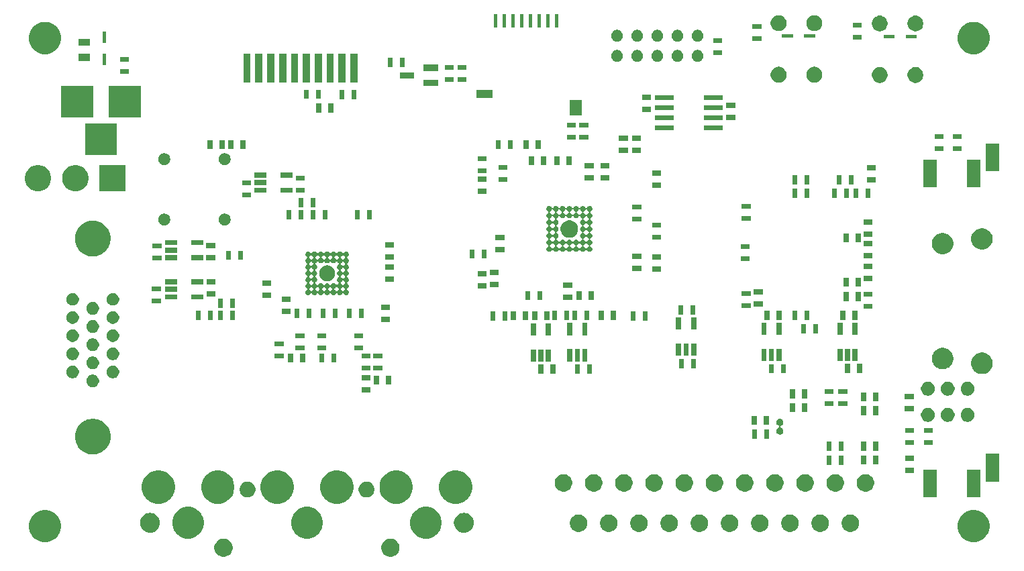
<source format=gbs>
G04 #@! TF.GenerationSoftware,KiCad,Pcbnew,(5.1.4-0-10_14)*
G04 #@! TF.CreationDate,2020-05-24T16:50:31+09:00*
G04 #@! TF.ProjectId,ossc_board,6f737363-5f62-46f6-9172-642e6b696361,rev?*
G04 #@! TF.SameCoordinates,Original*
G04 #@! TF.FileFunction,Soldermask,Bot*
G04 #@! TF.FilePolarity,Negative*
%FSLAX46Y46*%
G04 Gerber Fmt 4.6, Leading zero omitted, Abs format (unit mm)*
G04 Created by KiCad (PCBNEW (5.1.4-0-10_14)) date 2020-05-24 16:50:31*
%MOMM*%
%LPD*%
G04 APERTURE LIST*
%ADD10C,0.150000*%
G04 APERTURE END LIST*
D10*
G36*
X54870195Y-83776200D02*
G01*
X55064823Y-83814914D01*
X55274109Y-83901604D01*
X55462462Y-84027457D01*
X55622643Y-84187638D01*
X55748496Y-84375991D01*
X55835186Y-84585277D01*
X55879380Y-84807455D01*
X55879380Y-85033985D01*
X55835186Y-85256163D01*
X55748496Y-85465449D01*
X55622643Y-85653802D01*
X55462462Y-85813983D01*
X55274109Y-85939836D01*
X55064823Y-86026526D01*
X54916704Y-86055989D01*
X54842646Y-86070720D01*
X54616114Y-86070720D01*
X54542056Y-86055989D01*
X54393937Y-86026526D01*
X54184651Y-85939836D01*
X53996298Y-85813983D01*
X53836117Y-85653802D01*
X53710264Y-85465449D01*
X53623574Y-85256163D01*
X53579380Y-85033985D01*
X53579380Y-84807455D01*
X53623574Y-84585277D01*
X53710264Y-84375991D01*
X53836117Y-84187638D01*
X53996298Y-84027457D01*
X54184651Y-83901604D01*
X54393937Y-83814914D01*
X54588565Y-83776200D01*
X54616114Y-83770720D01*
X54842646Y-83770720D01*
X54870195Y-83776200D01*
X54870195Y-83776200D01*
G37*
G36*
X33803435Y-83776200D02*
G01*
X33998063Y-83814914D01*
X34207349Y-83901604D01*
X34395702Y-84027457D01*
X34555883Y-84187638D01*
X34681736Y-84375991D01*
X34768426Y-84585277D01*
X34812620Y-84807455D01*
X34812620Y-85033985D01*
X34768426Y-85256163D01*
X34681736Y-85465449D01*
X34555883Y-85653802D01*
X34395702Y-85813983D01*
X34207349Y-85939836D01*
X33998063Y-86026526D01*
X33849944Y-86055989D01*
X33775886Y-86070720D01*
X33549354Y-86070720D01*
X33475296Y-86055989D01*
X33327177Y-86026526D01*
X33117891Y-85939836D01*
X32929538Y-85813983D01*
X32769357Y-85653802D01*
X32643504Y-85465449D01*
X32556814Y-85256163D01*
X32512620Y-85033985D01*
X32512620Y-84807455D01*
X32556814Y-84585277D01*
X32643504Y-84375991D01*
X32769357Y-84187638D01*
X32929538Y-84027457D01*
X33117891Y-83901604D01*
X33327177Y-83814914D01*
X33521805Y-83776200D01*
X33549354Y-83770720D01*
X33775886Y-83770720D01*
X33803435Y-83776200D01*
X33803435Y-83776200D01*
G37*
G36*
X128892711Y-80246088D02*
G01*
X128892714Y-80246089D01*
X128892713Y-80246089D01*
X129262513Y-80399265D01*
X129415180Y-80501274D01*
X129595324Y-80621642D01*
X129878358Y-80904676D01*
X130100736Y-81237489D01*
X130253912Y-81607289D01*
X130332000Y-81999864D01*
X130332000Y-82400136D01*
X130253912Y-82792711D01*
X130146873Y-83051126D01*
X130100735Y-83162513D01*
X129878357Y-83495325D01*
X129595325Y-83778357D01*
X129262513Y-84000735D01*
X129262512Y-84000736D01*
X129262511Y-84000736D01*
X128892711Y-84153912D01*
X128500136Y-84232000D01*
X128099864Y-84232000D01*
X127707289Y-84153912D01*
X127337489Y-84000736D01*
X127337488Y-84000736D01*
X127337487Y-84000735D01*
X127004675Y-83778357D01*
X126721643Y-83495325D01*
X126499265Y-83162513D01*
X126453127Y-83051126D01*
X126346088Y-82792711D01*
X126268000Y-82400136D01*
X126268000Y-81999864D01*
X126346088Y-81607289D01*
X126499264Y-81237489D01*
X126721642Y-80904676D01*
X127004676Y-80621642D01*
X127184820Y-80501274D01*
X127337487Y-80399265D01*
X127707287Y-80246089D01*
X127707286Y-80246089D01*
X127707289Y-80246088D01*
X128099864Y-80168000D01*
X128500136Y-80168000D01*
X128892711Y-80246088D01*
X128892711Y-80246088D01*
G37*
G36*
X11722711Y-80246088D02*
G01*
X11722714Y-80246089D01*
X11722713Y-80246089D01*
X12092513Y-80399265D01*
X12245180Y-80501274D01*
X12425324Y-80621642D01*
X12708358Y-80904676D01*
X12930736Y-81237489D01*
X13083912Y-81607289D01*
X13162000Y-81999864D01*
X13162000Y-82400136D01*
X13083912Y-82792711D01*
X12976873Y-83051126D01*
X12930735Y-83162513D01*
X12708357Y-83495325D01*
X12425325Y-83778357D01*
X12092513Y-84000735D01*
X12092512Y-84000736D01*
X12092511Y-84000736D01*
X11722711Y-84153912D01*
X11330136Y-84232000D01*
X10929864Y-84232000D01*
X10537289Y-84153912D01*
X10167489Y-84000736D01*
X10167488Y-84000736D01*
X10167487Y-84000735D01*
X9834675Y-83778357D01*
X9551643Y-83495325D01*
X9329265Y-83162513D01*
X9283127Y-83051126D01*
X9176088Y-82792711D01*
X9098000Y-82400136D01*
X9098000Y-81999864D01*
X9176088Y-81607289D01*
X9329264Y-81237489D01*
X9551642Y-80904676D01*
X9834676Y-80621642D01*
X10014820Y-80501274D01*
X10167487Y-80399265D01*
X10537287Y-80246089D01*
X10537286Y-80246089D01*
X10537289Y-80246088D01*
X10929864Y-80168000D01*
X11330136Y-80168000D01*
X11722711Y-80246088D01*
X11722711Y-80246088D01*
G37*
G36*
X59779377Y-79853058D02*
G01*
X60143353Y-80003822D01*
X60143355Y-80003823D01*
X60308251Y-80114003D01*
X60470925Y-80222698D01*
X60749502Y-80501275D01*
X60826000Y-80615763D01*
X60903556Y-80731833D01*
X60968378Y-80828847D01*
X61119142Y-81192823D01*
X61196000Y-81579216D01*
X61196000Y-81973184D01*
X61119142Y-82359577D01*
X60988230Y-82675625D01*
X60968377Y-82723555D01*
X60864561Y-82878927D01*
X60778242Y-83008113D01*
X60749501Y-83051126D01*
X60470926Y-83329701D01*
X60143355Y-83548577D01*
X60143354Y-83548578D01*
X60143353Y-83548578D01*
X59779377Y-83699342D01*
X59392984Y-83776200D01*
X58999016Y-83776200D01*
X58612623Y-83699342D01*
X58248647Y-83548578D01*
X58248646Y-83548578D01*
X58248645Y-83548577D01*
X57921074Y-83329701D01*
X57642499Y-83051126D01*
X57613759Y-83008113D01*
X57527439Y-82878927D01*
X57423623Y-82723555D01*
X57403770Y-82675625D01*
X57272858Y-82359577D01*
X57196000Y-81973184D01*
X57196000Y-81579216D01*
X57272858Y-81192823D01*
X57423622Y-80828847D01*
X57488445Y-80731833D01*
X57566000Y-80615763D01*
X57642498Y-80501275D01*
X57921075Y-80222698D01*
X58083749Y-80114003D01*
X58248645Y-80003823D01*
X58248647Y-80003822D01*
X58612623Y-79853058D01*
X58999016Y-79776200D01*
X59392984Y-79776200D01*
X59779377Y-79853058D01*
X59779377Y-79853058D01*
G37*
G36*
X44779377Y-79853058D02*
G01*
X45143353Y-80003822D01*
X45143355Y-80003823D01*
X45308251Y-80114003D01*
X45470925Y-80222698D01*
X45749502Y-80501275D01*
X45826000Y-80615763D01*
X45903556Y-80731833D01*
X45968378Y-80828847D01*
X46119142Y-81192823D01*
X46196000Y-81579216D01*
X46196000Y-81973184D01*
X46119142Y-82359577D01*
X45988230Y-82675625D01*
X45968377Y-82723555D01*
X45864561Y-82878927D01*
X45778242Y-83008113D01*
X45749501Y-83051126D01*
X45470926Y-83329701D01*
X45143355Y-83548577D01*
X45143354Y-83548578D01*
X45143353Y-83548578D01*
X44779377Y-83699342D01*
X44392984Y-83776200D01*
X43999016Y-83776200D01*
X43612623Y-83699342D01*
X43248647Y-83548578D01*
X43248646Y-83548578D01*
X43248645Y-83548577D01*
X42921074Y-83329701D01*
X42642499Y-83051126D01*
X42613759Y-83008113D01*
X42527439Y-82878927D01*
X42423623Y-82723555D01*
X42403770Y-82675625D01*
X42272858Y-82359577D01*
X42196000Y-81973184D01*
X42196000Y-81579216D01*
X42272858Y-81192823D01*
X42423622Y-80828847D01*
X42488445Y-80731833D01*
X42566000Y-80615763D01*
X42642498Y-80501275D01*
X42921075Y-80222698D01*
X43083749Y-80114003D01*
X43248645Y-80003823D01*
X43248647Y-80003822D01*
X43612623Y-79853058D01*
X43999016Y-79776200D01*
X44392984Y-79776200D01*
X44779377Y-79853058D01*
X44779377Y-79853058D01*
G37*
G36*
X29779377Y-79853058D02*
G01*
X30143353Y-80003822D01*
X30143355Y-80003823D01*
X30308251Y-80114003D01*
X30470925Y-80222698D01*
X30749502Y-80501275D01*
X30826000Y-80615763D01*
X30903556Y-80731833D01*
X30968378Y-80828847D01*
X31119142Y-81192823D01*
X31196000Y-81579216D01*
X31196000Y-81973184D01*
X31119142Y-82359577D01*
X30988230Y-82675625D01*
X30968377Y-82723555D01*
X30864561Y-82878927D01*
X30778242Y-83008113D01*
X30749501Y-83051126D01*
X30470926Y-83329701D01*
X30143355Y-83548577D01*
X30143354Y-83548578D01*
X30143353Y-83548578D01*
X29779377Y-83699342D01*
X29392984Y-83776200D01*
X28999016Y-83776200D01*
X28612623Y-83699342D01*
X28248647Y-83548578D01*
X28248646Y-83548578D01*
X28248645Y-83548577D01*
X27921074Y-83329701D01*
X27642499Y-83051126D01*
X27613759Y-83008113D01*
X27527439Y-82878927D01*
X27423623Y-82723555D01*
X27403770Y-82675625D01*
X27272858Y-82359577D01*
X27196000Y-81973184D01*
X27196000Y-81579216D01*
X27272858Y-81192823D01*
X27423622Y-80828847D01*
X27488445Y-80731833D01*
X27566000Y-80615763D01*
X27642498Y-80501275D01*
X27921075Y-80222698D01*
X28083749Y-80114003D01*
X28248645Y-80003823D01*
X28248647Y-80003822D01*
X28612623Y-79853058D01*
X28999016Y-79776200D01*
X29392984Y-79776200D01*
X29779377Y-79853058D01*
X29779377Y-79853058D01*
G37*
G36*
X24641041Y-80544286D02*
G01*
X24758856Y-80580025D01*
X24876669Y-80615763D01*
X24876671Y-80615764D01*
X25093822Y-80731833D01*
X25093824Y-80731834D01*
X25093823Y-80731834D01*
X25284160Y-80888040D01*
X25440366Y-81078377D01*
X25556437Y-81295531D01*
X25557840Y-81300157D01*
X25627914Y-81531159D01*
X25652048Y-81776200D01*
X25627914Y-82021241D01*
X25556436Y-82256871D01*
X25440367Y-82474022D01*
X25284160Y-82664360D01*
X25093822Y-82820567D01*
X24905550Y-82921200D01*
X24876669Y-82936637D01*
X24758856Y-82972375D01*
X24641041Y-83008114D01*
X24457409Y-83026200D01*
X24334591Y-83026200D01*
X24150959Y-83008114D01*
X24033144Y-82972375D01*
X23915331Y-82936637D01*
X23886450Y-82921200D01*
X23698178Y-82820567D01*
X23507840Y-82664360D01*
X23351633Y-82474022D01*
X23235564Y-82256871D01*
X23164086Y-82021241D01*
X23139952Y-81776200D01*
X23164086Y-81531159D01*
X23234160Y-81300157D01*
X23235563Y-81295531D01*
X23351634Y-81078377D01*
X23507840Y-80888040D01*
X23698177Y-80731834D01*
X23698176Y-80731834D01*
X23698178Y-80731833D01*
X23915329Y-80615764D01*
X23915331Y-80615763D01*
X24033144Y-80580025D01*
X24150959Y-80544286D01*
X24334591Y-80526200D01*
X24457409Y-80526200D01*
X24641041Y-80544286D01*
X24641041Y-80544286D01*
G37*
G36*
X64241041Y-80544286D02*
G01*
X64358856Y-80580025D01*
X64476669Y-80615763D01*
X64476671Y-80615764D01*
X64693822Y-80731833D01*
X64693824Y-80731834D01*
X64693823Y-80731834D01*
X64884160Y-80888040D01*
X65040366Y-81078377D01*
X65156437Y-81295531D01*
X65157840Y-81300157D01*
X65227914Y-81531159D01*
X65252048Y-81776200D01*
X65227914Y-82021241D01*
X65156436Y-82256871D01*
X65040367Y-82474022D01*
X64884160Y-82664360D01*
X64693822Y-82820567D01*
X64505550Y-82921200D01*
X64476669Y-82936637D01*
X64358856Y-82972375D01*
X64241041Y-83008114D01*
X64057409Y-83026200D01*
X63934591Y-83026200D01*
X63750959Y-83008114D01*
X63633144Y-82972375D01*
X63515331Y-82936637D01*
X63486450Y-82921200D01*
X63298178Y-82820567D01*
X63107840Y-82664360D01*
X62951633Y-82474022D01*
X62835564Y-82256871D01*
X62764086Y-82021241D01*
X62739952Y-81776200D01*
X62764086Y-81531159D01*
X62834160Y-81300157D01*
X62835563Y-81295531D01*
X62951634Y-81078377D01*
X63107840Y-80888040D01*
X63298177Y-80731834D01*
X63298176Y-80731834D01*
X63298178Y-80731833D01*
X63515329Y-80615764D01*
X63515331Y-80615763D01*
X63633144Y-80580025D01*
X63750959Y-80544286D01*
X63934591Y-80526200D01*
X64057409Y-80526200D01*
X64241041Y-80544286D01*
X64241041Y-80544286D01*
G37*
G36*
X90215457Y-80763472D02*
G01*
X90415643Y-80846392D01*
X90415645Y-80846393D01*
X90477974Y-80888040D01*
X90595808Y-80966774D01*
X90749026Y-81119992D01*
X90869408Y-81300157D01*
X90952328Y-81500343D01*
X90994600Y-81712858D01*
X90994600Y-81929542D01*
X90952328Y-82142057D01*
X90904771Y-82256869D01*
X90869407Y-82342245D01*
X90749025Y-82522409D01*
X90595809Y-82675625D01*
X90415645Y-82796007D01*
X90415644Y-82796008D01*
X90415643Y-82796008D01*
X90215457Y-82878928D01*
X90002942Y-82921200D01*
X89786258Y-82921200D01*
X89573743Y-82878928D01*
X89373557Y-82796008D01*
X89373556Y-82796008D01*
X89373555Y-82796007D01*
X89193391Y-82675625D01*
X89040175Y-82522409D01*
X88919793Y-82342245D01*
X88884429Y-82256869D01*
X88836872Y-82142057D01*
X88794600Y-81929542D01*
X88794600Y-81712858D01*
X88836872Y-81500343D01*
X88919792Y-81300157D01*
X89040174Y-81119992D01*
X89193392Y-80966774D01*
X89311226Y-80888040D01*
X89373555Y-80846393D01*
X89373557Y-80846392D01*
X89573743Y-80763472D01*
X89786258Y-80721200D01*
X90002942Y-80721200D01*
X90215457Y-80763472D01*
X90215457Y-80763472D01*
G37*
G36*
X86405457Y-80763472D02*
G01*
X86605643Y-80846392D01*
X86605645Y-80846393D01*
X86667974Y-80888040D01*
X86785808Y-80966774D01*
X86939026Y-81119992D01*
X87059408Y-81300157D01*
X87142328Y-81500343D01*
X87184600Y-81712858D01*
X87184600Y-81929542D01*
X87142328Y-82142057D01*
X87094771Y-82256869D01*
X87059407Y-82342245D01*
X86939025Y-82522409D01*
X86785809Y-82675625D01*
X86605645Y-82796007D01*
X86605644Y-82796008D01*
X86605643Y-82796008D01*
X86405457Y-82878928D01*
X86192942Y-82921200D01*
X85976258Y-82921200D01*
X85763743Y-82878928D01*
X85563557Y-82796008D01*
X85563556Y-82796008D01*
X85563555Y-82796007D01*
X85383391Y-82675625D01*
X85230175Y-82522409D01*
X85109793Y-82342245D01*
X85074429Y-82256869D01*
X85026872Y-82142057D01*
X84984600Y-81929542D01*
X84984600Y-81712858D01*
X85026872Y-81500343D01*
X85109792Y-81300157D01*
X85230174Y-81119992D01*
X85383392Y-80966774D01*
X85501226Y-80888040D01*
X85563555Y-80846393D01*
X85563557Y-80846392D01*
X85763743Y-80763472D01*
X85976258Y-80721200D01*
X86192942Y-80721200D01*
X86405457Y-80763472D01*
X86405457Y-80763472D01*
G37*
G36*
X82595457Y-80763472D02*
G01*
X82795643Y-80846392D01*
X82795645Y-80846393D01*
X82857974Y-80888040D01*
X82975808Y-80966774D01*
X83129026Y-81119992D01*
X83249408Y-81300157D01*
X83332328Y-81500343D01*
X83374600Y-81712858D01*
X83374600Y-81929542D01*
X83332328Y-82142057D01*
X83284771Y-82256869D01*
X83249407Y-82342245D01*
X83129025Y-82522409D01*
X82975809Y-82675625D01*
X82795645Y-82796007D01*
X82795644Y-82796008D01*
X82795643Y-82796008D01*
X82595457Y-82878928D01*
X82382942Y-82921200D01*
X82166258Y-82921200D01*
X81953743Y-82878928D01*
X81753557Y-82796008D01*
X81753556Y-82796008D01*
X81753555Y-82796007D01*
X81573391Y-82675625D01*
X81420175Y-82522409D01*
X81299793Y-82342245D01*
X81264429Y-82256869D01*
X81216872Y-82142057D01*
X81174600Y-81929542D01*
X81174600Y-81712858D01*
X81216872Y-81500343D01*
X81299792Y-81300157D01*
X81420174Y-81119992D01*
X81573392Y-80966774D01*
X81691226Y-80888040D01*
X81753555Y-80846393D01*
X81753557Y-80846392D01*
X81953743Y-80763472D01*
X82166258Y-80721200D01*
X82382942Y-80721200D01*
X82595457Y-80763472D01*
X82595457Y-80763472D01*
G37*
G36*
X78785457Y-80763472D02*
G01*
X78985643Y-80846392D01*
X78985645Y-80846393D01*
X79047974Y-80888040D01*
X79165808Y-80966774D01*
X79319026Y-81119992D01*
X79439408Y-81300157D01*
X79522328Y-81500343D01*
X79564600Y-81712858D01*
X79564600Y-81929542D01*
X79522328Y-82142057D01*
X79474771Y-82256869D01*
X79439407Y-82342245D01*
X79319025Y-82522409D01*
X79165809Y-82675625D01*
X78985645Y-82796007D01*
X78985644Y-82796008D01*
X78985643Y-82796008D01*
X78785457Y-82878928D01*
X78572942Y-82921200D01*
X78356258Y-82921200D01*
X78143743Y-82878928D01*
X77943557Y-82796008D01*
X77943556Y-82796008D01*
X77943555Y-82796007D01*
X77763391Y-82675625D01*
X77610175Y-82522409D01*
X77489793Y-82342245D01*
X77454429Y-82256869D01*
X77406872Y-82142057D01*
X77364600Y-81929542D01*
X77364600Y-81712858D01*
X77406872Y-81500343D01*
X77489792Y-81300157D01*
X77610174Y-81119992D01*
X77763392Y-80966774D01*
X77881226Y-80888040D01*
X77943555Y-80846393D01*
X77943557Y-80846392D01*
X78143743Y-80763472D01*
X78356258Y-80721200D01*
X78572942Y-80721200D01*
X78785457Y-80763472D01*
X78785457Y-80763472D01*
G37*
G36*
X94025457Y-80763472D02*
G01*
X94225643Y-80846392D01*
X94225645Y-80846393D01*
X94287974Y-80888040D01*
X94405808Y-80966774D01*
X94559026Y-81119992D01*
X94679408Y-81300157D01*
X94762328Y-81500343D01*
X94804600Y-81712858D01*
X94804600Y-81929542D01*
X94762328Y-82142057D01*
X94714771Y-82256869D01*
X94679407Y-82342245D01*
X94559025Y-82522409D01*
X94405809Y-82675625D01*
X94225645Y-82796007D01*
X94225644Y-82796008D01*
X94225643Y-82796008D01*
X94025457Y-82878928D01*
X93812942Y-82921200D01*
X93596258Y-82921200D01*
X93383743Y-82878928D01*
X93183557Y-82796008D01*
X93183556Y-82796008D01*
X93183555Y-82796007D01*
X93003391Y-82675625D01*
X92850175Y-82522409D01*
X92729793Y-82342245D01*
X92694429Y-82256869D01*
X92646872Y-82142057D01*
X92604600Y-81929542D01*
X92604600Y-81712858D01*
X92646872Y-81500343D01*
X92729792Y-81300157D01*
X92850174Y-81119992D01*
X93003392Y-80966774D01*
X93121226Y-80888040D01*
X93183555Y-80846393D01*
X93183557Y-80846392D01*
X93383743Y-80763472D01*
X93596258Y-80721200D01*
X93812942Y-80721200D01*
X94025457Y-80763472D01*
X94025457Y-80763472D01*
G37*
G36*
X97835457Y-80763472D02*
G01*
X98035643Y-80846392D01*
X98035645Y-80846393D01*
X98097974Y-80888040D01*
X98215808Y-80966774D01*
X98369026Y-81119992D01*
X98489408Y-81300157D01*
X98572328Y-81500343D01*
X98614600Y-81712858D01*
X98614600Y-81929542D01*
X98572328Y-82142057D01*
X98524771Y-82256869D01*
X98489407Y-82342245D01*
X98369025Y-82522409D01*
X98215809Y-82675625D01*
X98035645Y-82796007D01*
X98035644Y-82796008D01*
X98035643Y-82796008D01*
X97835457Y-82878928D01*
X97622942Y-82921200D01*
X97406258Y-82921200D01*
X97193743Y-82878928D01*
X96993557Y-82796008D01*
X96993556Y-82796008D01*
X96993555Y-82796007D01*
X96813391Y-82675625D01*
X96660175Y-82522409D01*
X96539793Y-82342245D01*
X96504429Y-82256869D01*
X96456872Y-82142057D01*
X96414600Y-81929542D01*
X96414600Y-81712858D01*
X96456872Y-81500343D01*
X96539792Y-81300157D01*
X96660174Y-81119992D01*
X96813392Y-80966774D01*
X96931226Y-80888040D01*
X96993555Y-80846393D01*
X96993557Y-80846392D01*
X97193743Y-80763472D01*
X97406258Y-80721200D01*
X97622942Y-80721200D01*
X97835457Y-80763472D01*
X97835457Y-80763472D01*
G37*
G36*
X101645457Y-80763472D02*
G01*
X101845643Y-80846392D01*
X101845645Y-80846393D01*
X101907974Y-80888040D01*
X102025808Y-80966774D01*
X102179026Y-81119992D01*
X102299408Y-81300157D01*
X102382328Y-81500343D01*
X102424600Y-81712858D01*
X102424600Y-81929542D01*
X102382328Y-82142057D01*
X102334771Y-82256869D01*
X102299407Y-82342245D01*
X102179025Y-82522409D01*
X102025809Y-82675625D01*
X101845645Y-82796007D01*
X101845644Y-82796008D01*
X101845643Y-82796008D01*
X101645457Y-82878928D01*
X101432942Y-82921200D01*
X101216258Y-82921200D01*
X101003743Y-82878928D01*
X100803557Y-82796008D01*
X100803556Y-82796008D01*
X100803555Y-82796007D01*
X100623391Y-82675625D01*
X100470175Y-82522409D01*
X100349793Y-82342245D01*
X100314429Y-82256869D01*
X100266872Y-82142057D01*
X100224600Y-81929542D01*
X100224600Y-81712858D01*
X100266872Y-81500343D01*
X100349792Y-81300157D01*
X100470174Y-81119992D01*
X100623392Y-80966774D01*
X100741226Y-80888040D01*
X100803555Y-80846393D01*
X100803557Y-80846392D01*
X101003743Y-80763472D01*
X101216258Y-80721200D01*
X101432942Y-80721200D01*
X101645457Y-80763472D01*
X101645457Y-80763472D01*
G37*
G36*
X105455457Y-80763472D02*
G01*
X105655643Y-80846392D01*
X105655645Y-80846393D01*
X105717974Y-80888040D01*
X105835808Y-80966774D01*
X105989026Y-81119992D01*
X106109408Y-81300157D01*
X106192328Y-81500343D01*
X106234600Y-81712858D01*
X106234600Y-81929542D01*
X106192328Y-82142057D01*
X106144771Y-82256869D01*
X106109407Y-82342245D01*
X105989025Y-82522409D01*
X105835809Y-82675625D01*
X105655645Y-82796007D01*
X105655644Y-82796008D01*
X105655643Y-82796008D01*
X105455457Y-82878928D01*
X105242942Y-82921200D01*
X105026258Y-82921200D01*
X104813743Y-82878928D01*
X104613557Y-82796008D01*
X104613556Y-82796008D01*
X104613555Y-82796007D01*
X104433391Y-82675625D01*
X104280175Y-82522409D01*
X104159793Y-82342245D01*
X104124429Y-82256869D01*
X104076872Y-82142057D01*
X104034600Y-81929542D01*
X104034600Y-81712858D01*
X104076872Y-81500343D01*
X104159792Y-81300157D01*
X104280174Y-81119992D01*
X104433392Y-80966774D01*
X104551226Y-80888040D01*
X104613555Y-80846393D01*
X104613557Y-80846392D01*
X104813743Y-80763472D01*
X105026258Y-80721200D01*
X105242942Y-80721200D01*
X105455457Y-80763472D01*
X105455457Y-80763472D01*
G37*
G36*
X109265457Y-80763472D02*
G01*
X109465643Y-80846392D01*
X109465645Y-80846393D01*
X109527974Y-80888040D01*
X109645808Y-80966774D01*
X109799026Y-81119992D01*
X109919408Y-81300157D01*
X110002328Y-81500343D01*
X110044600Y-81712858D01*
X110044600Y-81929542D01*
X110002328Y-82142057D01*
X109954771Y-82256869D01*
X109919407Y-82342245D01*
X109799025Y-82522409D01*
X109645809Y-82675625D01*
X109465645Y-82796007D01*
X109465644Y-82796008D01*
X109465643Y-82796008D01*
X109265457Y-82878928D01*
X109052942Y-82921200D01*
X108836258Y-82921200D01*
X108623743Y-82878928D01*
X108423557Y-82796008D01*
X108423556Y-82796008D01*
X108423555Y-82796007D01*
X108243391Y-82675625D01*
X108090175Y-82522409D01*
X107969793Y-82342245D01*
X107934429Y-82256869D01*
X107886872Y-82142057D01*
X107844600Y-81929542D01*
X107844600Y-81712858D01*
X107886872Y-81500343D01*
X107969792Y-81300157D01*
X108090174Y-81119992D01*
X108243392Y-80966774D01*
X108361226Y-80888040D01*
X108423555Y-80846393D01*
X108423557Y-80846392D01*
X108623743Y-80763472D01*
X108836258Y-80721200D01*
X109052942Y-80721200D01*
X109265457Y-80763472D01*
X109265457Y-80763472D01*
G37*
G36*
X113075457Y-80763472D02*
G01*
X113275643Y-80846392D01*
X113275645Y-80846393D01*
X113337974Y-80888040D01*
X113455808Y-80966774D01*
X113609026Y-81119992D01*
X113729408Y-81300157D01*
X113812328Y-81500343D01*
X113854600Y-81712858D01*
X113854600Y-81929542D01*
X113812328Y-82142057D01*
X113764771Y-82256869D01*
X113729407Y-82342245D01*
X113609025Y-82522409D01*
X113455809Y-82675625D01*
X113275645Y-82796007D01*
X113275644Y-82796008D01*
X113275643Y-82796008D01*
X113075457Y-82878928D01*
X112862942Y-82921200D01*
X112646258Y-82921200D01*
X112433743Y-82878928D01*
X112233557Y-82796008D01*
X112233556Y-82796008D01*
X112233555Y-82796007D01*
X112053391Y-82675625D01*
X111900175Y-82522409D01*
X111779793Y-82342245D01*
X111744429Y-82256869D01*
X111696872Y-82142057D01*
X111654600Y-81929542D01*
X111654600Y-81712858D01*
X111696872Y-81500343D01*
X111779792Y-81300157D01*
X111900174Y-81119992D01*
X112053392Y-80966774D01*
X112171226Y-80888040D01*
X112233555Y-80846393D01*
X112233557Y-80846392D01*
X112433743Y-80763472D01*
X112646258Y-80721200D01*
X112862942Y-80721200D01*
X113075457Y-80763472D01*
X113075457Y-80763472D01*
G37*
G36*
X41058546Y-75256901D02*
G01*
X41440721Y-75415203D01*
X41440723Y-75415204D01*
X41784672Y-75645023D01*
X42077177Y-75937528D01*
X42145640Y-76039991D01*
X42306997Y-76281479D01*
X42465299Y-76663654D01*
X42546000Y-77069367D01*
X42546000Y-77483033D01*
X42465299Y-77888746D01*
X42398556Y-78049878D01*
X42306996Y-78270923D01*
X42077177Y-78614872D01*
X41784672Y-78907377D01*
X41440723Y-79137196D01*
X41440722Y-79137197D01*
X41440721Y-79137197D01*
X41058546Y-79295499D01*
X40652833Y-79376200D01*
X40239167Y-79376200D01*
X39833454Y-79295499D01*
X39451279Y-79137197D01*
X39451278Y-79137197D01*
X39451277Y-79137196D01*
X39107328Y-78907377D01*
X38814823Y-78614872D01*
X38585004Y-78270923D01*
X38493444Y-78049878D01*
X38426701Y-77888746D01*
X38346000Y-77483033D01*
X38346000Y-77069367D01*
X38426701Y-76663654D01*
X38585003Y-76281479D01*
X38746360Y-76039991D01*
X38814823Y-75937528D01*
X39107328Y-75645023D01*
X39451277Y-75415204D01*
X39451279Y-75415203D01*
X39833454Y-75256901D01*
X40239167Y-75176200D01*
X40652833Y-75176200D01*
X41058546Y-75256901D01*
X41058546Y-75256901D01*
G37*
G36*
X33558546Y-75256901D02*
G01*
X33940721Y-75415203D01*
X33940723Y-75415204D01*
X34284672Y-75645023D01*
X34577177Y-75937528D01*
X34645640Y-76039991D01*
X34806997Y-76281479D01*
X34965299Y-76663654D01*
X35046000Y-77069367D01*
X35046000Y-77483033D01*
X34965299Y-77888746D01*
X34898556Y-78049878D01*
X34806996Y-78270923D01*
X34577177Y-78614872D01*
X34284672Y-78907377D01*
X33940723Y-79137196D01*
X33940722Y-79137197D01*
X33940721Y-79137197D01*
X33558546Y-79295499D01*
X33152833Y-79376200D01*
X32739167Y-79376200D01*
X32333454Y-79295499D01*
X31951279Y-79137197D01*
X31951278Y-79137197D01*
X31951277Y-79137196D01*
X31607328Y-78907377D01*
X31314823Y-78614872D01*
X31085004Y-78270923D01*
X30993444Y-78049878D01*
X30926701Y-77888746D01*
X30846000Y-77483033D01*
X30846000Y-77069367D01*
X30926701Y-76663654D01*
X31085003Y-76281479D01*
X31246360Y-76039991D01*
X31314823Y-75937528D01*
X31607328Y-75645023D01*
X31951277Y-75415204D01*
X31951279Y-75415203D01*
X32333454Y-75256901D01*
X32739167Y-75176200D01*
X33152833Y-75176200D01*
X33558546Y-75256901D01*
X33558546Y-75256901D01*
G37*
G36*
X26058546Y-75256901D02*
G01*
X26440721Y-75415203D01*
X26440723Y-75415204D01*
X26784672Y-75645023D01*
X27077177Y-75937528D01*
X27145640Y-76039991D01*
X27306997Y-76281479D01*
X27465299Y-76663654D01*
X27546000Y-77069367D01*
X27546000Y-77483033D01*
X27465299Y-77888746D01*
X27398556Y-78049878D01*
X27306996Y-78270923D01*
X27077177Y-78614872D01*
X26784672Y-78907377D01*
X26440723Y-79137196D01*
X26440722Y-79137197D01*
X26440721Y-79137197D01*
X26058546Y-79295499D01*
X25652833Y-79376200D01*
X25239167Y-79376200D01*
X24833454Y-79295499D01*
X24451279Y-79137197D01*
X24451278Y-79137197D01*
X24451277Y-79137196D01*
X24107328Y-78907377D01*
X23814823Y-78614872D01*
X23585004Y-78270923D01*
X23493444Y-78049878D01*
X23426701Y-77888746D01*
X23346000Y-77483033D01*
X23346000Y-77069367D01*
X23426701Y-76663654D01*
X23585003Y-76281479D01*
X23746360Y-76039991D01*
X23814823Y-75937528D01*
X24107328Y-75645023D01*
X24451277Y-75415204D01*
X24451279Y-75415203D01*
X24833454Y-75256901D01*
X25239167Y-75176200D01*
X25652833Y-75176200D01*
X26058546Y-75256901D01*
X26058546Y-75256901D01*
G37*
G36*
X56058546Y-75256901D02*
G01*
X56440721Y-75415203D01*
X56440723Y-75415204D01*
X56784672Y-75645023D01*
X57077177Y-75937528D01*
X57145640Y-76039991D01*
X57306997Y-76281479D01*
X57465299Y-76663654D01*
X57546000Y-77069367D01*
X57546000Y-77483033D01*
X57465299Y-77888746D01*
X57398556Y-78049878D01*
X57306996Y-78270923D01*
X57077177Y-78614872D01*
X56784672Y-78907377D01*
X56440723Y-79137196D01*
X56440722Y-79137197D01*
X56440721Y-79137197D01*
X56058546Y-79295499D01*
X55652833Y-79376200D01*
X55239167Y-79376200D01*
X54833454Y-79295499D01*
X54451279Y-79137197D01*
X54451278Y-79137197D01*
X54451277Y-79137196D01*
X54107328Y-78907377D01*
X53814823Y-78614872D01*
X53585004Y-78270923D01*
X53493444Y-78049878D01*
X53426701Y-77888746D01*
X53346000Y-77483033D01*
X53346000Y-77069367D01*
X53426701Y-76663654D01*
X53585003Y-76281479D01*
X53746360Y-76039991D01*
X53814823Y-75937528D01*
X54107328Y-75645023D01*
X54451277Y-75415204D01*
X54451279Y-75415203D01*
X54833454Y-75256901D01*
X55239167Y-75176200D01*
X55652833Y-75176200D01*
X56058546Y-75256901D01*
X56058546Y-75256901D01*
G37*
G36*
X63558546Y-75256901D02*
G01*
X63940721Y-75415203D01*
X63940723Y-75415204D01*
X64284672Y-75645023D01*
X64577177Y-75937528D01*
X64645640Y-76039991D01*
X64806997Y-76281479D01*
X64965299Y-76663654D01*
X65046000Y-77069367D01*
X65046000Y-77483033D01*
X64965299Y-77888746D01*
X64898556Y-78049878D01*
X64806996Y-78270923D01*
X64577177Y-78614872D01*
X64284672Y-78907377D01*
X63940723Y-79137196D01*
X63940722Y-79137197D01*
X63940721Y-79137197D01*
X63558546Y-79295499D01*
X63152833Y-79376200D01*
X62739167Y-79376200D01*
X62333454Y-79295499D01*
X61951279Y-79137197D01*
X61951278Y-79137197D01*
X61951277Y-79137196D01*
X61607328Y-78907377D01*
X61314823Y-78614872D01*
X61085004Y-78270923D01*
X60993444Y-78049878D01*
X60926701Y-77888746D01*
X60846000Y-77483033D01*
X60846000Y-77069367D01*
X60926701Y-76663654D01*
X61085003Y-76281479D01*
X61246360Y-76039991D01*
X61314823Y-75937528D01*
X61607328Y-75645023D01*
X61951277Y-75415204D01*
X61951279Y-75415203D01*
X62333454Y-75256901D01*
X62739167Y-75176200D01*
X63152833Y-75176200D01*
X63558546Y-75256901D01*
X63558546Y-75256901D01*
G37*
G36*
X48558546Y-75256901D02*
G01*
X48940721Y-75415203D01*
X48940723Y-75415204D01*
X49284672Y-75645023D01*
X49577177Y-75937528D01*
X49645640Y-76039991D01*
X49806997Y-76281479D01*
X49965299Y-76663654D01*
X50046000Y-77069367D01*
X50046000Y-77483033D01*
X49965299Y-77888746D01*
X49898556Y-78049878D01*
X49806996Y-78270923D01*
X49577177Y-78614872D01*
X49284672Y-78907377D01*
X48940723Y-79137196D01*
X48940722Y-79137197D01*
X48940721Y-79137197D01*
X48558546Y-79295499D01*
X48152833Y-79376200D01*
X47739167Y-79376200D01*
X47333454Y-79295499D01*
X46951279Y-79137197D01*
X46951278Y-79137197D01*
X46951277Y-79137196D01*
X46607328Y-78907377D01*
X46314823Y-78614872D01*
X46085004Y-78270923D01*
X45993444Y-78049878D01*
X45926701Y-77888746D01*
X45846000Y-77483033D01*
X45846000Y-77069367D01*
X45926701Y-76663654D01*
X46085003Y-76281479D01*
X46246360Y-76039991D01*
X46314823Y-75937528D01*
X46607328Y-75645023D01*
X46951277Y-75415204D01*
X46951279Y-75415203D01*
X47333454Y-75256901D01*
X47739167Y-75176200D01*
X48152833Y-75176200D01*
X48558546Y-75256901D01*
X48558546Y-75256901D01*
G37*
G36*
X123656000Y-78580000D02*
G01*
X121956000Y-78580000D01*
X121956000Y-75080000D01*
X123656000Y-75080000D01*
X123656000Y-78580000D01*
X123656000Y-78580000D01*
G37*
G36*
X129156000Y-78580000D02*
G01*
X127456000Y-78580000D01*
X127456000Y-75080000D01*
X129156000Y-75080000D01*
X129156000Y-78580000D01*
X129156000Y-78580000D01*
G37*
G36*
X36923290Y-76601819D02*
G01*
X36987689Y-76614629D01*
X37169678Y-76690011D01*
X37333463Y-76799449D01*
X37472751Y-76938737D01*
X37582189Y-77102522D01*
X37648347Y-77262243D01*
X37657571Y-77284512D01*
X37688979Y-77442409D01*
X37696000Y-77477709D01*
X37696000Y-77674691D01*
X37657571Y-77867889D01*
X37582189Y-78049878D01*
X37472751Y-78213663D01*
X37333463Y-78352951D01*
X37169678Y-78462389D01*
X36987689Y-78537771D01*
X36923290Y-78550581D01*
X36794493Y-78576200D01*
X36597507Y-78576200D01*
X36468710Y-78550581D01*
X36404311Y-78537771D01*
X36222322Y-78462389D01*
X36058537Y-78352951D01*
X35919249Y-78213663D01*
X35809811Y-78049878D01*
X35734429Y-77867889D01*
X35696000Y-77674691D01*
X35696000Y-77477709D01*
X35703022Y-77442409D01*
X35734429Y-77284512D01*
X35743653Y-77262243D01*
X35809811Y-77102522D01*
X35919249Y-76938737D01*
X36058537Y-76799449D01*
X36222322Y-76690011D01*
X36404311Y-76614629D01*
X36468710Y-76601819D01*
X36597507Y-76576200D01*
X36794493Y-76576200D01*
X36923290Y-76601819D01*
X36923290Y-76601819D01*
G37*
G36*
X51923290Y-76601819D02*
G01*
X51987689Y-76614629D01*
X52169678Y-76690011D01*
X52333463Y-76799449D01*
X52472751Y-76938737D01*
X52582189Y-77102522D01*
X52648347Y-77262243D01*
X52657571Y-77284512D01*
X52688979Y-77442409D01*
X52696000Y-77477709D01*
X52696000Y-77674691D01*
X52657571Y-77867889D01*
X52582189Y-78049878D01*
X52472751Y-78213663D01*
X52333463Y-78352951D01*
X52169678Y-78462389D01*
X51987689Y-78537771D01*
X51923290Y-78550581D01*
X51794493Y-78576200D01*
X51597507Y-78576200D01*
X51468710Y-78550581D01*
X51404311Y-78537771D01*
X51222322Y-78462389D01*
X51058537Y-78352951D01*
X50919249Y-78213663D01*
X50809811Y-78049878D01*
X50734429Y-77867889D01*
X50696000Y-77674691D01*
X50696000Y-77477709D01*
X50703022Y-77442409D01*
X50734429Y-77284512D01*
X50743653Y-77262243D01*
X50809811Y-77102522D01*
X50919249Y-76938737D01*
X51058537Y-76799449D01*
X51222322Y-76690011D01*
X51404311Y-76614629D01*
X51468710Y-76601819D01*
X51597507Y-76576200D01*
X51794493Y-76576200D01*
X51923290Y-76601819D01*
X51923290Y-76601819D01*
G37*
G36*
X95930457Y-75683472D02*
G01*
X96130643Y-75766392D01*
X96130645Y-75766393D01*
X96221338Y-75826992D01*
X96310808Y-75886774D01*
X96464026Y-76039992D01*
X96584408Y-76220157D01*
X96667328Y-76420343D01*
X96709600Y-76632858D01*
X96709600Y-76849542D01*
X96667328Y-77062057D01*
X96584408Y-77262243D01*
X96584407Y-77262245D01*
X96464025Y-77442409D01*
X96310809Y-77595625D01*
X96130645Y-77716007D01*
X96130644Y-77716008D01*
X96130643Y-77716008D01*
X95930457Y-77798928D01*
X95717942Y-77841200D01*
X95501258Y-77841200D01*
X95288743Y-77798928D01*
X95088557Y-77716008D01*
X95088556Y-77716008D01*
X95088555Y-77716007D01*
X94908391Y-77595625D01*
X94755175Y-77442409D01*
X94634793Y-77262245D01*
X94634792Y-77262243D01*
X94551872Y-77062057D01*
X94509600Y-76849542D01*
X94509600Y-76632858D01*
X94551872Y-76420343D01*
X94634792Y-76220157D01*
X94755174Y-76039992D01*
X94908392Y-75886774D01*
X94997862Y-75826992D01*
X95088555Y-75766393D01*
X95088557Y-75766392D01*
X95288743Y-75683472D01*
X95501258Y-75641200D01*
X95717942Y-75641200D01*
X95930457Y-75683472D01*
X95930457Y-75683472D01*
G37*
G36*
X76880457Y-75683472D02*
G01*
X77080643Y-75766392D01*
X77080645Y-75766393D01*
X77171338Y-75826992D01*
X77260808Y-75886774D01*
X77414026Y-76039992D01*
X77534408Y-76220157D01*
X77617328Y-76420343D01*
X77659600Y-76632858D01*
X77659600Y-76849542D01*
X77617328Y-77062057D01*
X77534408Y-77262243D01*
X77534407Y-77262245D01*
X77414025Y-77442409D01*
X77260809Y-77595625D01*
X77080645Y-77716007D01*
X77080644Y-77716008D01*
X77080643Y-77716008D01*
X76880457Y-77798928D01*
X76667942Y-77841200D01*
X76451258Y-77841200D01*
X76238743Y-77798928D01*
X76038557Y-77716008D01*
X76038556Y-77716008D01*
X76038555Y-77716007D01*
X75858391Y-77595625D01*
X75705175Y-77442409D01*
X75584793Y-77262245D01*
X75584792Y-77262243D01*
X75501872Y-77062057D01*
X75459600Y-76849542D01*
X75459600Y-76632858D01*
X75501872Y-76420343D01*
X75584792Y-76220157D01*
X75705174Y-76039992D01*
X75858392Y-75886774D01*
X75947862Y-75826992D01*
X76038555Y-75766393D01*
X76038557Y-75766392D01*
X76238743Y-75683472D01*
X76451258Y-75641200D01*
X76667942Y-75641200D01*
X76880457Y-75683472D01*
X76880457Y-75683472D01*
G37*
G36*
X111170457Y-75683472D02*
G01*
X111370643Y-75766392D01*
X111370645Y-75766393D01*
X111461338Y-75826992D01*
X111550808Y-75886774D01*
X111704026Y-76039992D01*
X111824408Y-76220157D01*
X111907328Y-76420343D01*
X111949600Y-76632858D01*
X111949600Y-76849542D01*
X111907328Y-77062057D01*
X111824408Y-77262243D01*
X111824407Y-77262245D01*
X111704025Y-77442409D01*
X111550809Y-77595625D01*
X111370645Y-77716007D01*
X111370644Y-77716008D01*
X111370643Y-77716008D01*
X111170457Y-77798928D01*
X110957942Y-77841200D01*
X110741258Y-77841200D01*
X110528743Y-77798928D01*
X110328557Y-77716008D01*
X110328556Y-77716008D01*
X110328555Y-77716007D01*
X110148391Y-77595625D01*
X109995175Y-77442409D01*
X109874793Y-77262245D01*
X109874792Y-77262243D01*
X109791872Y-77062057D01*
X109749600Y-76849542D01*
X109749600Y-76632858D01*
X109791872Y-76420343D01*
X109874792Y-76220157D01*
X109995174Y-76039992D01*
X110148392Y-75886774D01*
X110237862Y-75826992D01*
X110328555Y-75766393D01*
X110328557Y-75766392D01*
X110528743Y-75683472D01*
X110741258Y-75641200D01*
X110957942Y-75641200D01*
X111170457Y-75683472D01*
X111170457Y-75683472D01*
G37*
G36*
X114980457Y-75683472D02*
G01*
X115180643Y-75766392D01*
X115180645Y-75766393D01*
X115271338Y-75826992D01*
X115360808Y-75886774D01*
X115514026Y-76039992D01*
X115634408Y-76220157D01*
X115717328Y-76420343D01*
X115759600Y-76632858D01*
X115759600Y-76849542D01*
X115717328Y-77062057D01*
X115634408Y-77262243D01*
X115634407Y-77262245D01*
X115514025Y-77442409D01*
X115360809Y-77595625D01*
X115180645Y-77716007D01*
X115180644Y-77716008D01*
X115180643Y-77716008D01*
X114980457Y-77798928D01*
X114767942Y-77841200D01*
X114551258Y-77841200D01*
X114338743Y-77798928D01*
X114138557Y-77716008D01*
X114138556Y-77716008D01*
X114138555Y-77716007D01*
X113958391Y-77595625D01*
X113805175Y-77442409D01*
X113684793Y-77262245D01*
X113684792Y-77262243D01*
X113601872Y-77062057D01*
X113559600Y-76849542D01*
X113559600Y-76632858D01*
X113601872Y-76420343D01*
X113684792Y-76220157D01*
X113805174Y-76039992D01*
X113958392Y-75886774D01*
X114047862Y-75826992D01*
X114138555Y-75766393D01*
X114138557Y-75766392D01*
X114338743Y-75683472D01*
X114551258Y-75641200D01*
X114767942Y-75641200D01*
X114980457Y-75683472D01*
X114980457Y-75683472D01*
G37*
G36*
X107360457Y-75683472D02*
G01*
X107560643Y-75766392D01*
X107560645Y-75766393D01*
X107651338Y-75826992D01*
X107740808Y-75886774D01*
X107894026Y-76039992D01*
X108014408Y-76220157D01*
X108097328Y-76420343D01*
X108139600Y-76632858D01*
X108139600Y-76849542D01*
X108097328Y-77062057D01*
X108014408Y-77262243D01*
X108014407Y-77262245D01*
X107894025Y-77442409D01*
X107740809Y-77595625D01*
X107560645Y-77716007D01*
X107560644Y-77716008D01*
X107560643Y-77716008D01*
X107360457Y-77798928D01*
X107147942Y-77841200D01*
X106931258Y-77841200D01*
X106718743Y-77798928D01*
X106518557Y-77716008D01*
X106518556Y-77716008D01*
X106518555Y-77716007D01*
X106338391Y-77595625D01*
X106185175Y-77442409D01*
X106064793Y-77262245D01*
X106064792Y-77262243D01*
X105981872Y-77062057D01*
X105939600Y-76849542D01*
X105939600Y-76632858D01*
X105981872Y-76420343D01*
X106064792Y-76220157D01*
X106185174Y-76039992D01*
X106338392Y-75886774D01*
X106427862Y-75826992D01*
X106518555Y-75766393D01*
X106518557Y-75766392D01*
X106718743Y-75683472D01*
X106931258Y-75641200D01*
X107147942Y-75641200D01*
X107360457Y-75683472D01*
X107360457Y-75683472D01*
G37*
G36*
X103550457Y-75683472D02*
G01*
X103750643Y-75766392D01*
X103750645Y-75766393D01*
X103841338Y-75826992D01*
X103930808Y-75886774D01*
X104084026Y-76039992D01*
X104204408Y-76220157D01*
X104287328Y-76420343D01*
X104329600Y-76632858D01*
X104329600Y-76849542D01*
X104287328Y-77062057D01*
X104204408Y-77262243D01*
X104204407Y-77262245D01*
X104084025Y-77442409D01*
X103930809Y-77595625D01*
X103750645Y-77716007D01*
X103750644Y-77716008D01*
X103750643Y-77716008D01*
X103550457Y-77798928D01*
X103337942Y-77841200D01*
X103121258Y-77841200D01*
X102908743Y-77798928D01*
X102708557Y-77716008D01*
X102708556Y-77716008D01*
X102708555Y-77716007D01*
X102528391Y-77595625D01*
X102375175Y-77442409D01*
X102254793Y-77262245D01*
X102254792Y-77262243D01*
X102171872Y-77062057D01*
X102129600Y-76849542D01*
X102129600Y-76632858D01*
X102171872Y-76420343D01*
X102254792Y-76220157D01*
X102375174Y-76039992D01*
X102528392Y-75886774D01*
X102617862Y-75826992D01*
X102708555Y-75766393D01*
X102708557Y-75766392D01*
X102908743Y-75683472D01*
X103121258Y-75641200D01*
X103337942Y-75641200D01*
X103550457Y-75683472D01*
X103550457Y-75683472D01*
G37*
G36*
X99740457Y-75683472D02*
G01*
X99940643Y-75766392D01*
X99940645Y-75766393D01*
X100031338Y-75826992D01*
X100120808Y-75886774D01*
X100274026Y-76039992D01*
X100394408Y-76220157D01*
X100477328Y-76420343D01*
X100519600Y-76632858D01*
X100519600Y-76849542D01*
X100477328Y-77062057D01*
X100394408Y-77262243D01*
X100394407Y-77262245D01*
X100274025Y-77442409D01*
X100120809Y-77595625D01*
X99940645Y-77716007D01*
X99940644Y-77716008D01*
X99940643Y-77716008D01*
X99740457Y-77798928D01*
X99527942Y-77841200D01*
X99311258Y-77841200D01*
X99098743Y-77798928D01*
X98898557Y-77716008D01*
X98898556Y-77716008D01*
X98898555Y-77716007D01*
X98718391Y-77595625D01*
X98565175Y-77442409D01*
X98444793Y-77262245D01*
X98444792Y-77262243D01*
X98361872Y-77062057D01*
X98319600Y-76849542D01*
X98319600Y-76632858D01*
X98361872Y-76420343D01*
X98444792Y-76220157D01*
X98565174Y-76039992D01*
X98718392Y-75886774D01*
X98807862Y-75826992D01*
X98898555Y-75766393D01*
X98898557Y-75766392D01*
X99098743Y-75683472D01*
X99311258Y-75641200D01*
X99527942Y-75641200D01*
X99740457Y-75683472D01*
X99740457Y-75683472D01*
G37*
G36*
X92120457Y-75683472D02*
G01*
X92320643Y-75766392D01*
X92320645Y-75766393D01*
X92411338Y-75826992D01*
X92500808Y-75886774D01*
X92654026Y-76039992D01*
X92774408Y-76220157D01*
X92857328Y-76420343D01*
X92899600Y-76632858D01*
X92899600Y-76849542D01*
X92857328Y-77062057D01*
X92774408Y-77262243D01*
X92774407Y-77262245D01*
X92654025Y-77442409D01*
X92500809Y-77595625D01*
X92320645Y-77716007D01*
X92320644Y-77716008D01*
X92320643Y-77716008D01*
X92120457Y-77798928D01*
X91907942Y-77841200D01*
X91691258Y-77841200D01*
X91478743Y-77798928D01*
X91278557Y-77716008D01*
X91278556Y-77716008D01*
X91278555Y-77716007D01*
X91098391Y-77595625D01*
X90945175Y-77442409D01*
X90824793Y-77262245D01*
X90824792Y-77262243D01*
X90741872Y-77062057D01*
X90699600Y-76849542D01*
X90699600Y-76632858D01*
X90741872Y-76420343D01*
X90824792Y-76220157D01*
X90945174Y-76039992D01*
X91098392Y-75886774D01*
X91187862Y-75826992D01*
X91278555Y-75766393D01*
X91278557Y-75766392D01*
X91478743Y-75683472D01*
X91691258Y-75641200D01*
X91907942Y-75641200D01*
X92120457Y-75683472D01*
X92120457Y-75683472D01*
G37*
G36*
X88310457Y-75683472D02*
G01*
X88510643Y-75766392D01*
X88510645Y-75766393D01*
X88601338Y-75826992D01*
X88690808Y-75886774D01*
X88844026Y-76039992D01*
X88964408Y-76220157D01*
X89047328Y-76420343D01*
X89089600Y-76632858D01*
X89089600Y-76849542D01*
X89047328Y-77062057D01*
X88964408Y-77262243D01*
X88964407Y-77262245D01*
X88844025Y-77442409D01*
X88690809Y-77595625D01*
X88510645Y-77716007D01*
X88510644Y-77716008D01*
X88510643Y-77716008D01*
X88310457Y-77798928D01*
X88097942Y-77841200D01*
X87881258Y-77841200D01*
X87668743Y-77798928D01*
X87468557Y-77716008D01*
X87468556Y-77716008D01*
X87468555Y-77716007D01*
X87288391Y-77595625D01*
X87135175Y-77442409D01*
X87014793Y-77262245D01*
X87014792Y-77262243D01*
X86931872Y-77062057D01*
X86889600Y-76849542D01*
X86889600Y-76632858D01*
X86931872Y-76420343D01*
X87014792Y-76220157D01*
X87135174Y-76039992D01*
X87288392Y-75886774D01*
X87377862Y-75826992D01*
X87468555Y-75766393D01*
X87468557Y-75766392D01*
X87668743Y-75683472D01*
X87881258Y-75641200D01*
X88097942Y-75641200D01*
X88310457Y-75683472D01*
X88310457Y-75683472D01*
G37*
G36*
X84500457Y-75683472D02*
G01*
X84700643Y-75766392D01*
X84700645Y-75766393D01*
X84791338Y-75826992D01*
X84880808Y-75886774D01*
X85034026Y-76039992D01*
X85154408Y-76220157D01*
X85237328Y-76420343D01*
X85279600Y-76632858D01*
X85279600Y-76849542D01*
X85237328Y-77062057D01*
X85154408Y-77262243D01*
X85154407Y-77262245D01*
X85034025Y-77442409D01*
X84880809Y-77595625D01*
X84700645Y-77716007D01*
X84700644Y-77716008D01*
X84700643Y-77716008D01*
X84500457Y-77798928D01*
X84287942Y-77841200D01*
X84071258Y-77841200D01*
X83858743Y-77798928D01*
X83658557Y-77716008D01*
X83658556Y-77716008D01*
X83658555Y-77716007D01*
X83478391Y-77595625D01*
X83325175Y-77442409D01*
X83204793Y-77262245D01*
X83204792Y-77262243D01*
X83121872Y-77062057D01*
X83079600Y-76849542D01*
X83079600Y-76632858D01*
X83121872Y-76420343D01*
X83204792Y-76220157D01*
X83325174Y-76039992D01*
X83478392Y-75886774D01*
X83567862Y-75826992D01*
X83658555Y-75766393D01*
X83658557Y-75766392D01*
X83858743Y-75683472D01*
X84071258Y-75641200D01*
X84287942Y-75641200D01*
X84500457Y-75683472D01*
X84500457Y-75683472D01*
G37*
G36*
X80690457Y-75683472D02*
G01*
X80890643Y-75766392D01*
X80890645Y-75766393D01*
X80981338Y-75826992D01*
X81070808Y-75886774D01*
X81224026Y-76039992D01*
X81344408Y-76220157D01*
X81427328Y-76420343D01*
X81469600Y-76632858D01*
X81469600Y-76849542D01*
X81427328Y-77062057D01*
X81344408Y-77262243D01*
X81344407Y-77262245D01*
X81224025Y-77442409D01*
X81070809Y-77595625D01*
X80890645Y-77716007D01*
X80890644Y-77716008D01*
X80890643Y-77716008D01*
X80690457Y-77798928D01*
X80477942Y-77841200D01*
X80261258Y-77841200D01*
X80048743Y-77798928D01*
X79848557Y-77716008D01*
X79848556Y-77716008D01*
X79848555Y-77716007D01*
X79668391Y-77595625D01*
X79515175Y-77442409D01*
X79394793Y-77262245D01*
X79394792Y-77262243D01*
X79311872Y-77062057D01*
X79269600Y-76849542D01*
X79269600Y-76632858D01*
X79311872Y-76420343D01*
X79394792Y-76220157D01*
X79515174Y-76039992D01*
X79668392Y-75886774D01*
X79757862Y-75826992D01*
X79848555Y-75766393D01*
X79848557Y-75766392D01*
X80048743Y-75683472D01*
X80261258Y-75641200D01*
X80477942Y-75641200D01*
X80690457Y-75683472D01*
X80690457Y-75683472D01*
G37*
G36*
X131556000Y-76580000D02*
G01*
X129856000Y-76580000D01*
X129856000Y-73080000D01*
X131556000Y-73080000D01*
X131556000Y-76580000D01*
X131556000Y-76580000D01*
G37*
G36*
X120811500Y-75489500D02*
G01*
X119668500Y-75489500D01*
X119668500Y-74854500D01*
X120811500Y-74854500D01*
X120811500Y-75489500D01*
X120811500Y-75489500D01*
G37*
G36*
X111909500Y-74451500D02*
G01*
X111274500Y-74451500D01*
X111274500Y-73308500D01*
X111909500Y-73308500D01*
X111909500Y-74451500D01*
X111909500Y-74451500D01*
G37*
G36*
X110385500Y-74451500D02*
G01*
X109750500Y-74451500D01*
X109750500Y-73308500D01*
X110385500Y-73308500D01*
X110385500Y-74451500D01*
X110385500Y-74451500D01*
G37*
G36*
X114735500Y-74431500D02*
G01*
X114100500Y-74431500D01*
X114100500Y-73288500D01*
X114735500Y-73288500D01*
X114735500Y-74431500D01*
X114735500Y-74431500D01*
G37*
G36*
X116259500Y-74431500D02*
G01*
X115624500Y-74431500D01*
X115624500Y-73288500D01*
X116259500Y-73288500D01*
X116259500Y-74431500D01*
X116259500Y-74431500D01*
G37*
G36*
X120811500Y-73965500D02*
G01*
X119668500Y-73965500D01*
X119668500Y-73330500D01*
X120811500Y-73330500D01*
X120811500Y-73965500D01*
X120811500Y-73965500D01*
G37*
G36*
X17542079Y-68698215D02*
G01*
X17811801Y-68751866D01*
X18047889Y-68849657D01*
X18130424Y-68883844D01*
X18221275Y-68921476D01*
X18589792Y-69167711D01*
X18903189Y-69481108D01*
X19149424Y-69849625D01*
X19319034Y-70259099D01*
X19405500Y-70693794D01*
X19405500Y-71137006D01*
X19319034Y-71571701D01*
X19149424Y-71981175D01*
X18903189Y-72349692D01*
X18589792Y-72663089D01*
X18221275Y-72909324D01*
X17811801Y-73078934D01*
X17594453Y-73122167D01*
X17377107Y-73165400D01*
X16933893Y-73165400D01*
X16716547Y-73122167D01*
X16499199Y-73078934D01*
X16089725Y-72909324D01*
X15721208Y-72663089D01*
X15407811Y-72349692D01*
X15161576Y-71981175D01*
X14991966Y-71571701D01*
X14905500Y-71137006D01*
X14905500Y-70693794D01*
X14991966Y-70259099D01*
X15161576Y-69849625D01*
X15407811Y-69481108D01*
X15721208Y-69167711D01*
X16089725Y-68921476D01*
X16180577Y-68883844D01*
X16263111Y-68849657D01*
X16499199Y-68751866D01*
X16768921Y-68698215D01*
X16933893Y-68665400D01*
X17377107Y-68665400D01*
X17542079Y-68698215D01*
X17542079Y-68698215D01*
G37*
G36*
X114725500Y-72691500D02*
G01*
X114090500Y-72691500D01*
X114090500Y-71548500D01*
X114725500Y-71548500D01*
X114725500Y-72691500D01*
X114725500Y-72691500D01*
G37*
G36*
X116249500Y-72691500D02*
G01*
X115614500Y-72691500D01*
X115614500Y-71548500D01*
X116249500Y-71548500D01*
X116249500Y-72691500D01*
X116249500Y-72691500D01*
G37*
G36*
X111899500Y-72691500D02*
G01*
X111264500Y-72691500D01*
X111264500Y-71548500D01*
X111899500Y-71548500D01*
X111899500Y-72691500D01*
X111899500Y-72691500D01*
G37*
G36*
X110375500Y-72691500D02*
G01*
X109740500Y-72691500D01*
X109740500Y-71548500D01*
X110375500Y-71548500D01*
X110375500Y-72691500D01*
X110375500Y-72691500D01*
G37*
G36*
X123151500Y-71949500D02*
G01*
X122008500Y-71949500D01*
X122008500Y-71314500D01*
X123151500Y-71314500D01*
X123151500Y-71949500D01*
X123151500Y-71949500D01*
G37*
G36*
X120781500Y-71949500D02*
G01*
X119638500Y-71949500D01*
X119638500Y-71314500D01*
X120781500Y-71314500D01*
X120781500Y-71949500D01*
X120781500Y-71949500D01*
G37*
G36*
X100975500Y-71151500D02*
G01*
X100340500Y-71151500D01*
X100340500Y-70008500D01*
X100975500Y-70008500D01*
X100975500Y-71151500D01*
X100975500Y-71151500D01*
G37*
G36*
X102499500Y-71151500D02*
G01*
X101864500Y-71151500D01*
X101864500Y-70008500D01*
X102499500Y-70008500D01*
X102499500Y-71151500D01*
X102499500Y-71151500D01*
G37*
G36*
X103992259Y-68664293D02*
G01*
X104033208Y-68681255D01*
X104074155Y-68698215D01*
X104147858Y-68747462D01*
X104210538Y-68810142D01*
X104259785Y-68883845D01*
X104275371Y-68921475D01*
X104293707Y-68965741D01*
X104311000Y-69052678D01*
X104311000Y-69141322D01*
X104293707Y-69228259D01*
X104259785Y-69310155D01*
X104210538Y-69383858D01*
X104147858Y-69446538D01*
X104074155Y-69495785D01*
X104036872Y-69511228D01*
X103987892Y-69531516D01*
X103966281Y-69543067D01*
X103947339Y-69558613D01*
X103931794Y-69577555D01*
X103920243Y-69599165D01*
X103913130Y-69622614D01*
X103910728Y-69647000D01*
X103913130Y-69671387D01*
X103920243Y-69694835D01*
X103931794Y-69716446D01*
X103947340Y-69735388D01*
X103966282Y-69750933D01*
X103987892Y-69762484D01*
X104036872Y-69782772D01*
X104074155Y-69798215D01*
X104147858Y-69847462D01*
X104210538Y-69910142D01*
X104259785Y-69983845D01*
X104269997Y-70008500D01*
X104293707Y-70065741D01*
X104311000Y-70152678D01*
X104311000Y-70241322D01*
X104293707Y-70328259D01*
X104276745Y-70369208D01*
X104259785Y-70410155D01*
X104210538Y-70483858D01*
X104147858Y-70546538D01*
X104074155Y-70595785D01*
X104033208Y-70612745D01*
X103992259Y-70629707D01*
X103905322Y-70647000D01*
X103816678Y-70647000D01*
X103729741Y-70629707D01*
X103688792Y-70612745D01*
X103647845Y-70595785D01*
X103574142Y-70546538D01*
X103511462Y-70483858D01*
X103462215Y-70410155D01*
X103445255Y-70369208D01*
X103428293Y-70328259D01*
X103411000Y-70241322D01*
X103411000Y-70152678D01*
X103428293Y-70065741D01*
X103452003Y-70008500D01*
X103462215Y-69983845D01*
X103511462Y-69910142D01*
X103574142Y-69847462D01*
X103647845Y-69798215D01*
X103685128Y-69782772D01*
X103734108Y-69762484D01*
X103755719Y-69750933D01*
X103774661Y-69735387D01*
X103790206Y-69716445D01*
X103801757Y-69694835D01*
X103808870Y-69671386D01*
X103811272Y-69647000D01*
X103808870Y-69622613D01*
X103801757Y-69599165D01*
X103790206Y-69577554D01*
X103774660Y-69558612D01*
X103755718Y-69543067D01*
X103734108Y-69531516D01*
X103685128Y-69511228D01*
X103647845Y-69495785D01*
X103574142Y-69446538D01*
X103511462Y-69383858D01*
X103462215Y-69310155D01*
X103428293Y-69228259D01*
X103411000Y-69141322D01*
X103411000Y-69052678D01*
X103428293Y-68965741D01*
X103446629Y-68921475D01*
X103462215Y-68883845D01*
X103511462Y-68810142D01*
X103574142Y-68747462D01*
X103647845Y-68698215D01*
X103688792Y-68681255D01*
X103729741Y-68664293D01*
X103816678Y-68647000D01*
X103905322Y-68647000D01*
X103992259Y-68664293D01*
X103992259Y-68664293D01*
G37*
G36*
X120781500Y-70425500D02*
G01*
X119638500Y-70425500D01*
X119638500Y-69790500D01*
X120781500Y-69790500D01*
X120781500Y-70425500D01*
X120781500Y-70425500D01*
G37*
G36*
X123151500Y-70425500D02*
G01*
X122008500Y-70425500D01*
X122008500Y-69790500D01*
X123151500Y-69790500D01*
X123151500Y-70425500D01*
X123151500Y-70425500D01*
G37*
G36*
X102489500Y-69411500D02*
G01*
X101854500Y-69411500D01*
X101854500Y-68268500D01*
X102489500Y-68268500D01*
X102489500Y-69411500D01*
X102489500Y-69411500D01*
G37*
G36*
X100965500Y-69411500D02*
G01*
X100330500Y-69411500D01*
X100330500Y-68268500D01*
X100965500Y-68268500D01*
X100965500Y-69411500D01*
X100965500Y-69411500D01*
G37*
G36*
X127795227Y-67328625D02*
G01*
X127954466Y-67394584D01*
X127954468Y-67394585D01*
X128097780Y-67490343D01*
X128219657Y-67612220D01*
X128219658Y-67612222D01*
X128315416Y-67755534D01*
X128381375Y-67914773D01*
X128415000Y-68083819D01*
X128415000Y-68256181D01*
X128381375Y-68425227D01*
X128315416Y-68584466D01*
X128315415Y-68584468D01*
X128219657Y-68727780D01*
X128097780Y-68849657D01*
X127954468Y-68945415D01*
X127954467Y-68945416D01*
X127954466Y-68945416D01*
X127795227Y-69011375D01*
X127626181Y-69045000D01*
X127453819Y-69045000D01*
X127284773Y-69011375D01*
X127125534Y-68945416D01*
X127125533Y-68945416D01*
X127125532Y-68945415D01*
X126982220Y-68849657D01*
X126860343Y-68727780D01*
X126764585Y-68584468D01*
X126764584Y-68584466D01*
X126698625Y-68425227D01*
X126665000Y-68256181D01*
X126665000Y-68083819D01*
X126698625Y-67914773D01*
X126764584Y-67755534D01*
X126860342Y-67612222D01*
X126860343Y-67612220D01*
X126982220Y-67490343D01*
X127125532Y-67394585D01*
X127125534Y-67394584D01*
X127284773Y-67328625D01*
X127453819Y-67295000D01*
X127626181Y-67295000D01*
X127795227Y-67328625D01*
X127795227Y-67328625D01*
G37*
G36*
X125295227Y-67328625D02*
G01*
X125454466Y-67394584D01*
X125454468Y-67394585D01*
X125597780Y-67490343D01*
X125719657Y-67612220D01*
X125719658Y-67612222D01*
X125815416Y-67755534D01*
X125881375Y-67914773D01*
X125915000Y-68083819D01*
X125915000Y-68256181D01*
X125881375Y-68425227D01*
X125815416Y-68584466D01*
X125815415Y-68584468D01*
X125719657Y-68727780D01*
X125597780Y-68849657D01*
X125454468Y-68945415D01*
X125454467Y-68945416D01*
X125454466Y-68945416D01*
X125295227Y-69011375D01*
X125126181Y-69045000D01*
X124953819Y-69045000D01*
X124784773Y-69011375D01*
X124625534Y-68945416D01*
X124625533Y-68945416D01*
X124625532Y-68945415D01*
X124482220Y-68849657D01*
X124360343Y-68727780D01*
X124264585Y-68584468D01*
X124264584Y-68584466D01*
X124198625Y-68425227D01*
X124165000Y-68256181D01*
X124165000Y-68083819D01*
X124198625Y-67914773D01*
X124264584Y-67755534D01*
X124360342Y-67612222D01*
X124360343Y-67612220D01*
X124482220Y-67490343D01*
X124625532Y-67394585D01*
X124625534Y-67394584D01*
X124784773Y-67328625D01*
X124953819Y-67295000D01*
X125126181Y-67295000D01*
X125295227Y-67328625D01*
X125295227Y-67328625D01*
G37*
G36*
X122795227Y-67328625D02*
G01*
X122954466Y-67394584D01*
X122954468Y-67394585D01*
X123097780Y-67490343D01*
X123219657Y-67612220D01*
X123219658Y-67612222D01*
X123315416Y-67755534D01*
X123381375Y-67914773D01*
X123415000Y-68083819D01*
X123415000Y-68256181D01*
X123381375Y-68425227D01*
X123315416Y-68584466D01*
X123315415Y-68584468D01*
X123219657Y-68727780D01*
X123097780Y-68849657D01*
X122954468Y-68945415D01*
X122954467Y-68945416D01*
X122954466Y-68945416D01*
X122795227Y-69011375D01*
X122626181Y-69045000D01*
X122453819Y-69045000D01*
X122284773Y-69011375D01*
X122125534Y-68945416D01*
X122125533Y-68945416D01*
X122125532Y-68945415D01*
X121982220Y-68849657D01*
X121860343Y-68727780D01*
X121764585Y-68584468D01*
X121764584Y-68584466D01*
X121698625Y-68425227D01*
X121665000Y-68256181D01*
X121665000Y-68083819D01*
X121698625Y-67914773D01*
X121764584Y-67755534D01*
X121860342Y-67612222D01*
X121860343Y-67612220D01*
X121982220Y-67490343D01*
X122125532Y-67394585D01*
X122125534Y-67394584D01*
X122284773Y-67328625D01*
X122453819Y-67295000D01*
X122626181Y-67295000D01*
X122795227Y-67328625D01*
X122795227Y-67328625D01*
G37*
G36*
X116249500Y-68201500D02*
G01*
X115614500Y-68201500D01*
X115614500Y-67058500D01*
X116249500Y-67058500D01*
X116249500Y-68201500D01*
X116249500Y-68201500D01*
G37*
G36*
X114725500Y-68201500D02*
G01*
X114090500Y-68201500D01*
X114090500Y-67058500D01*
X114725500Y-67058500D01*
X114725500Y-68201500D01*
X114725500Y-68201500D01*
G37*
G36*
X107299500Y-67811500D02*
G01*
X106664500Y-67811500D01*
X106664500Y-66668500D01*
X107299500Y-66668500D01*
X107299500Y-67811500D01*
X107299500Y-67811500D01*
G37*
G36*
X105775500Y-67811500D02*
G01*
X105140500Y-67811500D01*
X105140500Y-66668500D01*
X105775500Y-66668500D01*
X105775500Y-67811500D01*
X105775500Y-67811500D01*
G37*
G36*
X120771500Y-67679500D02*
G01*
X119628500Y-67679500D01*
X119628500Y-67044500D01*
X120771500Y-67044500D01*
X120771500Y-67679500D01*
X120771500Y-67679500D01*
G37*
G36*
X112391500Y-67069500D02*
G01*
X111248500Y-67069500D01*
X111248500Y-66434500D01*
X112391500Y-66434500D01*
X112391500Y-67069500D01*
X112391500Y-67069500D01*
G37*
G36*
X110641500Y-67069500D02*
G01*
X109498500Y-67069500D01*
X109498500Y-66434500D01*
X110641500Y-66434500D01*
X110641500Y-67069500D01*
X110641500Y-67069500D01*
G37*
G36*
X116249500Y-66481500D02*
G01*
X115614500Y-66481500D01*
X115614500Y-65338500D01*
X116249500Y-65338500D01*
X116249500Y-66481500D01*
X116249500Y-66481500D01*
G37*
G36*
X114725500Y-66481500D02*
G01*
X114090500Y-66481500D01*
X114090500Y-65338500D01*
X114725500Y-65338500D01*
X114725500Y-66481500D01*
X114725500Y-66481500D01*
G37*
G36*
X120771500Y-66155500D02*
G01*
X119628500Y-66155500D01*
X119628500Y-65520500D01*
X120771500Y-65520500D01*
X120771500Y-66155500D01*
X120771500Y-66155500D01*
G37*
G36*
X107299500Y-66081500D02*
G01*
X106664500Y-66081500D01*
X106664500Y-64938500D01*
X107299500Y-64938500D01*
X107299500Y-66081500D01*
X107299500Y-66081500D01*
G37*
G36*
X105775500Y-66081500D02*
G01*
X105140500Y-66081500D01*
X105140500Y-64938500D01*
X105775500Y-64938500D01*
X105775500Y-66081500D01*
X105775500Y-66081500D01*
G37*
G36*
X122795227Y-64028625D02*
G01*
X122954466Y-64094584D01*
X122954468Y-64094585D01*
X123097780Y-64190343D01*
X123219657Y-64312220D01*
X123219658Y-64312222D01*
X123315416Y-64455534D01*
X123381375Y-64614773D01*
X123415000Y-64783819D01*
X123415000Y-64956181D01*
X123381375Y-65125227D01*
X123315416Y-65284466D01*
X123315415Y-65284468D01*
X123219657Y-65427780D01*
X123097780Y-65549657D01*
X122954468Y-65645415D01*
X122954467Y-65645416D01*
X122954466Y-65645416D01*
X122795227Y-65711375D01*
X122626181Y-65745000D01*
X122453819Y-65745000D01*
X122284773Y-65711375D01*
X122125534Y-65645416D01*
X122125533Y-65645416D01*
X122125532Y-65645415D01*
X121982220Y-65549657D01*
X121860343Y-65427780D01*
X121764585Y-65284468D01*
X121764584Y-65284466D01*
X121698625Y-65125227D01*
X121665000Y-64956181D01*
X121665000Y-64783819D01*
X121698625Y-64614773D01*
X121764584Y-64455534D01*
X121860342Y-64312222D01*
X121860343Y-64312220D01*
X121982220Y-64190343D01*
X122125532Y-64094585D01*
X122125534Y-64094584D01*
X122284773Y-64028625D01*
X122453819Y-63995000D01*
X122626181Y-63995000D01*
X122795227Y-64028625D01*
X122795227Y-64028625D01*
G37*
G36*
X125295227Y-64028625D02*
G01*
X125454466Y-64094584D01*
X125454468Y-64094585D01*
X125597780Y-64190343D01*
X125719657Y-64312220D01*
X125719658Y-64312222D01*
X125815416Y-64455534D01*
X125881375Y-64614773D01*
X125915000Y-64783819D01*
X125915000Y-64956181D01*
X125881375Y-65125227D01*
X125815416Y-65284466D01*
X125815415Y-65284468D01*
X125719657Y-65427780D01*
X125597780Y-65549657D01*
X125454468Y-65645415D01*
X125454467Y-65645416D01*
X125454466Y-65645416D01*
X125295227Y-65711375D01*
X125126181Y-65745000D01*
X124953819Y-65745000D01*
X124784773Y-65711375D01*
X124625534Y-65645416D01*
X124625533Y-65645416D01*
X124625532Y-65645415D01*
X124482220Y-65549657D01*
X124360343Y-65427780D01*
X124264585Y-65284468D01*
X124264584Y-65284466D01*
X124198625Y-65125227D01*
X124165000Y-64956181D01*
X124165000Y-64783819D01*
X124198625Y-64614773D01*
X124264584Y-64455534D01*
X124360342Y-64312222D01*
X124360343Y-64312220D01*
X124482220Y-64190343D01*
X124625532Y-64094585D01*
X124625534Y-64094584D01*
X124784773Y-64028625D01*
X124953819Y-63995000D01*
X125126181Y-63995000D01*
X125295227Y-64028625D01*
X125295227Y-64028625D01*
G37*
G36*
X127795227Y-64028625D02*
G01*
X127954466Y-64094584D01*
X127954468Y-64094585D01*
X128097780Y-64190343D01*
X128219657Y-64312220D01*
X128219658Y-64312222D01*
X128315416Y-64455534D01*
X128381375Y-64614773D01*
X128415000Y-64783819D01*
X128415000Y-64956181D01*
X128381375Y-65125227D01*
X128315416Y-65284466D01*
X128315415Y-65284468D01*
X128219657Y-65427780D01*
X128097780Y-65549657D01*
X127954468Y-65645415D01*
X127954467Y-65645416D01*
X127954466Y-65645416D01*
X127795227Y-65711375D01*
X127626181Y-65745000D01*
X127453819Y-65745000D01*
X127284773Y-65711375D01*
X127125534Y-65645416D01*
X127125533Y-65645416D01*
X127125532Y-65645415D01*
X126982220Y-65549657D01*
X126860343Y-65427780D01*
X126764585Y-65284468D01*
X126764584Y-65284466D01*
X126698625Y-65125227D01*
X126665000Y-64956181D01*
X126665000Y-64783819D01*
X126698625Y-64614773D01*
X126764584Y-64455534D01*
X126860342Y-64312222D01*
X126860343Y-64312220D01*
X126982220Y-64190343D01*
X127125532Y-64094585D01*
X127125534Y-64094584D01*
X127284773Y-64028625D01*
X127453819Y-63995000D01*
X127626181Y-63995000D01*
X127795227Y-64028625D01*
X127795227Y-64028625D01*
G37*
G36*
X110641500Y-65545500D02*
G01*
X109498500Y-65545500D01*
X109498500Y-64910500D01*
X110641500Y-64910500D01*
X110641500Y-65545500D01*
X110641500Y-65545500D01*
G37*
G36*
X112391500Y-65545500D02*
G01*
X111248500Y-65545500D01*
X111248500Y-64910500D01*
X112391500Y-64910500D01*
X112391500Y-65545500D01*
X112391500Y-65545500D01*
G37*
G36*
X52235500Y-65323500D02*
G01*
X51092500Y-65323500D01*
X51092500Y-64688500D01*
X52235500Y-64688500D01*
X52235500Y-65323500D01*
X52235500Y-65323500D01*
G37*
G36*
X17388851Y-63106143D02*
G01*
X17534441Y-63166448D01*
X17665470Y-63253999D01*
X17776901Y-63365430D01*
X17864452Y-63496459D01*
X17924757Y-63642049D01*
X17955500Y-63796606D01*
X17955500Y-63954194D01*
X17924757Y-64108751D01*
X17864452Y-64254341D01*
X17776901Y-64385370D01*
X17665470Y-64496801D01*
X17534441Y-64584352D01*
X17388851Y-64644657D01*
X17234294Y-64675400D01*
X17076706Y-64675400D01*
X16922149Y-64644657D01*
X16776559Y-64584352D01*
X16645530Y-64496801D01*
X16534099Y-64385370D01*
X16446548Y-64254341D01*
X16386243Y-64108751D01*
X16355500Y-63954194D01*
X16355500Y-63796606D01*
X16386243Y-63642049D01*
X16446548Y-63496459D01*
X16534099Y-63365430D01*
X16645530Y-63253999D01*
X16776559Y-63166448D01*
X16922149Y-63106143D01*
X17076706Y-63075400D01*
X17234294Y-63075400D01*
X17388851Y-63106143D01*
X17388851Y-63106143D01*
G37*
G36*
X54800500Y-64335500D02*
G01*
X54165500Y-64335500D01*
X54165500Y-63192500D01*
X54800500Y-63192500D01*
X54800500Y-64335500D01*
X54800500Y-64335500D01*
G37*
G36*
X53276500Y-64335500D02*
G01*
X52641500Y-64335500D01*
X52641500Y-63192500D01*
X53276500Y-63192500D01*
X53276500Y-64335500D01*
X53276500Y-64335500D01*
G37*
G36*
X52235500Y-63799500D02*
G01*
X51092500Y-63799500D01*
X51092500Y-63164500D01*
X52235500Y-63164500D01*
X52235500Y-63799500D01*
X52235500Y-63799500D01*
G37*
G36*
X19928851Y-61966143D02*
G01*
X20074441Y-62026448D01*
X20205470Y-62113999D01*
X20316901Y-62225430D01*
X20404452Y-62356459D01*
X20464757Y-62502049D01*
X20495500Y-62656606D01*
X20495500Y-62814194D01*
X20464757Y-62968751D01*
X20404452Y-63114341D01*
X20316901Y-63245370D01*
X20205470Y-63356801D01*
X20074441Y-63444352D01*
X19928851Y-63504657D01*
X19774294Y-63535400D01*
X19616706Y-63535400D01*
X19462149Y-63504657D01*
X19316559Y-63444352D01*
X19185530Y-63356801D01*
X19074099Y-63245370D01*
X18986548Y-63114341D01*
X18926243Y-62968751D01*
X18895500Y-62814194D01*
X18895500Y-62656606D01*
X18926243Y-62502049D01*
X18986548Y-62356459D01*
X19074099Y-62225430D01*
X19185530Y-62113999D01*
X19316559Y-62026448D01*
X19462149Y-61966143D01*
X19616706Y-61935400D01*
X19774294Y-61935400D01*
X19928851Y-61966143D01*
X19928851Y-61966143D01*
G37*
G36*
X14848851Y-61966143D02*
G01*
X14994441Y-62026448D01*
X15125470Y-62113999D01*
X15236901Y-62225430D01*
X15324452Y-62356459D01*
X15384757Y-62502049D01*
X15415500Y-62656606D01*
X15415500Y-62814194D01*
X15384757Y-62968751D01*
X15324452Y-63114341D01*
X15236901Y-63245370D01*
X15125470Y-63356801D01*
X14994441Y-63444352D01*
X14848851Y-63504657D01*
X14694294Y-63535400D01*
X14536706Y-63535400D01*
X14382149Y-63504657D01*
X14236559Y-63444352D01*
X14105530Y-63356801D01*
X13994099Y-63245370D01*
X13906548Y-63114341D01*
X13846243Y-62968751D01*
X13815500Y-62814194D01*
X13815500Y-62656606D01*
X13846243Y-62502049D01*
X13906548Y-62356459D01*
X13994099Y-62225430D01*
X14105530Y-62113999D01*
X14236559Y-62026448D01*
X14382149Y-61966143D01*
X14536706Y-61935400D01*
X14694294Y-61935400D01*
X14848851Y-61966143D01*
X14848851Y-61966143D01*
G37*
G36*
X129743779Y-60351879D02*
G01*
X129989463Y-60453645D01*
X129989465Y-60453646D01*
X130095046Y-60524193D01*
X130210574Y-60601386D01*
X130398614Y-60789426D01*
X130421943Y-60824341D01*
X130515260Y-60963999D01*
X130546355Y-61010537D01*
X130648121Y-61256221D01*
X130700000Y-61517035D01*
X130700000Y-61782965D01*
X130648121Y-62043779D01*
X130580595Y-62206801D01*
X130546354Y-62289465D01*
X130398613Y-62510575D01*
X130210575Y-62698613D01*
X129989465Y-62846354D01*
X129989464Y-62846355D01*
X129989463Y-62846355D01*
X129743779Y-62948121D01*
X129482965Y-63000000D01*
X129217035Y-63000000D01*
X128956221Y-62948121D01*
X128710537Y-62846355D01*
X128710536Y-62846355D01*
X128710535Y-62846354D01*
X128489425Y-62698613D01*
X128301387Y-62510575D01*
X128153646Y-62289465D01*
X128119405Y-62206801D01*
X128051879Y-62043779D01*
X128000000Y-61782965D01*
X128000000Y-61517035D01*
X128051879Y-61256221D01*
X128153645Y-61010537D01*
X128184741Y-60963999D01*
X128278057Y-60824341D01*
X128301386Y-60789426D01*
X128489426Y-60601386D01*
X128604954Y-60524193D01*
X128710535Y-60453646D01*
X128710537Y-60453645D01*
X128956221Y-60351879D01*
X129217035Y-60300000D01*
X129482965Y-60300000D01*
X129743779Y-60351879D01*
X129743779Y-60351879D01*
G37*
G36*
X80176500Y-62967100D02*
G01*
X79541500Y-62967100D01*
X79541500Y-61824100D01*
X80176500Y-61824100D01*
X80176500Y-62967100D01*
X80176500Y-62967100D01*
G37*
G36*
X78652500Y-62967100D02*
G01*
X78017500Y-62967100D01*
X78017500Y-61824100D01*
X78652500Y-61824100D01*
X78652500Y-62967100D01*
X78652500Y-62967100D01*
G37*
G36*
X75547500Y-62962100D02*
G01*
X74912500Y-62962100D01*
X74912500Y-61819100D01*
X75547500Y-61819100D01*
X75547500Y-62962100D01*
X75547500Y-62962100D01*
G37*
G36*
X74023500Y-62962100D02*
G01*
X73388500Y-62962100D01*
X73388500Y-61819100D01*
X74023500Y-61819100D01*
X74023500Y-62962100D01*
X74023500Y-62962100D01*
G37*
G36*
X103116500Y-62887500D02*
G01*
X102481500Y-62887500D01*
X102481500Y-61744500D01*
X103116500Y-61744500D01*
X103116500Y-62887500D01*
X103116500Y-62887500D01*
G37*
G36*
X104640500Y-62887500D02*
G01*
X104005500Y-62887500D01*
X104005500Y-61744500D01*
X104640500Y-61744500D01*
X104640500Y-62887500D01*
X104640500Y-62887500D01*
G37*
G36*
X112722500Y-62882500D02*
G01*
X112087500Y-62882500D01*
X112087500Y-61739500D01*
X112722500Y-61739500D01*
X112722500Y-62882500D01*
X112722500Y-62882500D01*
G37*
G36*
X114246500Y-62882500D02*
G01*
X113611500Y-62882500D01*
X113611500Y-61739500D01*
X114246500Y-61739500D01*
X114246500Y-62882500D01*
X114246500Y-62882500D01*
G37*
G36*
X52227500Y-62588500D02*
G01*
X51084500Y-62588500D01*
X51084500Y-61953500D01*
X52227500Y-61953500D01*
X52227500Y-62588500D01*
X52227500Y-62588500D01*
G37*
G36*
X53713500Y-62588500D02*
G01*
X52570500Y-62588500D01*
X52570500Y-61953500D01*
X53713500Y-61953500D01*
X53713500Y-62588500D01*
X53713500Y-62588500D01*
G37*
G36*
X124793779Y-59751879D02*
G01*
X124966445Y-59823400D01*
X125039465Y-59853646D01*
X125260575Y-60001387D01*
X125448613Y-60189425D01*
X125567002Y-60366606D01*
X125596355Y-60410537D01*
X125698121Y-60656221D01*
X125750000Y-60917035D01*
X125750000Y-61182965D01*
X125698121Y-61443779D01*
X125606822Y-61664193D01*
X125596354Y-61689465D01*
X125559581Y-61744500D01*
X125448614Y-61910574D01*
X125260574Y-62098614D01*
X125150769Y-62171983D01*
X125039465Y-62246354D01*
X125039464Y-62246355D01*
X125039463Y-62246355D01*
X124793779Y-62348121D01*
X124532965Y-62400000D01*
X124267035Y-62400000D01*
X124006221Y-62348121D01*
X123760537Y-62246355D01*
X123760536Y-62246355D01*
X123760535Y-62246354D01*
X123649231Y-62171983D01*
X123539426Y-62098614D01*
X123351386Y-61910574D01*
X123240419Y-61744500D01*
X123203646Y-61689465D01*
X123193178Y-61664193D01*
X123101879Y-61443779D01*
X123050000Y-61182965D01*
X123050000Y-60917035D01*
X123101879Y-60656221D01*
X123203645Y-60410537D01*
X123232999Y-60366606D01*
X123351387Y-60189425D01*
X123539425Y-60001387D01*
X123760535Y-59853646D01*
X123833555Y-59823400D01*
X124006221Y-59751879D01*
X124267035Y-59700000D01*
X124532965Y-59700000D01*
X124793779Y-59751879D01*
X124793779Y-59751879D01*
G37*
G36*
X17388851Y-60816143D02*
G01*
X17534441Y-60876448D01*
X17665470Y-60963999D01*
X17776901Y-61075430D01*
X17864452Y-61206459D01*
X17924757Y-61352049D01*
X17955500Y-61506606D01*
X17955500Y-61664194D01*
X17924757Y-61818751D01*
X17864452Y-61964341D01*
X17776901Y-62095370D01*
X17665470Y-62206801D01*
X17534441Y-62294352D01*
X17388851Y-62354657D01*
X17234294Y-62385400D01*
X17076706Y-62385400D01*
X16922149Y-62354657D01*
X16776559Y-62294352D01*
X16645530Y-62206801D01*
X16534099Y-62095370D01*
X16446548Y-61964341D01*
X16386243Y-61818751D01*
X16355500Y-61664194D01*
X16355500Y-61506606D01*
X16386243Y-61352049D01*
X16446548Y-61206459D01*
X16534099Y-61075430D01*
X16645530Y-60963999D01*
X16776559Y-60876448D01*
X16922149Y-60816143D01*
X17076706Y-60785400D01*
X17234294Y-60785400D01*
X17388851Y-60816143D01*
X17388851Y-60816143D01*
G37*
G36*
X91757500Y-62268100D02*
G01*
X91122500Y-62268100D01*
X91122500Y-61125100D01*
X91757500Y-61125100D01*
X91757500Y-62268100D01*
X91757500Y-62268100D01*
G37*
G36*
X93281500Y-62268100D02*
G01*
X92646500Y-62268100D01*
X92646500Y-61125100D01*
X93281500Y-61125100D01*
X93281500Y-62268100D01*
X93281500Y-62268100D01*
G37*
G36*
X47914900Y-61568700D02*
G01*
X47279900Y-61568700D01*
X47279900Y-60425700D01*
X47914900Y-60425700D01*
X47914900Y-61568700D01*
X47914900Y-61568700D01*
G37*
G36*
X42428500Y-61568700D02*
G01*
X41793500Y-61568700D01*
X41793500Y-60425700D01*
X42428500Y-60425700D01*
X42428500Y-61568700D01*
X42428500Y-61568700D01*
G37*
G36*
X43952500Y-61568700D02*
G01*
X43317500Y-61568700D01*
X43317500Y-60425700D01*
X43952500Y-60425700D01*
X43952500Y-61568700D01*
X43952500Y-61568700D01*
G37*
G36*
X46390900Y-61568700D02*
G01*
X45755900Y-61568700D01*
X45755900Y-60425700D01*
X46390900Y-60425700D01*
X46390900Y-61568700D01*
X46390900Y-61568700D01*
G37*
G36*
X73075000Y-61454600D02*
G01*
X72425000Y-61454600D01*
X72425000Y-59894600D01*
X73075000Y-59894600D01*
X73075000Y-61454600D01*
X73075000Y-61454600D01*
G37*
G36*
X74025000Y-61454600D02*
G01*
X73375000Y-61454600D01*
X73375000Y-59894600D01*
X74025000Y-59894600D01*
X74025000Y-61454600D01*
X74025000Y-61454600D01*
G37*
G36*
X74975000Y-61454600D02*
G01*
X74325000Y-61454600D01*
X74325000Y-59894600D01*
X74975000Y-59894600D01*
X74975000Y-61454600D01*
X74975000Y-61454600D01*
G37*
G36*
X77681000Y-61432600D02*
G01*
X77031000Y-61432600D01*
X77031000Y-59872600D01*
X77681000Y-59872600D01*
X77681000Y-61432600D01*
X77681000Y-61432600D01*
G37*
G36*
X79581000Y-61432600D02*
G01*
X78931000Y-61432600D01*
X78931000Y-59872600D01*
X79581000Y-59872600D01*
X79581000Y-61432600D01*
X79581000Y-61432600D01*
G37*
G36*
X78631000Y-61432600D02*
G01*
X77981000Y-61432600D01*
X77981000Y-59872600D01*
X78631000Y-59872600D01*
X78631000Y-61432600D01*
X78631000Y-61432600D01*
G37*
G36*
X104068800Y-61383400D02*
G01*
X103418800Y-61383400D01*
X103418800Y-59823400D01*
X104068800Y-59823400D01*
X104068800Y-61383400D01*
X104068800Y-61383400D01*
G37*
G36*
X113665000Y-61383400D02*
G01*
X113015000Y-61383400D01*
X113015000Y-59823400D01*
X113665000Y-59823400D01*
X113665000Y-61383400D01*
X113665000Y-61383400D01*
G37*
G36*
X102168800Y-61383400D02*
G01*
X101518800Y-61383400D01*
X101518800Y-59823400D01*
X102168800Y-59823400D01*
X102168800Y-61383400D01*
X102168800Y-61383400D01*
G37*
G36*
X112715000Y-61383400D02*
G01*
X112065000Y-61383400D01*
X112065000Y-59823400D01*
X112715000Y-59823400D01*
X112715000Y-61383400D01*
X112715000Y-61383400D01*
G37*
G36*
X103118800Y-61383400D02*
G01*
X102468800Y-61383400D01*
X102468800Y-59823400D01*
X103118800Y-59823400D01*
X103118800Y-61383400D01*
X103118800Y-61383400D01*
G37*
G36*
X111765000Y-61383400D02*
G01*
X111115000Y-61383400D01*
X111115000Y-59823400D01*
X111765000Y-59823400D01*
X111765000Y-61383400D01*
X111765000Y-61383400D01*
G37*
G36*
X19928851Y-59676143D02*
G01*
X20074441Y-59736448D01*
X20205470Y-59823999D01*
X20316901Y-59935430D01*
X20404452Y-60066459D01*
X20464757Y-60212049D01*
X20495500Y-60366606D01*
X20495500Y-60524194D01*
X20464757Y-60678751D01*
X20404452Y-60824341D01*
X20316901Y-60955370D01*
X20205470Y-61066801D01*
X20074441Y-61154352D01*
X19928851Y-61214657D01*
X19774294Y-61245400D01*
X19616706Y-61245400D01*
X19462149Y-61214657D01*
X19316559Y-61154352D01*
X19185530Y-61066801D01*
X19074099Y-60955370D01*
X18986548Y-60824341D01*
X18926243Y-60678751D01*
X18895500Y-60524194D01*
X18895500Y-60366606D01*
X18926243Y-60212049D01*
X18986548Y-60066459D01*
X19074099Y-59935430D01*
X19185530Y-59823999D01*
X19316559Y-59736448D01*
X19462149Y-59676143D01*
X19616706Y-59645400D01*
X19774294Y-59645400D01*
X19928851Y-59676143D01*
X19928851Y-59676143D01*
G37*
G36*
X14848851Y-59676143D02*
G01*
X14994441Y-59736448D01*
X15125470Y-59823999D01*
X15236901Y-59935430D01*
X15324452Y-60066459D01*
X15384757Y-60212049D01*
X15415500Y-60366606D01*
X15415500Y-60524194D01*
X15384757Y-60678751D01*
X15324452Y-60824341D01*
X15236901Y-60955370D01*
X15125470Y-61066801D01*
X14994441Y-61154352D01*
X14848851Y-61214657D01*
X14694294Y-61245400D01*
X14536706Y-61245400D01*
X14382149Y-61214657D01*
X14236559Y-61154352D01*
X14105530Y-61066801D01*
X13994099Y-60955370D01*
X13906548Y-60824341D01*
X13846243Y-60678751D01*
X13815500Y-60524194D01*
X13815500Y-60366606D01*
X13846243Y-60212049D01*
X13906548Y-60066459D01*
X13994099Y-59935430D01*
X14105530Y-59823999D01*
X14236559Y-59736448D01*
X14382149Y-59676143D01*
X14536706Y-59645400D01*
X14694294Y-59645400D01*
X14848851Y-59676143D01*
X14848851Y-59676143D01*
G37*
G36*
X52227500Y-61064500D02*
G01*
X51084500Y-61064500D01*
X51084500Y-60429500D01*
X52227500Y-60429500D01*
X52227500Y-61064500D01*
X52227500Y-61064500D01*
G37*
G36*
X53713500Y-61064500D02*
G01*
X52570500Y-61064500D01*
X52570500Y-60429500D01*
X53713500Y-60429500D01*
X53713500Y-61064500D01*
X53713500Y-61064500D01*
G37*
G36*
X41260100Y-61060700D02*
G01*
X40117100Y-61060700D01*
X40117100Y-60425700D01*
X41260100Y-60425700D01*
X41260100Y-61060700D01*
X41260100Y-61060700D01*
G37*
G36*
X93309000Y-60708000D02*
G01*
X92659000Y-60708000D01*
X92659000Y-59148000D01*
X93309000Y-59148000D01*
X93309000Y-60708000D01*
X93309000Y-60708000D01*
G37*
G36*
X92359000Y-60708000D02*
G01*
X91709000Y-60708000D01*
X91709000Y-59148000D01*
X92359000Y-59148000D01*
X92359000Y-60708000D01*
X92359000Y-60708000D01*
G37*
G36*
X91409000Y-60708000D02*
G01*
X90759000Y-60708000D01*
X90759000Y-59148000D01*
X91409000Y-59148000D01*
X91409000Y-60708000D01*
X91409000Y-60708000D01*
G37*
G36*
X17388851Y-58526143D02*
G01*
X17534441Y-58586448D01*
X17665470Y-58673999D01*
X17776901Y-58785430D01*
X17864452Y-58916459D01*
X17924757Y-59062049D01*
X17955500Y-59216606D01*
X17955500Y-59374194D01*
X17924757Y-59528751D01*
X17864452Y-59674341D01*
X17776901Y-59805370D01*
X17665470Y-59916801D01*
X17534441Y-60004352D01*
X17388851Y-60064657D01*
X17234294Y-60095400D01*
X17076706Y-60095400D01*
X16922149Y-60064657D01*
X16776559Y-60004352D01*
X16645530Y-59916801D01*
X16534099Y-59805370D01*
X16446548Y-59674341D01*
X16386243Y-59528751D01*
X16355500Y-59374194D01*
X16355500Y-59216606D01*
X16386243Y-59062049D01*
X16446548Y-58916459D01*
X16534099Y-58785430D01*
X16645530Y-58673999D01*
X16776559Y-58586448D01*
X16922149Y-58526143D01*
X17076706Y-58495400D01*
X17234294Y-58495400D01*
X17388851Y-58526143D01*
X17388851Y-58526143D01*
G37*
G36*
X51274500Y-60019300D02*
G01*
X50131500Y-60019300D01*
X50131500Y-59384300D01*
X51274500Y-59384300D01*
X51274500Y-60019300D01*
X51274500Y-60019300D01*
G37*
G36*
X46631500Y-60017500D02*
G01*
X45488500Y-60017500D01*
X45488500Y-59382500D01*
X46631500Y-59382500D01*
X46631500Y-60017500D01*
X46631500Y-60017500D01*
G37*
G36*
X43883500Y-60008500D02*
G01*
X42740500Y-60008500D01*
X42740500Y-59373500D01*
X43883500Y-59373500D01*
X43883500Y-60008500D01*
X43883500Y-60008500D01*
G37*
G36*
X41260100Y-59536700D02*
G01*
X40117100Y-59536700D01*
X40117100Y-58901700D01*
X41260100Y-58901700D01*
X41260100Y-59536700D01*
X41260100Y-59536700D01*
G37*
G36*
X19928851Y-57386143D02*
G01*
X20074441Y-57446448D01*
X20205470Y-57533999D01*
X20316901Y-57645430D01*
X20404452Y-57776459D01*
X20464757Y-57922049D01*
X20495500Y-58076606D01*
X20495500Y-58234194D01*
X20464757Y-58388751D01*
X20404452Y-58534341D01*
X20316901Y-58665370D01*
X20205470Y-58776801D01*
X20074441Y-58864352D01*
X19928851Y-58924657D01*
X19774294Y-58955400D01*
X19616706Y-58955400D01*
X19462149Y-58924657D01*
X19316559Y-58864352D01*
X19185530Y-58776801D01*
X19074099Y-58665370D01*
X18986548Y-58534341D01*
X18926243Y-58388751D01*
X18895500Y-58234194D01*
X18895500Y-58076606D01*
X18926243Y-57922049D01*
X18986548Y-57776459D01*
X19074099Y-57645430D01*
X19185530Y-57533999D01*
X19316559Y-57446448D01*
X19462149Y-57386143D01*
X19616706Y-57355400D01*
X19774294Y-57355400D01*
X19928851Y-57386143D01*
X19928851Y-57386143D01*
G37*
G36*
X14848851Y-57386143D02*
G01*
X14994441Y-57446448D01*
X15125470Y-57533999D01*
X15236901Y-57645430D01*
X15324452Y-57776459D01*
X15384757Y-57922049D01*
X15415500Y-58076606D01*
X15415500Y-58234194D01*
X15384757Y-58388751D01*
X15324452Y-58534341D01*
X15236901Y-58665370D01*
X15125470Y-58776801D01*
X14994441Y-58864352D01*
X14848851Y-58924657D01*
X14694294Y-58955400D01*
X14536706Y-58955400D01*
X14382149Y-58924657D01*
X14236559Y-58864352D01*
X14105530Y-58776801D01*
X13994099Y-58665370D01*
X13906548Y-58534341D01*
X13846243Y-58388751D01*
X13815500Y-58234194D01*
X13815500Y-58076606D01*
X13846243Y-57922049D01*
X13906548Y-57776459D01*
X13994099Y-57645430D01*
X14105530Y-57533999D01*
X14236559Y-57446448D01*
X14382149Y-57386143D01*
X14536706Y-57355400D01*
X14694294Y-57355400D01*
X14848851Y-57386143D01*
X14848851Y-57386143D01*
G37*
G36*
X51274500Y-58495300D02*
G01*
X50131500Y-58495300D01*
X50131500Y-57860300D01*
X51274500Y-57860300D01*
X51274500Y-58495300D01*
X51274500Y-58495300D01*
G37*
G36*
X46631500Y-58493500D02*
G01*
X45488500Y-58493500D01*
X45488500Y-57858500D01*
X46631500Y-57858500D01*
X46631500Y-58493500D01*
X46631500Y-58493500D01*
G37*
G36*
X43883500Y-58484500D02*
G01*
X42740500Y-58484500D01*
X42740500Y-57849500D01*
X43883500Y-57849500D01*
X43883500Y-58484500D01*
X43883500Y-58484500D01*
G37*
G36*
X73075000Y-58154600D02*
G01*
X72425000Y-58154600D01*
X72425000Y-56594600D01*
X73075000Y-56594600D01*
X73075000Y-58154600D01*
X73075000Y-58154600D01*
G37*
G36*
X74975000Y-58154600D02*
G01*
X74325000Y-58154600D01*
X74325000Y-56594600D01*
X74975000Y-56594600D01*
X74975000Y-58154600D01*
X74975000Y-58154600D01*
G37*
G36*
X77681000Y-58132600D02*
G01*
X77031000Y-58132600D01*
X77031000Y-56572600D01*
X77681000Y-56572600D01*
X77681000Y-58132600D01*
X77681000Y-58132600D01*
G37*
G36*
X79581000Y-58132600D02*
G01*
X78931000Y-58132600D01*
X78931000Y-56572600D01*
X79581000Y-56572600D01*
X79581000Y-58132600D01*
X79581000Y-58132600D01*
G37*
G36*
X104068800Y-58083400D02*
G01*
X103418800Y-58083400D01*
X103418800Y-56523400D01*
X104068800Y-56523400D01*
X104068800Y-58083400D01*
X104068800Y-58083400D01*
G37*
G36*
X111765000Y-58083400D02*
G01*
X111115000Y-58083400D01*
X111115000Y-56523400D01*
X111765000Y-56523400D01*
X111765000Y-58083400D01*
X111765000Y-58083400D01*
G37*
G36*
X102168800Y-58083400D02*
G01*
X101518800Y-58083400D01*
X101518800Y-56523400D01*
X102168800Y-56523400D01*
X102168800Y-58083400D01*
X102168800Y-58083400D01*
G37*
G36*
X113665000Y-58083400D02*
G01*
X113015000Y-58083400D01*
X113015000Y-56523400D01*
X113665000Y-56523400D01*
X113665000Y-58083400D01*
X113665000Y-58083400D01*
G37*
G36*
X108679500Y-57871500D02*
G01*
X108044500Y-57871500D01*
X108044500Y-56728500D01*
X108679500Y-56728500D01*
X108679500Y-57871500D01*
X108679500Y-57871500D01*
G37*
G36*
X107155500Y-57871500D02*
G01*
X106520500Y-57871500D01*
X106520500Y-56728500D01*
X107155500Y-56728500D01*
X107155500Y-57871500D01*
X107155500Y-57871500D01*
G37*
G36*
X17388851Y-56236143D02*
G01*
X17534441Y-56296448D01*
X17665470Y-56383999D01*
X17776901Y-56495430D01*
X17864452Y-56626459D01*
X17924757Y-56772049D01*
X17955500Y-56926606D01*
X17955500Y-57084194D01*
X17924757Y-57238751D01*
X17864452Y-57384341D01*
X17776901Y-57515370D01*
X17665470Y-57626801D01*
X17534441Y-57714352D01*
X17388851Y-57774657D01*
X17234294Y-57805400D01*
X17076706Y-57805400D01*
X16922149Y-57774657D01*
X16776559Y-57714352D01*
X16645530Y-57626801D01*
X16534099Y-57515370D01*
X16446548Y-57384341D01*
X16386243Y-57238751D01*
X16355500Y-57084194D01*
X16355500Y-56926606D01*
X16386243Y-56772049D01*
X16446548Y-56626459D01*
X16534099Y-56495430D01*
X16645530Y-56383999D01*
X16776559Y-56296448D01*
X16922149Y-56236143D01*
X17076706Y-56205400D01*
X17234294Y-56205400D01*
X17388851Y-56236143D01*
X17388851Y-56236143D01*
G37*
G36*
X91409000Y-57408000D02*
G01*
X90759000Y-57408000D01*
X90759000Y-55848000D01*
X91409000Y-55848000D01*
X91409000Y-57408000D01*
X91409000Y-57408000D01*
G37*
G36*
X93309000Y-57408000D02*
G01*
X92659000Y-57408000D01*
X92659000Y-55848000D01*
X93309000Y-55848000D01*
X93309000Y-57408000D01*
X93309000Y-57408000D01*
G37*
G36*
X19928851Y-55096143D02*
G01*
X20074441Y-55156448D01*
X20205470Y-55243999D01*
X20316901Y-55355430D01*
X20404452Y-55486459D01*
X20464757Y-55632049D01*
X20495500Y-55786606D01*
X20495500Y-55944194D01*
X20464757Y-56098751D01*
X20404452Y-56244341D01*
X20316901Y-56375370D01*
X20205470Y-56486801D01*
X20074441Y-56574352D01*
X19928851Y-56634657D01*
X19774294Y-56665400D01*
X19616706Y-56665400D01*
X19462149Y-56634657D01*
X19316559Y-56574352D01*
X19185530Y-56486801D01*
X19074099Y-56375370D01*
X18986548Y-56244341D01*
X18926243Y-56098751D01*
X18895500Y-55944194D01*
X18895500Y-55786606D01*
X18926243Y-55632049D01*
X18986548Y-55486459D01*
X19074099Y-55355430D01*
X19185530Y-55243999D01*
X19316559Y-55156448D01*
X19462149Y-55096143D01*
X19616706Y-55065400D01*
X19774294Y-55065400D01*
X19928851Y-55096143D01*
X19928851Y-55096143D01*
G37*
G36*
X14848851Y-55096143D02*
G01*
X14994441Y-55156448D01*
X15125470Y-55243999D01*
X15236901Y-55355430D01*
X15324452Y-55486459D01*
X15384757Y-55632049D01*
X15415500Y-55786606D01*
X15415500Y-55944194D01*
X15384757Y-56098751D01*
X15324452Y-56244341D01*
X15236901Y-56375370D01*
X15125470Y-56486801D01*
X14994441Y-56574352D01*
X14848851Y-56634657D01*
X14694294Y-56665400D01*
X14536706Y-56665400D01*
X14382149Y-56634657D01*
X14236559Y-56574352D01*
X14105530Y-56486801D01*
X13994099Y-56375370D01*
X13906548Y-56244341D01*
X13846243Y-56098751D01*
X13815500Y-55944194D01*
X13815500Y-55786606D01*
X13846243Y-55632049D01*
X13906548Y-55486459D01*
X13994099Y-55355430D01*
X14105530Y-55243999D01*
X14236559Y-55156448D01*
X14382149Y-55096143D01*
X14536706Y-55065400D01*
X14694294Y-55065400D01*
X14848851Y-55096143D01*
X14848851Y-55096143D01*
G37*
G36*
X54673500Y-56451500D02*
G01*
X53530500Y-56451500D01*
X53530500Y-55816500D01*
X54673500Y-55816500D01*
X54673500Y-56451500D01*
X54673500Y-56451500D01*
G37*
G36*
X85655500Y-56271500D02*
G01*
X85020500Y-56271500D01*
X85020500Y-55128500D01*
X85655500Y-55128500D01*
X85655500Y-56271500D01*
X85655500Y-56271500D01*
G37*
G36*
X87179500Y-56271500D02*
G01*
X86544500Y-56271500D01*
X86544500Y-55128500D01*
X87179500Y-55128500D01*
X87179500Y-56271500D01*
X87179500Y-56271500D01*
G37*
G36*
X69479500Y-56271500D02*
G01*
X68844500Y-56271500D01*
X68844500Y-55128500D01*
X69479500Y-55128500D01*
X69479500Y-56271500D01*
X69479500Y-56271500D01*
G37*
G36*
X67955500Y-56271500D02*
G01*
X67320500Y-56271500D01*
X67320500Y-55128500D01*
X67955500Y-55128500D01*
X67955500Y-56271500D01*
X67955500Y-56271500D01*
G37*
G36*
X72079500Y-56201500D02*
G01*
X71444500Y-56201500D01*
X71444500Y-55058500D01*
X72079500Y-55058500D01*
X72079500Y-56201500D01*
X72079500Y-56201500D01*
G37*
G36*
X74764900Y-56201500D02*
G01*
X74129900Y-56201500D01*
X74129900Y-55058500D01*
X74764900Y-55058500D01*
X74764900Y-56201500D01*
X74764900Y-56201500D01*
G37*
G36*
X73240900Y-56201500D02*
G01*
X72605900Y-56201500D01*
X72605900Y-55058500D01*
X73240900Y-55058500D01*
X73240900Y-56201500D01*
X73240900Y-56201500D01*
G37*
G36*
X70555500Y-56201500D02*
G01*
X69920500Y-56201500D01*
X69920500Y-55058500D01*
X70555500Y-55058500D01*
X70555500Y-56201500D01*
X70555500Y-56201500D01*
G37*
G36*
X35115500Y-56197500D02*
G01*
X34480500Y-56197500D01*
X34480500Y-55054500D01*
X35115500Y-55054500D01*
X35115500Y-56197500D01*
X35115500Y-56197500D01*
G37*
G36*
X33591500Y-56197500D02*
G01*
X32956500Y-56197500D01*
X32956500Y-55054500D01*
X33591500Y-55054500D01*
X33591500Y-56197500D01*
X33591500Y-56197500D01*
G37*
G36*
X32321500Y-56197500D02*
G01*
X31686500Y-56197500D01*
X31686500Y-55054500D01*
X32321500Y-55054500D01*
X32321500Y-56197500D01*
X32321500Y-56197500D01*
G37*
G36*
X30797500Y-56197500D02*
G01*
X30162500Y-56197500D01*
X30162500Y-55054500D01*
X30797500Y-55054500D01*
X30797500Y-56197500D01*
X30797500Y-56197500D01*
G37*
G36*
X77298500Y-56196500D02*
G01*
X76663500Y-56196500D01*
X76663500Y-55053500D01*
X77298500Y-55053500D01*
X77298500Y-56196500D01*
X77298500Y-56196500D01*
G37*
G36*
X79839500Y-56196500D02*
G01*
X79204500Y-56196500D01*
X79204500Y-55053500D01*
X79839500Y-55053500D01*
X79839500Y-56196500D01*
X79839500Y-56196500D01*
G37*
G36*
X78315500Y-56196500D02*
G01*
X77680500Y-56196500D01*
X77680500Y-55053500D01*
X78315500Y-55053500D01*
X78315500Y-56196500D01*
X78315500Y-56196500D01*
G37*
G36*
X75774500Y-56196500D02*
G01*
X75139500Y-56196500D01*
X75139500Y-55053500D01*
X75774500Y-55053500D01*
X75774500Y-56196500D01*
X75774500Y-56196500D01*
G37*
G36*
X83167500Y-56192500D02*
G01*
X82532500Y-56192500D01*
X82532500Y-55049500D01*
X83167500Y-55049500D01*
X83167500Y-56192500D01*
X83167500Y-56192500D01*
G37*
G36*
X81643500Y-56192500D02*
G01*
X81008500Y-56192500D01*
X81008500Y-55049500D01*
X81643500Y-55049500D01*
X81643500Y-56192500D01*
X81643500Y-56192500D01*
G37*
G36*
X113638100Y-56172100D02*
G01*
X113003100Y-56172100D01*
X113003100Y-55029100D01*
X113638100Y-55029100D01*
X113638100Y-56172100D01*
X113638100Y-56172100D01*
G37*
G36*
X112114100Y-56172100D02*
G01*
X111479100Y-56172100D01*
X111479100Y-55029100D01*
X112114100Y-55029100D01*
X112114100Y-56172100D01*
X112114100Y-56172100D01*
G37*
G36*
X102555500Y-56171500D02*
G01*
X101920500Y-56171500D01*
X101920500Y-55028500D01*
X102555500Y-55028500D01*
X102555500Y-56171500D01*
X102555500Y-56171500D01*
G37*
G36*
X104079500Y-56171500D02*
G01*
X103444500Y-56171500D01*
X103444500Y-55028500D01*
X104079500Y-55028500D01*
X104079500Y-56171500D01*
X104079500Y-56171500D01*
G37*
G36*
X106055500Y-56171500D02*
G01*
X105420500Y-56171500D01*
X105420500Y-55028500D01*
X106055500Y-55028500D01*
X106055500Y-56171500D01*
X106055500Y-56171500D01*
G37*
G36*
X107579500Y-56171500D02*
G01*
X106944500Y-56171500D01*
X106944500Y-55028500D01*
X107579500Y-55028500D01*
X107579500Y-56171500D01*
X107579500Y-56171500D01*
G37*
G36*
X46545500Y-55943500D02*
G01*
X45910500Y-55943500D01*
X45910500Y-54800500D01*
X46545500Y-54800500D01*
X46545500Y-55943500D01*
X46545500Y-55943500D01*
G37*
G36*
X49847500Y-55943500D02*
G01*
X49212500Y-55943500D01*
X49212500Y-54800500D01*
X49847500Y-54800500D01*
X49847500Y-55943500D01*
X49847500Y-55943500D01*
G37*
G36*
X44767500Y-55943500D02*
G01*
X44132500Y-55943500D01*
X44132500Y-54800500D01*
X44767500Y-54800500D01*
X44767500Y-55943500D01*
X44767500Y-55943500D01*
G37*
G36*
X51371500Y-55943500D02*
G01*
X50736500Y-55943500D01*
X50736500Y-54800500D01*
X51371500Y-54800500D01*
X51371500Y-55943500D01*
X51371500Y-55943500D01*
G37*
G36*
X48069500Y-55943500D02*
G01*
X47434500Y-55943500D01*
X47434500Y-54800500D01*
X48069500Y-54800500D01*
X48069500Y-55943500D01*
X48069500Y-55943500D01*
G37*
G36*
X43243500Y-55943500D02*
G01*
X42608500Y-55943500D01*
X42608500Y-54800500D01*
X43243500Y-54800500D01*
X43243500Y-55943500D01*
X43243500Y-55943500D01*
G37*
G36*
X17388851Y-53946143D02*
G01*
X17534441Y-54006448D01*
X17665470Y-54093999D01*
X17776901Y-54205430D01*
X17864452Y-54336459D01*
X17924757Y-54482049D01*
X17955500Y-54636606D01*
X17955500Y-54794194D01*
X17924757Y-54948751D01*
X17864452Y-55094341D01*
X17776901Y-55225370D01*
X17665470Y-55336801D01*
X17534441Y-55424352D01*
X17388851Y-55484657D01*
X17234294Y-55515400D01*
X17076706Y-55515400D01*
X16922149Y-55484657D01*
X16776559Y-55424352D01*
X16645530Y-55336801D01*
X16534099Y-55225370D01*
X16446548Y-55094341D01*
X16386243Y-54948751D01*
X16355500Y-54794194D01*
X16355500Y-54636606D01*
X16386243Y-54482049D01*
X16446548Y-54336459D01*
X16534099Y-54205430D01*
X16645530Y-54093999D01*
X16776559Y-54006448D01*
X16922149Y-53946143D01*
X17076706Y-53915400D01*
X17234294Y-53915400D01*
X17388851Y-53946143D01*
X17388851Y-53946143D01*
G37*
G36*
X91655900Y-55486300D02*
G01*
X91020900Y-55486300D01*
X91020900Y-54343300D01*
X91655900Y-54343300D01*
X91655900Y-55486300D01*
X91655900Y-55486300D01*
G37*
G36*
X93179900Y-55486300D02*
G01*
X92544900Y-55486300D01*
X92544900Y-54343300D01*
X93179900Y-54343300D01*
X93179900Y-55486300D01*
X93179900Y-55486300D01*
G37*
G36*
X42136400Y-55434600D02*
G01*
X40993400Y-55434600D01*
X40993400Y-54799600D01*
X42136400Y-54799600D01*
X42136400Y-55434600D01*
X42136400Y-55434600D01*
G37*
G36*
X54673500Y-54927500D02*
G01*
X53530500Y-54927500D01*
X53530500Y-54292500D01*
X54673500Y-54292500D01*
X54673500Y-54927500D01*
X54673500Y-54927500D01*
G37*
G36*
X115571500Y-54779500D02*
G01*
X114428500Y-54779500D01*
X114428500Y-54144500D01*
X115571500Y-54144500D01*
X115571500Y-54779500D01*
X115571500Y-54779500D01*
G37*
G36*
X100171500Y-54679500D02*
G01*
X99028500Y-54679500D01*
X99028500Y-54044500D01*
X100171500Y-54044500D01*
X100171500Y-54679500D01*
X100171500Y-54679500D01*
G37*
G36*
X33591500Y-54673500D02*
G01*
X32956500Y-54673500D01*
X32956500Y-53530500D01*
X33591500Y-53530500D01*
X33591500Y-54673500D01*
X33591500Y-54673500D01*
G37*
G36*
X35115500Y-54673500D02*
G01*
X34480500Y-54673500D01*
X34480500Y-53530500D01*
X35115500Y-53530500D01*
X35115500Y-54673500D01*
X35115500Y-54673500D01*
G37*
G36*
X101721500Y-54483500D02*
G01*
X100578500Y-54483500D01*
X100578500Y-53848500D01*
X101721500Y-53848500D01*
X101721500Y-54483500D01*
X101721500Y-54483500D01*
G37*
G36*
X14848851Y-52806143D02*
G01*
X14994441Y-52866448D01*
X15125470Y-52953999D01*
X15236901Y-53065430D01*
X15324452Y-53196459D01*
X15384757Y-53342049D01*
X15415500Y-53496606D01*
X15415500Y-53654194D01*
X15384757Y-53808751D01*
X15324452Y-53954341D01*
X15236901Y-54085370D01*
X15125470Y-54196801D01*
X14994441Y-54284352D01*
X14848851Y-54344657D01*
X14694294Y-54375400D01*
X14536706Y-54375400D01*
X14382149Y-54344657D01*
X14236559Y-54284352D01*
X14105530Y-54196801D01*
X13994099Y-54085370D01*
X13906548Y-53954341D01*
X13846243Y-53808751D01*
X13815500Y-53654194D01*
X13815500Y-53496606D01*
X13846243Y-53342049D01*
X13906548Y-53196459D01*
X13994099Y-53065430D01*
X14105530Y-52953999D01*
X14236559Y-52866448D01*
X14382149Y-52806143D01*
X14536706Y-52775400D01*
X14694294Y-52775400D01*
X14848851Y-52806143D01*
X14848851Y-52806143D01*
G37*
G36*
X19928851Y-52806143D02*
G01*
X20074441Y-52866448D01*
X20205470Y-52953999D01*
X20316901Y-53065430D01*
X20404452Y-53196459D01*
X20464757Y-53342049D01*
X20495500Y-53496606D01*
X20495500Y-53654194D01*
X20464757Y-53808751D01*
X20404452Y-53954341D01*
X20316901Y-54085370D01*
X20205470Y-54196801D01*
X20074441Y-54284352D01*
X19928851Y-54344657D01*
X19774294Y-54375400D01*
X19616706Y-54375400D01*
X19462149Y-54344657D01*
X19316559Y-54284352D01*
X19185530Y-54196801D01*
X19074099Y-54085370D01*
X18986548Y-53954341D01*
X18926243Y-53808751D01*
X18895500Y-53654194D01*
X18895500Y-53496606D01*
X18926243Y-53342049D01*
X18986548Y-53196459D01*
X19074099Y-53065430D01*
X19185530Y-52953999D01*
X19316559Y-52866448D01*
X19462149Y-52806143D01*
X19616706Y-52775400D01*
X19774294Y-52775400D01*
X19928851Y-52806143D01*
X19928851Y-52806143D01*
G37*
G36*
X25758500Y-54094500D02*
G01*
X24615500Y-54094500D01*
X24615500Y-53459500D01*
X25758500Y-53459500D01*
X25758500Y-54094500D01*
X25758500Y-54094500D01*
G37*
G36*
X42136400Y-53910600D02*
G01*
X40993400Y-53910600D01*
X40993400Y-53275600D01*
X42136400Y-53275600D01*
X42136400Y-53910600D01*
X42136400Y-53910600D01*
G37*
G36*
X114071500Y-53792500D02*
G01*
X113436500Y-53792500D01*
X113436500Y-52649500D01*
X114071500Y-52649500D01*
X114071500Y-53792500D01*
X114071500Y-53792500D01*
G37*
G36*
X112547500Y-53792500D02*
G01*
X111912500Y-53792500D01*
X111912500Y-52649500D01*
X112547500Y-52649500D01*
X112547500Y-53792500D01*
X112547500Y-53792500D01*
G37*
G36*
X73879500Y-53671500D02*
G01*
X73244500Y-53671500D01*
X73244500Y-52528500D01*
X73879500Y-52528500D01*
X73879500Y-53671500D01*
X73879500Y-53671500D01*
G37*
G36*
X72355500Y-53671500D02*
G01*
X71720500Y-53671500D01*
X71720500Y-52528500D01*
X72355500Y-52528500D01*
X72355500Y-53671500D01*
X72355500Y-53671500D01*
G37*
G36*
X80379500Y-53671500D02*
G01*
X79744500Y-53671500D01*
X79744500Y-52528500D01*
X80379500Y-52528500D01*
X80379500Y-53671500D01*
X80379500Y-53671500D01*
G37*
G36*
X78855500Y-53671500D02*
G01*
X78220500Y-53671500D01*
X78220500Y-52528500D01*
X78855500Y-52528500D01*
X78855500Y-53671500D01*
X78855500Y-53671500D01*
G37*
G36*
X77660500Y-53632100D02*
G01*
X76517500Y-53632100D01*
X76517500Y-52997100D01*
X77660500Y-52997100D01*
X77660500Y-53632100D01*
X77660500Y-53632100D01*
G37*
G36*
X27832000Y-53599000D02*
G01*
X26272000Y-53599000D01*
X26272000Y-52949000D01*
X27832000Y-52949000D01*
X27832000Y-53599000D01*
X27832000Y-53599000D01*
G37*
G36*
X31132000Y-53599000D02*
G01*
X29572000Y-53599000D01*
X29572000Y-52949000D01*
X31132000Y-52949000D01*
X31132000Y-53599000D01*
X31132000Y-53599000D01*
G37*
G36*
X39687500Y-53403500D02*
G01*
X38544500Y-53403500D01*
X38544500Y-52768500D01*
X39687500Y-52768500D01*
X39687500Y-53403500D01*
X39687500Y-53403500D01*
G37*
G36*
X115571500Y-53255500D02*
G01*
X114428500Y-53255500D01*
X114428500Y-52620500D01*
X115571500Y-52620500D01*
X115571500Y-53255500D01*
X115571500Y-53255500D01*
G37*
G36*
X32677100Y-53225700D02*
G01*
X31534100Y-53225700D01*
X31534100Y-52590700D01*
X32677100Y-52590700D01*
X32677100Y-53225700D01*
X32677100Y-53225700D01*
G37*
G36*
X100171500Y-53155500D02*
G01*
X99028500Y-53155500D01*
X99028500Y-52520500D01*
X100171500Y-52520500D01*
X100171500Y-53155500D01*
X100171500Y-53155500D01*
G37*
G36*
X44436633Y-47560258D02*
G01*
X44499419Y-47586265D01*
X44517899Y-47598613D01*
X44555923Y-47624020D01*
X44603980Y-47672077D01*
X44632067Y-47714112D01*
X44647613Y-47733054D01*
X44666555Y-47748599D01*
X44688165Y-47760150D01*
X44711614Y-47767263D01*
X44736000Y-47769665D01*
X44760387Y-47767263D01*
X44783836Y-47760150D01*
X44805446Y-47748599D01*
X44824388Y-47733053D01*
X44839933Y-47714112D01*
X44868020Y-47672077D01*
X44916077Y-47624020D01*
X44954101Y-47598613D01*
X44972581Y-47586265D01*
X45035367Y-47560258D01*
X45102019Y-47547000D01*
X45169981Y-47547000D01*
X45236633Y-47560258D01*
X45299419Y-47586265D01*
X45317899Y-47598613D01*
X45355923Y-47624020D01*
X45403980Y-47672077D01*
X45432067Y-47714112D01*
X45447613Y-47733054D01*
X45466555Y-47748599D01*
X45488165Y-47760150D01*
X45511614Y-47767263D01*
X45536000Y-47769665D01*
X45560387Y-47767263D01*
X45583836Y-47760150D01*
X45605446Y-47748599D01*
X45624388Y-47733053D01*
X45639933Y-47714112D01*
X45668020Y-47672077D01*
X45716077Y-47624020D01*
X45754101Y-47598613D01*
X45772581Y-47586265D01*
X45835367Y-47560258D01*
X45902019Y-47547000D01*
X45969981Y-47547000D01*
X46036633Y-47560258D01*
X46099419Y-47586265D01*
X46117899Y-47598613D01*
X46155923Y-47624020D01*
X46203980Y-47672077D01*
X46232067Y-47714112D01*
X46247613Y-47733054D01*
X46266555Y-47748599D01*
X46288165Y-47760150D01*
X46311614Y-47767263D01*
X46336000Y-47769665D01*
X46360387Y-47767263D01*
X46383836Y-47760150D01*
X46405446Y-47748599D01*
X46424388Y-47733053D01*
X46439933Y-47714112D01*
X46468020Y-47672077D01*
X46516077Y-47624020D01*
X46554101Y-47598613D01*
X46572581Y-47586265D01*
X46635367Y-47560258D01*
X46702019Y-47547000D01*
X46769981Y-47547000D01*
X46836633Y-47560258D01*
X46899419Y-47586265D01*
X46917899Y-47598613D01*
X46955923Y-47624020D01*
X47003980Y-47672077D01*
X47032067Y-47714112D01*
X47047613Y-47733054D01*
X47066555Y-47748599D01*
X47088165Y-47760150D01*
X47111614Y-47767263D01*
X47136000Y-47769665D01*
X47160387Y-47767263D01*
X47183836Y-47760150D01*
X47205446Y-47748599D01*
X47224388Y-47733053D01*
X47239933Y-47714112D01*
X47268020Y-47672077D01*
X47316077Y-47624020D01*
X47354101Y-47598613D01*
X47372581Y-47586265D01*
X47435367Y-47560258D01*
X47502019Y-47547000D01*
X47569981Y-47547000D01*
X47636633Y-47560258D01*
X47699419Y-47586265D01*
X47717899Y-47598613D01*
X47755923Y-47624020D01*
X47803980Y-47672077D01*
X47832067Y-47714112D01*
X47847613Y-47733054D01*
X47866555Y-47748599D01*
X47888165Y-47760150D01*
X47911614Y-47767263D01*
X47936000Y-47769665D01*
X47960387Y-47767263D01*
X47983836Y-47760150D01*
X48005446Y-47748599D01*
X48024388Y-47733053D01*
X48039933Y-47714112D01*
X48068020Y-47672077D01*
X48116077Y-47624020D01*
X48154101Y-47598613D01*
X48172581Y-47586265D01*
X48235367Y-47560258D01*
X48302019Y-47547000D01*
X48369981Y-47547000D01*
X48436633Y-47560258D01*
X48499419Y-47586265D01*
X48517899Y-47598613D01*
X48555923Y-47624020D01*
X48603980Y-47672077D01*
X48632067Y-47714112D01*
X48647613Y-47733054D01*
X48666555Y-47748599D01*
X48688165Y-47760150D01*
X48711614Y-47767263D01*
X48736000Y-47769665D01*
X48760387Y-47767263D01*
X48783836Y-47760150D01*
X48805446Y-47748599D01*
X48824388Y-47733053D01*
X48839933Y-47714112D01*
X48868020Y-47672077D01*
X48916077Y-47624020D01*
X48954101Y-47598613D01*
X48972581Y-47586265D01*
X49035367Y-47560258D01*
X49102019Y-47547000D01*
X49169981Y-47547000D01*
X49236633Y-47560258D01*
X49299419Y-47586265D01*
X49317899Y-47598613D01*
X49355923Y-47624020D01*
X49403980Y-47672077D01*
X49441736Y-47728583D01*
X49467742Y-47791367D01*
X49481000Y-47858019D01*
X49481000Y-47925981D01*
X49467742Y-47992633D01*
X49443588Y-48050947D01*
X49441735Y-48055419D01*
X49422729Y-48083863D01*
X49403980Y-48111923D01*
X49355923Y-48159980D01*
X49313888Y-48188067D01*
X49294946Y-48203613D01*
X49279401Y-48222555D01*
X49267850Y-48244165D01*
X49260737Y-48267614D01*
X49258335Y-48292000D01*
X49260737Y-48316387D01*
X49267850Y-48339836D01*
X49279401Y-48361446D01*
X49294947Y-48380388D01*
X49313888Y-48395933D01*
X49355923Y-48424020D01*
X49403980Y-48472077D01*
X49441736Y-48528583D01*
X49467742Y-48591367D01*
X49481000Y-48658019D01*
X49481000Y-48725981D01*
X49467742Y-48792633D01*
X49441736Y-48855417D01*
X49403980Y-48911923D01*
X49355923Y-48959980D01*
X49313888Y-48988067D01*
X49294946Y-49003613D01*
X49279401Y-49022555D01*
X49267850Y-49044165D01*
X49260737Y-49067614D01*
X49258335Y-49092000D01*
X49260737Y-49116387D01*
X49267850Y-49139836D01*
X49279401Y-49161446D01*
X49294947Y-49180388D01*
X49313888Y-49195933D01*
X49355923Y-49224020D01*
X49403980Y-49272077D01*
X49441736Y-49328583D01*
X49467742Y-49391367D01*
X49481000Y-49458019D01*
X49481000Y-49525981D01*
X49467742Y-49592633D01*
X49441736Y-49655417D01*
X49403980Y-49711923D01*
X49355923Y-49759980D01*
X49313888Y-49788067D01*
X49294946Y-49803613D01*
X49279401Y-49822555D01*
X49267850Y-49844165D01*
X49260737Y-49867614D01*
X49258335Y-49892000D01*
X49260737Y-49916387D01*
X49267850Y-49939836D01*
X49279401Y-49961446D01*
X49294947Y-49980388D01*
X49313888Y-49995933D01*
X49355923Y-50024020D01*
X49403980Y-50072077D01*
X49441736Y-50128583D01*
X49467742Y-50191367D01*
X49481000Y-50258019D01*
X49481000Y-50325981D01*
X49467742Y-50392633D01*
X49441736Y-50455417D01*
X49403980Y-50511923D01*
X49355923Y-50559980D01*
X49313888Y-50588067D01*
X49294946Y-50603613D01*
X49279401Y-50622555D01*
X49267850Y-50644165D01*
X49260737Y-50667614D01*
X49258335Y-50692000D01*
X49260737Y-50716387D01*
X49267850Y-50739836D01*
X49279401Y-50761446D01*
X49294947Y-50780388D01*
X49313888Y-50795933D01*
X49355923Y-50824020D01*
X49403980Y-50872077D01*
X49441736Y-50928583D01*
X49467742Y-50991367D01*
X49481000Y-51058019D01*
X49481000Y-51125981D01*
X49467742Y-51192633D01*
X49441736Y-51255417D01*
X49403980Y-51311923D01*
X49355923Y-51359980D01*
X49313888Y-51388067D01*
X49294946Y-51403613D01*
X49279401Y-51422555D01*
X49267850Y-51444165D01*
X49260737Y-51467614D01*
X49258335Y-51492000D01*
X49260737Y-51516387D01*
X49267850Y-51539836D01*
X49279401Y-51561446D01*
X49294947Y-51580388D01*
X49313888Y-51595933D01*
X49355923Y-51624020D01*
X49403980Y-51672077D01*
X49441736Y-51728583D01*
X49467742Y-51791367D01*
X49481000Y-51858019D01*
X49481000Y-51925981D01*
X49467742Y-51992633D01*
X49441736Y-52055417D01*
X49403980Y-52111923D01*
X49355923Y-52159980D01*
X49313888Y-52188067D01*
X49294946Y-52203613D01*
X49279401Y-52222555D01*
X49267850Y-52244165D01*
X49260737Y-52267614D01*
X49258335Y-52292000D01*
X49260737Y-52316387D01*
X49267850Y-52339836D01*
X49279401Y-52361446D01*
X49294947Y-52380388D01*
X49313888Y-52395933D01*
X49355923Y-52424020D01*
X49403980Y-52472077D01*
X49441736Y-52528583D01*
X49467742Y-52591367D01*
X49481000Y-52658019D01*
X49481000Y-52725981D01*
X49467742Y-52792633D01*
X49443588Y-52850947D01*
X49441735Y-52855419D01*
X49403979Y-52911924D01*
X49355924Y-52959979D01*
X49299419Y-52997735D01*
X49299418Y-52997736D01*
X49299417Y-52997736D01*
X49236633Y-53023742D01*
X49169981Y-53037000D01*
X49102019Y-53037000D01*
X49035367Y-53023742D01*
X48972583Y-52997736D01*
X48972582Y-52997736D01*
X48972581Y-52997735D01*
X48916076Y-52959979D01*
X48868021Y-52911924D01*
X48839933Y-52869888D01*
X48824387Y-52850946D01*
X48805445Y-52835401D01*
X48783835Y-52823850D01*
X48760386Y-52816737D01*
X48736000Y-52814335D01*
X48711613Y-52816737D01*
X48688164Y-52823850D01*
X48666554Y-52835401D01*
X48647612Y-52850947D01*
X48632067Y-52869888D01*
X48603979Y-52911924D01*
X48555924Y-52959979D01*
X48499419Y-52997735D01*
X48499418Y-52997736D01*
X48499417Y-52997736D01*
X48436633Y-53023742D01*
X48369981Y-53037000D01*
X48302019Y-53037000D01*
X48235367Y-53023742D01*
X48172583Y-52997736D01*
X48172582Y-52997736D01*
X48172581Y-52997735D01*
X48116076Y-52959979D01*
X48068021Y-52911924D01*
X48039933Y-52869888D01*
X48024387Y-52850946D01*
X48005445Y-52835401D01*
X47983835Y-52823850D01*
X47960386Y-52816737D01*
X47936000Y-52814335D01*
X47911613Y-52816737D01*
X47888164Y-52823850D01*
X47866554Y-52835401D01*
X47847612Y-52850947D01*
X47832067Y-52869888D01*
X47803979Y-52911924D01*
X47755924Y-52959979D01*
X47699419Y-52997735D01*
X47699418Y-52997736D01*
X47699417Y-52997736D01*
X47636633Y-53023742D01*
X47569981Y-53037000D01*
X47502019Y-53037000D01*
X47435367Y-53023742D01*
X47372583Y-52997736D01*
X47372582Y-52997736D01*
X47372581Y-52997735D01*
X47316076Y-52959979D01*
X47268021Y-52911924D01*
X47239933Y-52869888D01*
X47224387Y-52850946D01*
X47205445Y-52835401D01*
X47183835Y-52823850D01*
X47160386Y-52816737D01*
X47136000Y-52814335D01*
X47111613Y-52816737D01*
X47088164Y-52823850D01*
X47066554Y-52835401D01*
X47047612Y-52850947D01*
X47032067Y-52869888D01*
X47003979Y-52911924D01*
X46955924Y-52959979D01*
X46899419Y-52997735D01*
X46899418Y-52997736D01*
X46899417Y-52997736D01*
X46836633Y-53023742D01*
X46769981Y-53037000D01*
X46702019Y-53037000D01*
X46635367Y-53023742D01*
X46572583Y-52997736D01*
X46572582Y-52997736D01*
X46572581Y-52997735D01*
X46516076Y-52959979D01*
X46468021Y-52911924D01*
X46439933Y-52869888D01*
X46424387Y-52850946D01*
X46405445Y-52835401D01*
X46383835Y-52823850D01*
X46360386Y-52816737D01*
X46336000Y-52814335D01*
X46311613Y-52816737D01*
X46288164Y-52823850D01*
X46266554Y-52835401D01*
X46247612Y-52850947D01*
X46232067Y-52869888D01*
X46203979Y-52911924D01*
X46155924Y-52959979D01*
X46099419Y-52997735D01*
X46099418Y-52997736D01*
X46099417Y-52997736D01*
X46036633Y-53023742D01*
X45969981Y-53037000D01*
X45902019Y-53037000D01*
X45835367Y-53023742D01*
X45772583Y-52997736D01*
X45772582Y-52997736D01*
X45772581Y-52997735D01*
X45716076Y-52959979D01*
X45668021Y-52911924D01*
X45639933Y-52869888D01*
X45624387Y-52850946D01*
X45605445Y-52835401D01*
X45583835Y-52823850D01*
X45560386Y-52816737D01*
X45536000Y-52814335D01*
X45511613Y-52816737D01*
X45488164Y-52823850D01*
X45466554Y-52835401D01*
X45447612Y-52850947D01*
X45432067Y-52869888D01*
X45403979Y-52911924D01*
X45355924Y-52959979D01*
X45299419Y-52997735D01*
X45299418Y-52997736D01*
X45299417Y-52997736D01*
X45236633Y-53023742D01*
X45169981Y-53037000D01*
X45102019Y-53037000D01*
X45035367Y-53023742D01*
X44972583Y-52997736D01*
X44972582Y-52997736D01*
X44972581Y-52997735D01*
X44916076Y-52959979D01*
X44868021Y-52911924D01*
X44839933Y-52869888D01*
X44824387Y-52850946D01*
X44805445Y-52835401D01*
X44783835Y-52823850D01*
X44760386Y-52816737D01*
X44736000Y-52814335D01*
X44711613Y-52816737D01*
X44688164Y-52823850D01*
X44666554Y-52835401D01*
X44647612Y-52850947D01*
X44632067Y-52869888D01*
X44603979Y-52911924D01*
X44555924Y-52959979D01*
X44499419Y-52997735D01*
X44499418Y-52997736D01*
X44499417Y-52997736D01*
X44436633Y-53023742D01*
X44369981Y-53037000D01*
X44302019Y-53037000D01*
X44235367Y-53023742D01*
X44172583Y-52997736D01*
X44172582Y-52997736D01*
X44172581Y-52997735D01*
X44116076Y-52959979D01*
X44068021Y-52911924D01*
X44030265Y-52855419D01*
X44028413Y-52850947D01*
X44004258Y-52792633D01*
X43991000Y-52725981D01*
X43991000Y-52658019D01*
X44004258Y-52591367D01*
X44030264Y-52528583D01*
X44068020Y-52472077D01*
X44116077Y-52424020D01*
X44158112Y-52395933D01*
X44177054Y-52380387D01*
X44192599Y-52361445D01*
X44204150Y-52339835D01*
X44211263Y-52316386D01*
X44213665Y-52292000D01*
X44458335Y-52292000D01*
X44460737Y-52316387D01*
X44467850Y-52339836D01*
X44479401Y-52361446D01*
X44494947Y-52380388D01*
X44513888Y-52395933D01*
X44555923Y-52424020D01*
X44603980Y-52472077D01*
X44632067Y-52514112D01*
X44647613Y-52533054D01*
X44666555Y-52548599D01*
X44688165Y-52560150D01*
X44711614Y-52567263D01*
X44736000Y-52569665D01*
X44760387Y-52567263D01*
X44783836Y-52560150D01*
X44805446Y-52548599D01*
X44824388Y-52533053D01*
X44839933Y-52514112D01*
X44868020Y-52472077D01*
X44916077Y-52424020D01*
X44958112Y-52395933D01*
X44977054Y-52380387D01*
X44992599Y-52361445D01*
X45004150Y-52339835D01*
X45011263Y-52316386D01*
X45013665Y-52292000D01*
X45258335Y-52292000D01*
X45260737Y-52316387D01*
X45267850Y-52339836D01*
X45279401Y-52361446D01*
X45294947Y-52380388D01*
X45313888Y-52395933D01*
X45355923Y-52424020D01*
X45403980Y-52472077D01*
X45432067Y-52514112D01*
X45447613Y-52533054D01*
X45466555Y-52548599D01*
X45488165Y-52560150D01*
X45511614Y-52567263D01*
X45536000Y-52569665D01*
X45560387Y-52567263D01*
X45583836Y-52560150D01*
X45605446Y-52548599D01*
X45624388Y-52533053D01*
X45639933Y-52514112D01*
X45668020Y-52472077D01*
X45716077Y-52424020D01*
X45758112Y-52395933D01*
X45777054Y-52380387D01*
X45792599Y-52361445D01*
X45804150Y-52339835D01*
X45811263Y-52316386D01*
X45813665Y-52292000D01*
X46058335Y-52292000D01*
X46060737Y-52316387D01*
X46067850Y-52339836D01*
X46079401Y-52361446D01*
X46094947Y-52380388D01*
X46113888Y-52395933D01*
X46155923Y-52424020D01*
X46203980Y-52472077D01*
X46232067Y-52514112D01*
X46247613Y-52533054D01*
X46266555Y-52548599D01*
X46288165Y-52560150D01*
X46311614Y-52567263D01*
X46336000Y-52569665D01*
X46360387Y-52567263D01*
X46383836Y-52560150D01*
X46405446Y-52548599D01*
X46424388Y-52533053D01*
X46439933Y-52514112D01*
X46468020Y-52472077D01*
X46516077Y-52424020D01*
X46558112Y-52395933D01*
X46577054Y-52380387D01*
X46592599Y-52361445D01*
X46604150Y-52339835D01*
X46611263Y-52316386D01*
X46613665Y-52292000D01*
X46858335Y-52292000D01*
X46860737Y-52316387D01*
X46867850Y-52339836D01*
X46879401Y-52361446D01*
X46894947Y-52380388D01*
X46913888Y-52395933D01*
X46955923Y-52424020D01*
X47003980Y-52472077D01*
X47032067Y-52514112D01*
X47047613Y-52533054D01*
X47066555Y-52548599D01*
X47088165Y-52560150D01*
X47111614Y-52567263D01*
X47136000Y-52569665D01*
X47160387Y-52567263D01*
X47183836Y-52560150D01*
X47205446Y-52548599D01*
X47224388Y-52533053D01*
X47239933Y-52514112D01*
X47268020Y-52472077D01*
X47316077Y-52424020D01*
X47358112Y-52395933D01*
X47377054Y-52380387D01*
X47392599Y-52361445D01*
X47404150Y-52339835D01*
X47411263Y-52316386D01*
X47413665Y-52292000D01*
X47658335Y-52292000D01*
X47660737Y-52316387D01*
X47667850Y-52339836D01*
X47679401Y-52361446D01*
X47694947Y-52380388D01*
X47713888Y-52395933D01*
X47755923Y-52424020D01*
X47803980Y-52472077D01*
X47832067Y-52514112D01*
X47847613Y-52533054D01*
X47866555Y-52548599D01*
X47888165Y-52560150D01*
X47911614Y-52567263D01*
X47936000Y-52569665D01*
X47960387Y-52567263D01*
X47983836Y-52560150D01*
X48005446Y-52548599D01*
X48024388Y-52533053D01*
X48039933Y-52514112D01*
X48068020Y-52472077D01*
X48116077Y-52424020D01*
X48158112Y-52395933D01*
X48177054Y-52380387D01*
X48192599Y-52361445D01*
X48204150Y-52339835D01*
X48211263Y-52316386D01*
X48213665Y-52292000D01*
X48458335Y-52292000D01*
X48460737Y-52316387D01*
X48467850Y-52339836D01*
X48479401Y-52361446D01*
X48494947Y-52380388D01*
X48513888Y-52395933D01*
X48555923Y-52424020D01*
X48603980Y-52472077D01*
X48632067Y-52514112D01*
X48647613Y-52533054D01*
X48666555Y-52548599D01*
X48688165Y-52560150D01*
X48711614Y-52567263D01*
X48736000Y-52569665D01*
X48760387Y-52567263D01*
X48783836Y-52560150D01*
X48805446Y-52548599D01*
X48824388Y-52533053D01*
X48839933Y-52514112D01*
X48868020Y-52472077D01*
X48916077Y-52424020D01*
X48958112Y-52395933D01*
X48977054Y-52380387D01*
X48992599Y-52361445D01*
X49004150Y-52339835D01*
X49011263Y-52316386D01*
X49013665Y-52292000D01*
X49011263Y-52267613D01*
X49004150Y-52244164D01*
X48992599Y-52222554D01*
X48977053Y-52203612D01*
X48958112Y-52188067D01*
X48916077Y-52159980D01*
X48868020Y-52111923D01*
X48839933Y-52069888D01*
X48824387Y-52050946D01*
X48805445Y-52035401D01*
X48783835Y-52023850D01*
X48760386Y-52016737D01*
X48736000Y-52014335D01*
X48711613Y-52016737D01*
X48688164Y-52023850D01*
X48666554Y-52035401D01*
X48647612Y-52050947D01*
X48632067Y-52069888D01*
X48603980Y-52111923D01*
X48555923Y-52159980D01*
X48513888Y-52188067D01*
X48494946Y-52203613D01*
X48479401Y-52222555D01*
X48467850Y-52244165D01*
X48460737Y-52267614D01*
X48458335Y-52292000D01*
X48213665Y-52292000D01*
X48211263Y-52267613D01*
X48204150Y-52244164D01*
X48192599Y-52222554D01*
X48177053Y-52203612D01*
X48158112Y-52188067D01*
X48116077Y-52159980D01*
X48068020Y-52111923D01*
X48039933Y-52069888D01*
X48024387Y-52050946D01*
X48005445Y-52035401D01*
X47983835Y-52023850D01*
X47960386Y-52016737D01*
X47936000Y-52014335D01*
X47911613Y-52016737D01*
X47888164Y-52023850D01*
X47866554Y-52035401D01*
X47847612Y-52050947D01*
X47832067Y-52069888D01*
X47803980Y-52111923D01*
X47755923Y-52159980D01*
X47713888Y-52188067D01*
X47694946Y-52203613D01*
X47679401Y-52222555D01*
X47667850Y-52244165D01*
X47660737Y-52267614D01*
X47658335Y-52292000D01*
X47413665Y-52292000D01*
X47411263Y-52267613D01*
X47404150Y-52244164D01*
X47392599Y-52222554D01*
X47377053Y-52203612D01*
X47358112Y-52188067D01*
X47316077Y-52159980D01*
X47268020Y-52111923D01*
X47239933Y-52069888D01*
X47224387Y-52050946D01*
X47205445Y-52035401D01*
X47183835Y-52023850D01*
X47160386Y-52016737D01*
X47136000Y-52014335D01*
X47111613Y-52016737D01*
X47088164Y-52023850D01*
X47066554Y-52035401D01*
X47047612Y-52050947D01*
X47032067Y-52069888D01*
X47003980Y-52111923D01*
X46955923Y-52159980D01*
X46913888Y-52188067D01*
X46894946Y-52203613D01*
X46879401Y-52222555D01*
X46867850Y-52244165D01*
X46860737Y-52267614D01*
X46858335Y-52292000D01*
X46613665Y-52292000D01*
X46611263Y-52267613D01*
X46604150Y-52244164D01*
X46592599Y-52222554D01*
X46577053Y-52203612D01*
X46558112Y-52188067D01*
X46516077Y-52159980D01*
X46468020Y-52111923D01*
X46439933Y-52069888D01*
X46424387Y-52050946D01*
X46405445Y-52035401D01*
X46383835Y-52023850D01*
X46360386Y-52016737D01*
X46336000Y-52014335D01*
X46311613Y-52016737D01*
X46288164Y-52023850D01*
X46266554Y-52035401D01*
X46247612Y-52050947D01*
X46232067Y-52069888D01*
X46203980Y-52111923D01*
X46155923Y-52159980D01*
X46113888Y-52188067D01*
X46094946Y-52203613D01*
X46079401Y-52222555D01*
X46067850Y-52244165D01*
X46060737Y-52267614D01*
X46058335Y-52292000D01*
X45813665Y-52292000D01*
X45811263Y-52267613D01*
X45804150Y-52244164D01*
X45792599Y-52222554D01*
X45777053Y-52203612D01*
X45758112Y-52188067D01*
X45716077Y-52159980D01*
X45668020Y-52111923D01*
X45639933Y-52069888D01*
X45624387Y-52050946D01*
X45605445Y-52035401D01*
X45583835Y-52023850D01*
X45560386Y-52016737D01*
X45536000Y-52014335D01*
X45511613Y-52016737D01*
X45488164Y-52023850D01*
X45466554Y-52035401D01*
X45447612Y-52050947D01*
X45432067Y-52069888D01*
X45403980Y-52111923D01*
X45355923Y-52159980D01*
X45313888Y-52188067D01*
X45294946Y-52203613D01*
X45279401Y-52222555D01*
X45267850Y-52244165D01*
X45260737Y-52267614D01*
X45258335Y-52292000D01*
X45013665Y-52292000D01*
X45011263Y-52267613D01*
X45004150Y-52244164D01*
X44992599Y-52222554D01*
X44977053Y-52203612D01*
X44958112Y-52188067D01*
X44916077Y-52159980D01*
X44868020Y-52111923D01*
X44839933Y-52069888D01*
X44824387Y-52050946D01*
X44805445Y-52035401D01*
X44783835Y-52023850D01*
X44760386Y-52016737D01*
X44736000Y-52014335D01*
X44711613Y-52016737D01*
X44688164Y-52023850D01*
X44666554Y-52035401D01*
X44647612Y-52050947D01*
X44632067Y-52069888D01*
X44603980Y-52111923D01*
X44555923Y-52159980D01*
X44513888Y-52188067D01*
X44494946Y-52203613D01*
X44479401Y-52222555D01*
X44467850Y-52244165D01*
X44460737Y-52267614D01*
X44458335Y-52292000D01*
X44213665Y-52292000D01*
X44211263Y-52267613D01*
X44204150Y-52244164D01*
X44192599Y-52222554D01*
X44177053Y-52203612D01*
X44158112Y-52188067D01*
X44116077Y-52159980D01*
X44068020Y-52111923D01*
X44030264Y-52055417D01*
X44004258Y-51992633D01*
X43991000Y-51925981D01*
X43991000Y-51858019D01*
X44004258Y-51791367D01*
X44030264Y-51728583D01*
X44068020Y-51672077D01*
X44116077Y-51624020D01*
X44158112Y-51595933D01*
X44177054Y-51580387D01*
X44192599Y-51561445D01*
X44204150Y-51539835D01*
X44211263Y-51516386D01*
X44213665Y-51492000D01*
X44458335Y-51492000D01*
X44460737Y-51516387D01*
X44467850Y-51539836D01*
X44479401Y-51561446D01*
X44494947Y-51580388D01*
X44513888Y-51595933D01*
X44555923Y-51624020D01*
X44603980Y-51672077D01*
X44632067Y-51714112D01*
X44647613Y-51733054D01*
X44666555Y-51748599D01*
X44688165Y-51760150D01*
X44711614Y-51767263D01*
X44736000Y-51769665D01*
X44760387Y-51767263D01*
X44783836Y-51760150D01*
X44805446Y-51748599D01*
X44824388Y-51733053D01*
X44839933Y-51714112D01*
X44868020Y-51672077D01*
X44916077Y-51624020D01*
X44958112Y-51595933D01*
X44977054Y-51580387D01*
X44992599Y-51561445D01*
X45004150Y-51539835D01*
X45011263Y-51516386D01*
X45013665Y-51492000D01*
X45011263Y-51467613D01*
X45004150Y-51444164D01*
X44992599Y-51422554D01*
X44977053Y-51403612D01*
X44958112Y-51388067D01*
X44916077Y-51359980D01*
X44868020Y-51311923D01*
X44839933Y-51269888D01*
X44824387Y-51250946D01*
X44805445Y-51235401D01*
X44783835Y-51223850D01*
X44760386Y-51216737D01*
X44736000Y-51214335D01*
X44711613Y-51216737D01*
X44688164Y-51223850D01*
X44666554Y-51235401D01*
X44647612Y-51250947D01*
X44632067Y-51269888D01*
X44603980Y-51311923D01*
X44555923Y-51359980D01*
X44513888Y-51388067D01*
X44494946Y-51403613D01*
X44479401Y-51422555D01*
X44467850Y-51444165D01*
X44460737Y-51467614D01*
X44458335Y-51492000D01*
X44213665Y-51492000D01*
X44211263Y-51467613D01*
X44204150Y-51444164D01*
X44192599Y-51422554D01*
X44177053Y-51403612D01*
X44158112Y-51388067D01*
X44116077Y-51359980D01*
X44068020Y-51311923D01*
X44030264Y-51255417D01*
X44004258Y-51192633D01*
X43991000Y-51125981D01*
X43991000Y-51058019D01*
X44004258Y-50991367D01*
X44030264Y-50928583D01*
X44068020Y-50872077D01*
X44116077Y-50824020D01*
X44158112Y-50795933D01*
X44177054Y-50780387D01*
X44192599Y-50761445D01*
X44204150Y-50739835D01*
X44211263Y-50716386D01*
X44213665Y-50692000D01*
X44458335Y-50692000D01*
X44460737Y-50716387D01*
X44467850Y-50739836D01*
X44479401Y-50761446D01*
X44494947Y-50780388D01*
X44513888Y-50795933D01*
X44555923Y-50824020D01*
X44603980Y-50872077D01*
X44632067Y-50914112D01*
X44647613Y-50933054D01*
X44666555Y-50948599D01*
X44688165Y-50960150D01*
X44711614Y-50967263D01*
X44736000Y-50969665D01*
X44760387Y-50967263D01*
X44783836Y-50960150D01*
X44805446Y-50948599D01*
X44824388Y-50933053D01*
X44839933Y-50914112D01*
X44868020Y-50872077D01*
X44916077Y-50824020D01*
X44958112Y-50795933D01*
X44977054Y-50780387D01*
X44992599Y-50761445D01*
X45004150Y-50739835D01*
X45011263Y-50716386D01*
X45013665Y-50692000D01*
X45011263Y-50667613D01*
X45004150Y-50644164D01*
X44992599Y-50622554D01*
X44977053Y-50603612D01*
X44958112Y-50588067D01*
X44916077Y-50559980D01*
X44868020Y-50511923D01*
X44839933Y-50469888D01*
X44824387Y-50450946D01*
X44805445Y-50435401D01*
X44783835Y-50423850D01*
X44760386Y-50416737D01*
X44736000Y-50414335D01*
X44711613Y-50416737D01*
X44688164Y-50423850D01*
X44666554Y-50435401D01*
X44647612Y-50450947D01*
X44632067Y-50469888D01*
X44603980Y-50511923D01*
X44555923Y-50559980D01*
X44513888Y-50588067D01*
X44494946Y-50603613D01*
X44479401Y-50622555D01*
X44467850Y-50644165D01*
X44460737Y-50667614D01*
X44458335Y-50692000D01*
X44213665Y-50692000D01*
X44211263Y-50667613D01*
X44204150Y-50644164D01*
X44192599Y-50622554D01*
X44177053Y-50603612D01*
X44158112Y-50588067D01*
X44116077Y-50559980D01*
X44068020Y-50511923D01*
X44030264Y-50455417D01*
X44004258Y-50392633D01*
X43991000Y-50325981D01*
X43991000Y-50258019D01*
X44004258Y-50191367D01*
X44030264Y-50128583D01*
X44068020Y-50072077D01*
X44116077Y-50024020D01*
X44158112Y-49995933D01*
X44177054Y-49980387D01*
X44192599Y-49961445D01*
X44204150Y-49939835D01*
X44211263Y-49916386D01*
X44213665Y-49892000D01*
X44458335Y-49892000D01*
X44460737Y-49916387D01*
X44467850Y-49939836D01*
X44479401Y-49961446D01*
X44494947Y-49980388D01*
X44513888Y-49995933D01*
X44555923Y-50024020D01*
X44603980Y-50072077D01*
X44632067Y-50114112D01*
X44647613Y-50133054D01*
X44666555Y-50148599D01*
X44688165Y-50160150D01*
X44711614Y-50167263D01*
X44736000Y-50169665D01*
X44760387Y-50167263D01*
X44783836Y-50160150D01*
X44805446Y-50148599D01*
X44824388Y-50133053D01*
X44839933Y-50114112D01*
X44868020Y-50072077D01*
X44916077Y-50024020D01*
X44958112Y-49995933D01*
X44977054Y-49980387D01*
X44992599Y-49961445D01*
X45004150Y-49939835D01*
X45011263Y-49916386D01*
X45013665Y-49892000D01*
X45011263Y-49867613D01*
X45004150Y-49844164D01*
X44992599Y-49822554D01*
X44977053Y-49803612D01*
X44958112Y-49788067D01*
X44916077Y-49759980D01*
X44868020Y-49711923D01*
X44839933Y-49669888D01*
X44824387Y-49650946D01*
X44805445Y-49635401D01*
X44783835Y-49623850D01*
X44760386Y-49616737D01*
X44736000Y-49614335D01*
X44711613Y-49616737D01*
X44688164Y-49623850D01*
X44666554Y-49635401D01*
X44647612Y-49650947D01*
X44632067Y-49669888D01*
X44603980Y-49711923D01*
X44555923Y-49759980D01*
X44513888Y-49788067D01*
X44494946Y-49803613D01*
X44479401Y-49822555D01*
X44467850Y-49844165D01*
X44460737Y-49867614D01*
X44458335Y-49892000D01*
X44213665Y-49892000D01*
X44211263Y-49867613D01*
X44204150Y-49844164D01*
X44192599Y-49822554D01*
X44177053Y-49803612D01*
X44158112Y-49788067D01*
X44116077Y-49759980D01*
X44068020Y-49711923D01*
X44030264Y-49655417D01*
X44004258Y-49592633D01*
X43991000Y-49525981D01*
X43991000Y-49458019D01*
X44004258Y-49391367D01*
X44030264Y-49328583D01*
X44068020Y-49272077D01*
X44116077Y-49224020D01*
X44158112Y-49195933D01*
X44177054Y-49180387D01*
X44192599Y-49161445D01*
X44204150Y-49139835D01*
X44211263Y-49116386D01*
X44213665Y-49092000D01*
X44458335Y-49092000D01*
X44460737Y-49116387D01*
X44467850Y-49139836D01*
X44479401Y-49161446D01*
X44494947Y-49180388D01*
X44513888Y-49195933D01*
X44555923Y-49224020D01*
X44603980Y-49272077D01*
X44632067Y-49314112D01*
X44647613Y-49333054D01*
X44666555Y-49348599D01*
X44688165Y-49360150D01*
X44711614Y-49367263D01*
X44736000Y-49369665D01*
X44760387Y-49367263D01*
X44783836Y-49360150D01*
X44805446Y-49348599D01*
X44824388Y-49333053D01*
X44839933Y-49314112D01*
X44868020Y-49272077D01*
X44916077Y-49224020D01*
X44958112Y-49195933D01*
X44977054Y-49180387D01*
X44992599Y-49161445D01*
X45004150Y-49139835D01*
X45011263Y-49116386D01*
X45013665Y-49092000D01*
X45258335Y-49092000D01*
X45260737Y-49116387D01*
X45267850Y-49139836D01*
X45279401Y-49161446D01*
X45294947Y-49180388D01*
X45313888Y-49195933D01*
X45355923Y-49224020D01*
X45403980Y-49272077D01*
X45441736Y-49328583D01*
X45467742Y-49391367D01*
X45481000Y-49458019D01*
X45481000Y-49525981D01*
X45467742Y-49592633D01*
X45441736Y-49655417D01*
X45403980Y-49711923D01*
X45355923Y-49759980D01*
X45313888Y-49788067D01*
X45294946Y-49803613D01*
X45279401Y-49822555D01*
X45267850Y-49844165D01*
X45260737Y-49867614D01*
X45258335Y-49892000D01*
X45260737Y-49916387D01*
X45267850Y-49939836D01*
X45279401Y-49961446D01*
X45294947Y-49980388D01*
X45313888Y-49995933D01*
X45355923Y-50024020D01*
X45403980Y-50072077D01*
X45441736Y-50128583D01*
X45467742Y-50191367D01*
X45481000Y-50258019D01*
X45481000Y-50325981D01*
X45467742Y-50392633D01*
X45441736Y-50455417D01*
X45403980Y-50511923D01*
X45355923Y-50559980D01*
X45313888Y-50588067D01*
X45294946Y-50603613D01*
X45279401Y-50622555D01*
X45267850Y-50644165D01*
X45260737Y-50667614D01*
X45258335Y-50692000D01*
X45260737Y-50716387D01*
X45267850Y-50739836D01*
X45279401Y-50761446D01*
X45294947Y-50780388D01*
X45313888Y-50795933D01*
X45355923Y-50824020D01*
X45403980Y-50872077D01*
X45441736Y-50928583D01*
X45467742Y-50991367D01*
X45481000Y-51058019D01*
X45481000Y-51125981D01*
X45467742Y-51192633D01*
X45441736Y-51255417D01*
X45403980Y-51311923D01*
X45355923Y-51359980D01*
X45313888Y-51388067D01*
X45294946Y-51403613D01*
X45279401Y-51422555D01*
X45267850Y-51444165D01*
X45260737Y-51467614D01*
X45258335Y-51492000D01*
X45260737Y-51516387D01*
X45267850Y-51539836D01*
X45279401Y-51561446D01*
X45294947Y-51580388D01*
X45313888Y-51595933D01*
X45355923Y-51624020D01*
X45403980Y-51672077D01*
X45432067Y-51714112D01*
X45447613Y-51733054D01*
X45466555Y-51748599D01*
X45488165Y-51760150D01*
X45511614Y-51767263D01*
X45536000Y-51769665D01*
X45560387Y-51767263D01*
X45583836Y-51760150D01*
X45605446Y-51748599D01*
X45624388Y-51733053D01*
X45639933Y-51714112D01*
X45668020Y-51672077D01*
X45716077Y-51624020D01*
X45758112Y-51595933D01*
X45772581Y-51586265D01*
X45786772Y-51580387D01*
X45835367Y-51560258D01*
X45902019Y-51547000D01*
X45969981Y-51547000D01*
X46036633Y-51560258D01*
X46085229Y-51580387D01*
X46099419Y-51586265D01*
X46113888Y-51595933D01*
X46155923Y-51624020D01*
X46203980Y-51672077D01*
X46232067Y-51714112D01*
X46247613Y-51733054D01*
X46266555Y-51748599D01*
X46288165Y-51760150D01*
X46311614Y-51767263D01*
X46336000Y-51769665D01*
X46360387Y-51767263D01*
X46383836Y-51760150D01*
X46405446Y-51748599D01*
X46424388Y-51733053D01*
X46439933Y-51714112D01*
X46468020Y-51672077D01*
X46516077Y-51624020D01*
X46558112Y-51595933D01*
X46572581Y-51586265D01*
X46586772Y-51580387D01*
X46635367Y-51560258D01*
X46702019Y-51547000D01*
X46769981Y-51547000D01*
X46836633Y-51560258D01*
X46885229Y-51580387D01*
X46899419Y-51586265D01*
X46913888Y-51595933D01*
X46955923Y-51624020D01*
X47003980Y-51672077D01*
X47032067Y-51714112D01*
X47047613Y-51733054D01*
X47066555Y-51748599D01*
X47088165Y-51760150D01*
X47111614Y-51767263D01*
X47136000Y-51769665D01*
X47160387Y-51767263D01*
X47183836Y-51760150D01*
X47205446Y-51748599D01*
X47224388Y-51733053D01*
X47239933Y-51714112D01*
X47268020Y-51672077D01*
X47316077Y-51624020D01*
X47358112Y-51595933D01*
X47372581Y-51586265D01*
X47386772Y-51580387D01*
X47435367Y-51560258D01*
X47502019Y-51547000D01*
X47569981Y-51547000D01*
X47636633Y-51560258D01*
X47685229Y-51580387D01*
X47699419Y-51586265D01*
X47713888Y-51595933D01*
X47755923Y-51624020D01*
X47803980Y-51672077D01*
X47832067Y-51714112D01*
X47847613Y-51733054D01*
X47866555Y-51748599D01*
X47888165Y-51760150D01*
X47911614Y-51767263D01*
X47936000Y-51769665D01*
X47960387Y-51767263D01*
X47983836Y-51760150D01*
X48005446Y-51748599D01*
X48024388Y-51733053D01*
X48039933Y-51714112D01*
X48068020Y-51672077D01*
X48116077Y-51624020D01*
X48158112Y-51595933D01*
X48177054Y-51580387D01*
X48192599Y-51561445D01*
X48204150Y-51539835D01*
X48211263Y-51516386D01*
X48213665Y-51492000D01*
X48458335Y-51492000D01*
X48460737Y-51516387D01*
X48467850Y-51539836D01*
X48479401Y-51561446D01*
X48494947Y-51580388D01*
X48513888Y-51595933D01*
X48555923Y-51624020D01*
X48603980Y-51672077D01*
X48632067Y-51714112D01*
X48647613Y-51733054D01*
X48666555Y-51748599D01*
X48688165Y-51760150D01*
X48711614Y-51767263D01*
X48736000Y-51769665D01*
X48760387Y-51767263D01*
X48783836Y-51760150D01*
X48805446Y-51748599D01*
X48824388Y-51733053D01*
X48839933Y-51714112D01*
X48868020Y-51672077D01*
X48916077Y-51624020D01*
X48958112Y-51595933D01*
X48977054Y-51580387D01*
X48992599Y-51561445D01*
X49004150Y-51539835D01*
X49011263Y-51516386D01*
X49013665Y-51492000D01*
X49011263Y-51467613D01*
X49004150Y-51444164D01*
X48992599Y-51422554D01*
X48977053Y-51403612D01*
X48958112Y-51388067D01*
X48916077Y-51359980D01*
X48868020Y-51311923D01*
X48839933Y-51269888D01*
X48824387Y-51250946D01*
X48805445Y-51235401D01*
X48783835Y-51223850D01*
X48760386Y-51216737D01*
X48736000Y-51214335D01*
X48711613Y-51216737D01*
X48688164Y-51223850D01*
X48666554Y-51235401D01*
X48647612Y-51250947D01*
X48632067Y-51269888D01*
X48603980Y-51311923D01*
X48555923Y-51359980D01*
X48513888Y-51388067D01*
X48494946Y-51403613D01*
X48479401Y-51422555D01*
X48467850Y-51444165D01*
X48460737Y-51467614D01*
X48458335Y-51492000D01*
X48213665Y-51492000D01*
X48211263Y-51467613D01*
X48204150Y-51444164D01*
X48192599Y-51422554D01*
X48177053Y-51403612D01*
X48158112Y-51388067D01*
X48116077Y-51359980D01*
X48068020Y-51311923D01*
X48030264Y-51255417D01*
X48004258Y-51192633D01*
X47991000Y-51125981D01*
X47991000Y-51058019D01*
X48004258Y-50991367D01*
X48030264Y-50928583D01*
X48068020Y-50872077D01*
X48116077Y-50824020D01*
X48158112Y-50795933D01*
X48177054Y-50780387D01*
X48192599Y-50761445D01*
X48204150Y-50739835D01*
X48211263Y-50716386D01*
X48213665Y-50692000D01*
X48458335Y-50692000D01*
X48460737Y-50716387D01*
X48467850Y-50739836D01*
X48479401Y-50761446D01*
X48494947Y-50780388D01*
X48513888Y-50795933D01*
X48555923Y-50824020D01*
X48603980Y-50872077D01*
X48632067Y-50914112D01*
X48647613Y-50933054D01*
X48666555Y-50948599D01*
X48688165Y-50960150D01*
X48711614Y-50967263D01*
X48736000Y-50969665D01*
X48760387Y-50967263D01*
X48783836Y-50960150D01*
X48805446Y-50948599D01*
X48824388Y-50933053D01*
X48839933Y-50914112D01*
X48868020Y-50872077D01*
X48916077Y-50824020D01*
X48958112Y-50795933D01*
X48977054Y-50780387D01*
X48992599Y-50761445D01*
X49004150Y-50739835D01*
X49011263Y-50716386D01*
X49013665Y-50692000D01*
X49011263Y-50667613D01*
X49004150Y-50644164D01*
X48992599Y-50622554D01*
X48977053Y-50603612D01*
X48958112Y-50588067D01*
X48916077Y-50559980D01*
X48868020Y-50511923D01*
X48839933Y-50469888D01*
X48824387Y-50450946D01*
X48805445Y-50435401D01*
X48783835Y-50423850D01*
X48760386Y-50416737D01*
X48736000Y-50414335D01*
X48711613Y-50416737D01*
X48688164Y-50423850D01*
X48666554Y-50435401D01*
X48647612Y-50450947D01*
X48632067Y-50469888D01*
X48603980Y-50511923D01*
X48555923Y-50559980D01*
X48513888Y-50588067D01*
X48494946Y-50603613D01*
X48479401Y-50622555D01*
X48467850Y-50644165D01*
X48460737Y-50667614D01*
X48458335Y-50692000D01*
X48213665Y-50692000D01*
X48211263Y-50667613D01*
X48204150Y-50644164D01*
X48192599Y-50622554D01*
X48177053Y-50603612D01*
X48158112Y-50588067D01*
X48116077Y-50559980D01*
X48068020Y-50511923D01*
X48030264Y-50455417D01*
X48004258Y-50392633D01*
X47991000Y-50325981D01*
X47991000Y-50258019D01*
X48004258Y-50191367D01*
X48030264Y-50128583D01*
X48068020Y-50072077D01*
X48116077Y-50024020D01*
X48158112Y-49995933D01*
X48177054Y-49980387D01*
X48192599Y-49961445D01*
X48204150Y-49939835D01*
X48211263Y-49916386D01*
X48213665Y-49892000D01*
X48458335Y-49892000D01*
X48460737Y-49916387D01*
X48467850Y-49939836D01*
X48479401Y-49961446D01*
X48494947Y-49980388D01*
X48513888Y-49995933D01*
X48555923Y-50024020D01*
X48603980Y-50072077D01*
X48632067Y-50114112D01*
X48647613Y-50133054D01*
X48666555Y-50148599D01*
X48688165Y-50160150D01*
X48711614Y-50167263D01*
X48736000Y-50169665D01*
X48760387Y-50167263D01*
X48783836Y-50160150D01*
X48805446Y-50148599D01*
X48824388Y-50133053D01*
X48839933Y-50114112D01*
X48868020Y-50072077D01*
X48916077Y-50024020D01*
X48958112Y-49995933D01*
X48977054Y-49980387D01*
X48992599Y-49961445D01*
X49004150Y-49939835D01*
X49011263Y-49916386D01*
X49013665Y-49892000D01*
X49011263Y-49867613D01*
X49004150Y-49844164D01*
X48992599Y-49822554D01*
X48977053Y-49803612D01*
X48958112Y-49788067D01*
X48916077Y-49759980D01*
X48868020Y-49711923D01*
X48839933Y-49669888D01*
X48824387Y-49650946D01*
X48805445Y-49635401D01*
X48783835Y-49623850D01*
X48760386Y-49616737D01*
X48736000Y-49614335D01*
X48711613Y-49616737D01*
X48688164Y-49623850D01*
X48666554Y-49635401D01*
X48647612Y-49650947D01*
X48632067Y-49669888D01*
X48603980Y-49711923D01*
X48555923Y-49759980D01*
X48513888Y-49788067D01*
X48494946Y-49803613D01*
X48479401Y-49822555D01*
X48467850Y-49844165D01*
X48460737Y-49867614D01*
X48458335Y-49892000D01*
X48213665Y-49892000D01*
X48211263Y-49867613D01*
X48204150Y-49844164D01*
X48192599Y-49822554D01*
X48177053Y-49803612D01*
X48158112Y-49788067D01*
X48116077Y-49759980D01*
X48068020Y-49711923D01*
X48030264Y-49655417D01*
X48004258Y-49592633D01*
X47991000Y-49525981D01*
X47991000Y-49458019D01*
X48004258Y-49391367D01*
X48030264Y-49328583D01*
X48068020Y-49272077D01*
X48116077Y-49224020D01*
X48158112Y-49195933D01*
X48177054Y-49180387D01*
X48192599Y-49161445D01*
X48204150Y-49139835D01*
X48211263Y-49116386D01*
X48213665Y-49092000D01*
X48458335Y-49092000D01*
X48460737Y-49116387D01*
X48467850Y-49139836D01*
X48479401Y-49161446D01*
X48494947Y-49180388D01*
X48513888Y-49195933D01*
X48555923Y-49224020D01*
X48603980Y-49272077D01*
X48632067Y-49314112D01*
X48647613Y-49333054D01*
X48666555Y-49348599D01*
X48688165Y-49360150D01*
X48711614Y-49367263D01*
X48736000Y-49369665D01*
X48760387Y-49367263D01*
X48783836Y-49360150D01*
X48805446Y-49348599D01*
X48824388Y-49333053D01*
X48839933Y-49314112D01*
X48868020Y-49272077D01*
X48916077Y-49224020D01*
X48958112Y-49195933D01*
X48977054Y-49180387D01*
X48992599Y-49161445D01*
X49004150Y-49139835D01*
X49011263Y-49116386D01*
X49013665Y-49092000D01*
X49011263Y-49067613D01*
X49004150Y-49044164D01*
X48992599Y-49022554D01*
X48977053Y-49003612D01*
X48958112Y-48988067D01*
X48916077Y-48959980D01*
X48868020Y-48911923D01*
X48839933Y-48869888D01*
X48824387Y-48850946D01*
X48805445Y-48835401D01*
X48783835Y-48823850D01*
X48760386Y-48816737D01*
X48736000Y-48814335D01*
X48711613Y-48816737D01*
X48688164Y-48823850D01*
X48666554Y-48835401D01*
X48647612Y-48850947D01*
X48632067Y-48869888D01*
X48603980Y-48911923D01*
X48555923Y-48959980D01*
X48513888Y-48988067D01*
X48494946Y-49003613D01*
X48479401Y-49022555D01*
X48467850Y-49044165D01*
X48460737Y-49067614D01*
X48458335Y-49092000D01*
X48213665Y-49092000D01*
X48211263Y-49067613D01*
X48204150Y-49044164D01*
X48192599Y-49022554D01*
X48177053Y-49003612D01*
X48158112Y-48988067D01*
X48116077Y-48959980D01*
X48068020Y-48911923D01*
X48039933Y-48869888D01*
X48024387Y-48850946D01*
X48005445Y-48835401D01*
X47983835Y-48823850D01*
X47960386Y-48816737D01*
X47936000Y-48814335D01*
X47911613Y-48816737D01*
X47888164Y-48823850D01*
X47866554Y-48835401D01*
X47847612Y-48850947D01*
X47832067Y-48869888D01*
X47803979Y-48911924D01*
X47755924Y-48959979D01*
X47699419Y-48997735D01*
X47699418Y-48997736D01*
X47699417Y-48997736D01*
X47636633Y-49023742D01*
X47569981Y-49037000D01*
X47502019Y-49037000D01*
X47435367Y-49023742D01*
X47372583Y-48997736D01*
X47372582Y-48997736D01*
X47372581Y-48997735D01*
X47316076Y-48959979D01*
X47268021Y-48911924D01*
X47239933Y-48869888D01*
X47224387Y-48850946D01*
X47205445Y-48835401D01*
X47183835Y-48823850D01*
X47160386Y-48816737D01*
X47136000Y-48814335D01*
X47111613Y-48816737D01*
X47088164Y-48823850D01*
X47066554Y-48835401D01*
X47047612Y-48850947D01*
X47032067Y-48869888D01*
X47003979Y-48911924D01*
X46955924Y-48959979D01*
X46899419Y-48997735D01*
X46899418Y-48997736D01*
X46899417Y-48997736D01*
X46836633Y-49023742D01*
X46769981Y-49037000D01*
X46702019Y-49037000D01*
X46635367Y-49023742D01*
X46572583Y-48997736D01*
X46572582Y-48997736D01*
X46572581Y-48997735D01*
X46516076Y-48959979D01*
X46468021Y-48911924D01*
X46439933Y-48869888D01*
X46424387Y-48850946D01*
X46405445Y-48835401D01*
X46383835Y-48823850D01*
X46360386Y-48816737D01*
X46336000Y-48814335D01*
X46311613Y-48816737D01*
X46288164Y-48823850D01*
X46266554Y-48835401D01*
X46247612Y-48850947D01*
X46232067Y-48869888D01*
X46203979Y-48911924D01*
X46155924Y-48959979D01*
X46099419Y-48997735D01*
X46099418Y-48997736D01*
X46099417Y-48997736D01*
X46036633Y-49023742D01*
X45969981Y-49037000D01*
X45902019Y-49037000D01*
X45835367Y-49023742D01*
X45772583Y-48997736D01*
X45772582Y-48997736D01*
X45772581Y-48997735D01*
X45716076Y-48959979D01*
X45668021Y-48911924D01*
X45639933Y-48869888D01*
X45624387Y-48850946D01*
X45605445Y-48835401D01*
X45583835Y-48823850D01*
X45560386Y-48816737D01*
X45536000Y-48814335D01*
X45511613Y-48816737D01*
X45488164Y-48823850D01*
X45466554Y-48835401D01*
X45447612Y-48850947D01*
X45432067Y-48869888D01*
X45403980Y-48911923D01*
X45355923Y-48959980D01*
X45313888Y-48988067D01*
X45294946Y-49003613D01*
X45279401Y-49022555D01*
X45267850Y-49044165D01*
X45260737Y-49067614D01*
X45258335Y-49092000D01*
X45013665Y-49092000D01*
X45011263Y-49067613D01*
X45004150Y-49044164D01*
X44992599Y-49022554D01*
X44977053Y-49003612D01*
X44958112Y-48988067D01*
X44916077Y-48959980D01*
X44868020Y-48911923D01*
X44839933Y-48869888D01*
X44824387Y-48850946D01*
X44805445Y-48835401D01*
X44783835Y-48823850D01*
X44760386Y-48816737D01*
X44736000Y-48814335D01*
X44711613Y-48816737D01*
X44688164Y-48823850D01*
X44666554Y-48835401D01*
X44647612Y-48850947D01*
X44632067Y-48869888D01*
X44603980Y-48911923D01*
X44555923Y-48959980D01*
X44513888Y-48988067D01*
X44494946Y-49003613D01*
X44479401Y-49022555D01*
X44467850Y-49044165D01*
X44460737Y-49067614D01*
X44458335Y-49092000D01*
X44213665Y-49092000D01*
X44211263Y-49067613D01*
X44204150Y-49044164D01*
X44192599Y-49022554D01*
X44177053Y-49003612D01*
X44158112Y-48988067D01*
X44116077Y-48959980D01*
X44068020Y-48911923D01*
X44030264Y-48855417D01*
X44004258Y-48792633D01*
X43991000Y-48725981D01*
X43991000Y-48658019D01*
X44004258Y-48591367D01*
X44030264Y-48528583D01*
X44068020Y-48472077D01*
X44116077Y-48424020D01*
X44158112Y-48395933D01*
X44177054Y-48380387D01*
X44192599Y-48361445D01*
X44204150Y-48339835D01*
X44211263Y-48316386D01*
X44213665Y-48292000D01*
X44458335Y-48292000D01*
X44460737Y-48316387D01*
X44467850Y-48339836D01*
X44479401Y-48361446D01*
X44494947Y-48380388D01*
X44513888Y-48395933D01*
X44555923Y-48424020D01*
X44603980Y-48472077D01*
X44632067Y-48514112D01*
X44647613Y-48533054D01*
X44666555Y-48548599D01*
X44688165Y-48560150D01*
X44711614Y-48567263D01*
X44736000Y-48569665D01*
X44760387Y-48567263D01*
X44783836Y-48560150D01*
X44805446Y-48548599D01*
X44824388Y-48533053D01*
X44839933Y-48514112D01*
X44868020Y-48472077D01*
X44916077Y-48424020D01*
X44958112Y-48395933D01*
X44977054Y-48380387D01*
X44992599Y-48361445D01*
X45004150Y-48339835D01*
X45011263Y-48316386D01*
X45013665Y-48292000D01*
X45258335Y-48292000D01*
X45260737Y-48316387D01*
X45267850Y-48339836D01*
X45279401Y-48361446D01*
X45294947Y-48380388D01*
X45313888Y-48395933D01*
X45355923Y-48424020D01*
X45403980Y-48472077D01*
X45432067Y-48514112D01*
X45447613Y-48533054D01*
X45466555Y-48548599D01*
X45488165Y-48560150D01*
X45511614Y-48567263D01*
X45536000Y-48569665D01*
X45560387Y-48567263D01*
X45583836Y-48560150D01*
X45605446Y-48548599D01*
X45624388Y-48533053D01*
X45639933Y-48514112D01*
X45668020Y-48472077D01*
X45716077Y-48424020D01*
X45758112Y-48395933D01*
X45777054Y-48380387D01*
X45792599Y-48361445D01*
X45804150Y-48339835D01*
X45811263Y-48316386D01*
X45813665Y-48292000D01*
X46058335Y-48292000D01*
X46060737Y-48316387D01*
X46067850Y-48339836D01*
X46079401Y-48361446D01*
X46094947Y-48380388D01*
X46113888Y-48395933D01*
X46155923Y-48424020D01*
X46203980Y-48472077D01*
X46232067Y-48514112D01*
X46247613Y-48533054D01*
X46266555Y-48548599D01*
X46288165Y-48560150D01*
X46311614Y-48567263D01*
X46336000Y-48569665D01*
X46360387Y-48567263D01*
X46383836Y-48560150D01*
X46405446Y-48548599D01*
X46424388Y-48533053D01*
X46439933Y-48514112D01*
X46468020Y-48472077D01*
X46516077Y-48424020D01*
X46558112Y-48395933D01*
X46577054Y-48380387D01*
X46592599Y-48361445D01*
X46604150Y-48339835D01*
X46611263Y-48316386D01*
X46613665Y-48292000D01*
X46858335Y-48292000D01*
X46860737Y-48316387D01*
X46867850Y-48339836D01*
X46879401Y-48361446D01*
X46894947Y-48380388D01*
X46913888Y-48395933D01*
X46955923Y-48424020D01*
X47003980Y-48472077D01*
X47032067Y-48514112D01*
X47047613Y-48533054D01*
X47066555Y-48548599D01*
X47088165Y-48560150D01*
X47111614Y-48567263D01*
X47136000Y-48569665D01*
X47160387Y-48567263D01*
X47183836Y-48560150D01*
X47205446Y-48548599D01*
X47224388Y-48533053D01*
X47239933Y-48514112D01*
X47268020Y-48472077D01*
X47316077Y-48424020D01*
X47358112Y-48395933D01*
X47377054Y-48380387D01*
X47392599Y-48361445D01*
X47404150Y-48339835D01*
X47411263Y-48316386D01*
X47413665Y-48292000D01*
X47658335Y-48292000D01*
X47660737Y-48316387D01*
X47667850Y-48339836D01*
X47679401Y-48361446D01*
X47694947Y-48380388D01*
X47713888Y-48395933D01*
X47755923Y-48424020D01*
X47803980Y-48472077D01*
X47832067Y-48514112D01*
X47847613Y-48533054D01*
X47866555Y-48548599D01*
X47888165Y-48560150D01*
X47911614Y-48567263D01*
X47936000Y-48569665D01*
X47960387Y-48567263D01*
X47983836Y-48560150D01*
X48005446Y-48548599D01*
X48024388Y-48533053D01*
X48039933Y-48514112D01*
X48068020Y-48472077D01*
X48116077Y-48424020D01*
X48158112Y-48395933D01*
X48177054Y-48380387D01*
X48192599Y-48361445D01*
X48204150Y-48339835D01*
X48211263Y-48316386D01*
X48213665Y-48292000D01*
X48458335Y-48292000D01*
X48460737Y-48316387D01*
X48467850Y-48339836D01*
X48479401Y-48361446D01*
X48494947Y-48380388D01*
X48513888Y-48395933D01*
X48555923Y-48424020D01*
X48603980Y-48472077D01*
X48632067Y-48514112D01*
X48647613Y-48533054D01*
X48666555Y-48548599D01*
X48688165Y-48560150D01*
X48711614Y-48567263D01*
X48736000Y-48569665D01*
X48760387Y-48567263D01*
X48783836Y-48560150D01*
X48805446Y-48548599D01*
X48824388Y-48533053D01*
X48839933Y-48514112D01*
X48868020Y-48472077D01*
X48916077Y-48424020D01*
X48958112Y-48395933D01*
X48977054Y-48380387D01*
X48992599Y-48361445D01*
X49004150Y-48339835D01*
X49011263Y-48316386D01*
X49013665Y-48292000D01*
X49011263Y-48267613D01*
X49004150Y-48244164D01*
X48992599Y-48222554D01*
X48977053Y-48203612D01*
X48958112Y-48188067D01*
X48916077Y-48159980D01*
X48868020Y-48111923D01*
X48839933Y-48069888D01*
X48824387Y-48050946D01*
X48805445Y-48035401D01*
X48783835Y-48023850D01*
X48760386Y-48016737D01*
X48736000Y-48014335D01*
X48711613Y-48016737D01*
X48688164Y-48023850D01*
X48666554Y-48035401D01*
X48647612Y-48050947D01*
X48632067Y-48069888D01*
X48603980Y-48111923D01*
X48555923Y-48159980D01*
X48513888Y-48188067D01*
X48494946Y-48203613D01*
X48479401Y-48222555D01*
X48467850Y-48244165D01*
X48460737Y-48267614D01*
X48458335Y-48292000D01*
X48213665Y-48292000D01*
X48211263Y-48267613D01*
X48204150Y-48244164D01*
X48192599Y-48222554D01*
X48177053Y-48203612D01*
X48158112Y-48188067D01*
X48116077Y-48159980D01*
X48068020Y-48111923D01*
X48039933Y-48069888D01*
X48024387Y-48050946D01*
X48005445Y-48035401D01*
X47983835Y-48023850D01*
X47960386Y-48016737D01*
X47936000Y-48014335D01*
X47911613Y-48016737D01*
X47888164Y-48023850D01*
X47866554Y-48035401D01*
X47847612Y-48050947D01*
X47832067Y-48069888D01*
X47803980Y-48111923D01*
X47755923Y-48159980D01*
X47713888Y-48188067D01*
X47694946Y-48203613D01*
X47679401Y-48222555D01*
X47667850Y-48244165D01*
X47660737Y-48267614D01*
X47658335Y-48292000D01*
X47413665Y-48292000D01*
X47411263Y-48267613D01*
X47404150Y-48244164D01*
X47392599Y-48222554D01*
X47377053Y-48203612D01*
X47358112Y-48188067D01*
X47316077Y-48159980D01*
X47268020Y-48111923D01*
X47239933Y-48069888D01*
X47224387Y-48050946D01*
X47205445Y-48035401D01*
X47183835Y-48023850D01*
X47160386Y-48016737D01*
X47136000Y-48014335D01*
X47111613Y-48016737D01*
X47088164Y-48023850D01*
X47066554Y-48035401D01*
X47047612Y-48050947D01*
X47032067Y-48069888D01*
X47003980Y-48111923D01*
X46955923Y-48159980D01*
X46913888Y-48188067D01*
X46894946Y-48203613D01*
X46879401Y-48222555D01*
X46867850Y-48244165D01*
X46860737Y-48267614D01*
X46858335Y-48292000D01*
X46613665Y-48292000D01*
X46611263Y-48267613D01*
X46604150Y-48244164D01*
X46592599Y-48222554D01*
X46577053Y-48203612D01*
X46558112Y-48188067D01*
X46516077Y-48159980D01*
X46468020Y-48111923D01*
X46439933Y-48069888D01*
X46424387Y-48050946D01*
X46405445Y-48035401D01*
X46383835Y-48023850D01*
X46360386Y-48016737D01*
X46336000Y-48014335D01*
X46311613Y-48016737D01*
X46288164Y-48023850D01*
X46266554Y-48035401D01*
X46247612Y-48050947D01*
X46232067Y-48069888D01*
X46203980Y-48111923D01*
X46155923Y-48159980D01*
X46113888Y-48188067D01*
X46094946Y-48203613D01*
X46079401Y-48222555D01*
X46067850Y-48244165D01*
X46060737Y-48267614D01*
X46058335Y-48292000D01*
X45813665Y-48292000D01*
X45811263Y-48267613D01*
X45804150Y-48244164D01*
X45792599Y-48222554D01*
X45777053Y-48203612D01*
X45758112Y-48188067D01*
X45716077Y-48159980D01*
X45668020Y-48111923D01*
X45639933Y-48069888D01*
X45624387Y-48050946D01*
X45605445Y-48035401D01*
X45583835Y-48023850D01*
X45560386Y-48016737D01*
X45536000Y-48014335D01*
X45511613Y-48016737D01*
X45488164Y-48023850D01*
X45466554Y-48035401D01*
X45447612Y-48050947D01*
X45432067Y-48069888D01*
X45403980Y-48111923D01*
X45355923Y-48159980D01*
X45313888Y-48188067D01*
X45294946Y-48203613D01*
X45279401Y-48222555D01*
X45267850Y-48244165D01*
X45260737Y-48267614D01*
X45258335Y-48292000D01*
X45013665Y-48292000D01*
X45011263Y-48267613D01*
X45004150Y-48244164D01*
X44992599Y-48222554D01*
X44977053Y-48203612D01*
X44958112Y-48188067D01*
X44916077Y-48159980D01*
X44868020Y-48111923D01*
X44839933Y-48069888D01*
X44824387Y-48050946D01*
X44805445Y-48035401D01*
X44783835Y-48023850D01*
X44760386Y-48016737D01*
X44736000Y-48014335D01*
X44711613Y-48016737D01*
X44688164Y-48023850D01*
X44666554Y-48035401D01*
X44647612Y-48050947D01*
X44632067Y-48069888D01*
X44603980Y-48111923D01*
X44555923Y-48159980D01*
X44513888Y-48188067D01*
X44494946Y-48203613D01*
X44479401Y-48222555D01*
X44467850Y-48244165D01*
X44460737Y-48267614D01*
X44458335Y-48292000D01*
X44213665Y-48292000D01*
X44211263Y-48267613D01*
X44204150Y-48244164D01*
X44192599Y-48222554D01*
X44177053Y-48203612D01*
X44158112Y-48188067D01*
X44116077Y-48159980D01*
X44068020Y-48111923D01*
X44049271Y-48083863D01*
X44030265Y-48055419D01*
X44028413Y-48050947D01*
X44004258Y-47992633D01*
X43991000Y-47925981D01*
X43991000Y-47858019D01*
X44004258Y-47791367D01*
X44030264Y-47728583D01*
X44068020Y-47672077D01*
X44116077Y-47624020D01*
X44154101Y-47598613D01*
X44172581Y-47586265D01*
X44235367Y-47560258D01*
X44302019Y-47547000D01*
X44369981Y-47547000D01*
X44436633Y-47560258D01*
X44436633Y-47560258D01*
G37*
G36*
X46945657Y-49314112D02*
G01*
X47027689Y-49330429D01*
X47209678Y-49405811D01*
X47373463Y-49515249D01*
X47512751Y-49654537D01*
X47622189Y-49818322D01*
X47697571Y-50000311D01*
X47697571Y-50000312D01*
X47736000Y-50193507D01*
X47736000Y-50390493D01*
X47729365Y-50423850D01*
X47697571Y-50583689D01*
X47622189Y-50765678D01*
X47512751Y-50929463D01*
X47373463Y-51068751D01*
X47209678Y-51178189D01*
X47027689Y-51253571D01*
X47018408Y-51255417D01*
X46834493Y-51292000D01*
X46637507Y-51292000D01*
X46453592Y-51255417D01*
X46444311Y-51253571D01*
X46262322Y-51178189D01*
X46098537Y-51068751D01*
X45959249Y-50929463D01*
X45849811Y-50765678D01*
X45774429Y-50583689D01*
X45742635Y-50423850D01*
X45736000Y-50390493D01*
X45736000Y-50193507D01*
X45774429Y-50000312D01*
X45774429Y-50000311D01*
X45849811Y-49818322D01*
X45959249Y-49654537D01*
X46098537Y-49515249D01*
X46262322Y-49405811D01*
X46444311Y-49330429D01*
X46526343Y-49314112D01*
X46637507Y-49292000D01*
X46834493Y-49292000D01*
X46945657Y-49314112D01*
X46945657Y-49314112D01*
G37*
G36*
X101721500Y-52959500D02*
G01*
X100578500Y-52959500D01*
X100578500Y-52324500D01*
X101721500Y-52324500D01*
X101721500Y-52959500D01*
X101721500Y-52959500D01*
G37*
G36*
X27832000Y-52649000D02*
G01*
X26272000Y-52649000D01*
X26272000Y-51999000D01*
X27832000Y-51999000D01*
X27832000Y-52649000D01*
X27832000Y-52649000D01*
G37*
G36*
X25758500Y-52570500D02*
G01*
X24615500Y-52570500D01*
X24615500Y-51935500D01*
X25758500Y-51935500D01*
X25758500Y-52570500D01*
X25758500Y-52570500D01*
G37*
G36*
X66871500Y-52179500D02*
G01*
X65728500Y-52179500D01*
X65728500Y-51544500D01*
X66871500Y-51544500D01*
X66871500Y-52179500D01*
X66871500Y-52179500D01*
G37*
G36*
X77660500Y-52108100D02*
G01*
X76517500Y-52108100D01*
X76517500Y-51473100D01*
X77660500Y-51473100D01*
X77660500Y-52108100D01*
X77660500Y-52108100D01*
G37*
G36*
X68378500Y-52011500D02*
G01*
X67235500Y-52011500D01*
X67235500Y-51376500D01*
X68378500Y-51376500D01*
X68378500Y-52011500D01*
X68378500Y-52011500D01*
G37*
G36*
X112544500Y-51978500D02*
G01*
X111909500Y-51978500D01*
X111909500Y-50835500D01*
X112544500Y-50835500D01*
X112544500Y-51978500D01*
X112544500Y-51978500D01*
G37*
G36*
X114068500Y-51978500D02*
G01*
X113433500Y-51978500D01*
X113433500Y-50835500D01*
X114068500Y-50835500D01*
X114068500Y-51978500D01*
X114068500Y-51978500D01*
G37*
G36*
X39687500Y-51879500D02*
G01*
X38544500Y-51879500D01*
X38544500Y-51244500D01*
X39687500Y-51244500D01*
X39687500Y-51879500D01*
X39687500Y-51879500D01*
G37*
G36*
X32677100Y-51701700D02*
G01*
X31534100Y-51701700D01*
X31534100Y-51066700D01*
X32677100Y-51066700D01*
X32677100Y-51701700D01*
X32677100Y-51701700D01*
G37*
G36*
X27832000Y-51699000D02*
G01*
X26272000Y-51699000D01*
X26272000Y-51049000D01*
X27832000Y-51049000D01*
X27832000Y-51699000D01*
X27832000Y-51699000D01*
G37*
G36*
X31132000Y-51699000D02*
G01*
X29572000Y-51699000D01*
X29572000Y-51049000D01*
X31132000Y-51049000D01*
X31132000Y-51699000D01*
X31132000Y-51699000D01*
G37*
G36*
X55181500Y-51371500D02*
G01*
X54038500Y-51371500D01*
X54038500Y-50736500D01*
X55181500Y-50736500D01*
X55181500Y-51371500D01*
X55181500Y-51371500D01*
G37*
G36*
X115571500Y-51279500D02*
G01*
X114428500Y-51279500D01*
X114428500Y-50644500D01*
X115571500Y-50644500D01*
X115571500Y-51279500D01*
X115571500Y-51279500D01*
G37*
G36*
X66871500Y-50655500D02*
G01*
X65728500Y-50655500D01*
X65728500Y-50020500D01*
X66871500Y-50020500D01*
X66871500Y-50655500D01*
X66871500Y-50655500D01*
G37*
G36*
X68378500Y-50487500D02*
G01*
X67235500Y-50487500D01*
X67235500Y-49852500D01*
X68378500Y-49852500D01*
X68378500Y-50487500D01*
X68378500Y-50487500D01*
G37*
G36*
X88871500Y-50079500D02*
G01*
X87728500Y-50079500D01*
X87728500Y-49444500D01*
X88871500Y-49444500D01*
X88871500Y-50079500D01*
X88871500Y-50079500D01*
G37*
G36*
X86371500Y-49979500D02*
G01*
X85228500Y-49979500D01*
X85228500Y-49344500D01*
X86371500Y-49344500D01*
X86371500Y-49979500D01*
X86371500Y-49979500D01*
G37*
G36*
X55181500Y-49847500D02*
G01*
X54038500Y-49847500D01*
X54038500Y-49212500D01*
X55181500Y-49212500D01*
X55181500Y-49847500D01*
X55181500Y-49847500D01*
G37*
G36*
X115571500Y-49755500D02*
G01*
X114428500Y-49755500D01*
X114428500Y-49120500D01*
X115571500Y-49120500D01*
X115571500Y-49755500D01*
X115571500Y-49755500D01*
G37*
G36*
X100071500Y-48779500D02*
G01*
X98928500Y-48779500D01*
X98928500Y-48144500D01*
X100071500Y-48144500D01*
X100071500Y-48779500D01*
X100071500Y-48779500D01*
G37*
G36*
X25867700Y-48665500D02*
G01*
X24724700Y-48665500D01*
X24724700Y-48030500D01*
X25867700Y-48030500D01*
X25867700Y-48665500D01*
X25867700Y-48665500D01*
G37*
G36*
X27832000Y-48645100D02*
G01*
X26272000Y-48645100D01*
X26272000Y-47995100D01*
X27832000Y-47995100D01*
X27832000Y-48645100D01*
X27832000Y-48645100D01*
G37*
G36*
X31132000Y-48645100D02*
G01*
X29572000Y-48645100D01*
X29572000Y-47995100D01*
X31132000Y-47995100D01*
X31132000Y-48645100D01*
X31132000Y-48645100D01*
G37*
G36*
X32636800Y-48627400D02*
G01*
X31493800Y-48627400D01*
X31493800Y-47992400D01*
X32636800Y-47992400D01*
X32636800Y-48627400D01*
X32636800Y-48627400D01*
G37*
G36*
X34618000Y-48589300D02*
G01*
X33983000Y-48589300D01*
X33983000Y-47446300D01*
X34618000Y-47446300D01*
X34618000Y-48589300D01*
X34618000Y-48589300D01*
G37*
G36*
X36142000Y-48589300D02*
G01*
X35507000Y-48589300D01*
X35507000Y-47446300D01*
X36142000Y-47446300D01*
X36142000Y-48589300D01*
X36142000Y-48589300D01*
G37*
G36*
X55181500Y-48577500D02*
G01*
X54038500Y-48577500D01*
X54038500Y-47942500D01*
X55181500Y-47942500D01*
X55181500Y-48577500D01*
X55181500Y-48577500D01*
G37*
G36*
X88871500Y-48555500D02*
G01*
X87728500Y-48555500D01*
X87728500Y-47920500D01*
X88871500Y-47920500D01*
X88871500Y-48555500D01*
X88871500Y-48555500D01*
G37*
G36*
X86371500Y-48455500D02*
G01*
X85228500Y-48455500D01*
X85228500Y-47820500D01*
X86371500Y-47820500D01*
X86371500Y-48455500D01*
X86371500Y-48455500D01*
G37*
G36*
X65346500Y-48430500D02*
G01*
X64711500Y-48430500D01*
X64711500Y-47287500D01*
X65346500Y-47287500D01*
X65346500Y-48430500D01*
X65346500Y-48430500D01*
G37*
G36*
X66870500Y-48430500D02*
G01*
X66235500Y-48430500D01*
X66235500Y-47287500D01*
X66870500Y-47287500D01*
X66870500Y-48430500D01*
X66870500Y-48430500D01*
G37*
G36*
X115571500Y-48379500D02*
G01*
X114428500Y-48379500D01*
X114428500Y-47744500D01*
X115571500Y-47744500D01*
X115571500Y-48379500D01*
X115571500Y-48379500D01*
G37*
G36*
X17529475Y-43695708D02*
G01*
X17811801Y-43751866D01*
X18221275Y-43921476D01*
X18589792Y-44167711D01*
X18903189Y-44481108D01*
X19138101Y-44832679D01*
X19149425Y-44849627D01*
X19178543Y-44919924D01*
X19319034Y-45259099D01*
X19344392Y-45386581D01*
X19405500Y-45693793D01*
X19405500Y-46137007D01*
X19369007Y-46320471D01*
X19319034Y-46571701D01*
X19204013Y-46849385D01*
X19164714Y-46944263D01*
X19149424Y-46981175D01*
X18903189Y-47349692D01*
X18589792Y-47663089D01*
X18221275Y-47909324D01*
X17811801Y-48078934D01*
X17594453Y-48122167D01*
X17377107Y-48165400D01*
X16933893Y-48165400D01*
X16716547Y-48122167D01*
X16499199Y-48078934D01*
X16089725Y-47909324D01*
X15721208Y-47663089D01*
X15407811Y-47349692D01*
X15161576Y-46981175D01*
X15146287Y-46944263D01*
X15106987Y-46849385D01*
X14991966Y-46571701D01*
X14941993Y-46320471D01*
X14905500Y-46137007D01*
X14905500Y-45693793D01*
X14966608Y-45386581D01*
X14991966Y-45259099D01*
X15132457Y-44919924D01*
X15161575Y-44849627D01*
X15172899Y-44832679D01*
X15407811Y-44481108D01*
X15721208Y-44167711D01*
X16089725Y-43921476D01*
X16499199Y-43751866D01*
X16781525Y-43695708D01*
X16933893Y-43665400D01*
X17377107Y-43665400D01*
X17529475Y-43695708D01*
X17529475Y-43695708D01*
G37*
G36*
X124793779Y-45251879D02*
G01*
X125039463Y-45353645D01*
X125039465Y-45353646D01*
X125110648Y-45401209D01*
X125260574Y-45501386D01*
X125448614Y-45689426D01*
X125596355Y-45910537D01*
X125698121Y-46156221D01*
X125750000Y-46417035D01*
X125750000Y-46682965D01*
X125698121Y-46943779D01*
X125607168Y-47163358D01*
X125596354Y-47189465D01*
X125557162Y-47248120D01*
X125448614Y-47410574D01*
X125260574Y-47598614D01*
X125202377Y-47637500D01*
X125039465Y-47746354D01*
X125039464Y-47746355D01*
X125039463Y-47746355D01*
X124793779Y-47848121D01*
X124532965Y-47900000D01*
X124267035Y-47900000D01*
X124006221Y-47848121D01*
X123760537Y-47746355D01*
X123760536Y-47746355D01*
X123760535Y-47746354D01*
X123597623Y-47637500D01*
X123539426Y-47598614D01*
X123351386Y-47410574D01*
X123242838Y-47248120D01*
X123203646Y-47189465D01*
X123192832Y-47163358D01*
X123101879Y-46943779D01*
X123050000Y-46682965D01*
X123050000Y-46417035D01*
X123101879Y-46156221D01*
X123203645Y-45910537D01*
X123351386Y-45689426D01*
X123539426Y-45501386D01*
X123689352Y-45401209D01*
X123760535Y-45353646D01*
X123760537Y-45353645D01*
X124006221Y-45251879D01*
X124267035Y-45200000D01*
X124532965Y-45200000D01*
X124793779Y-45251879D01*
X124793779Y-45251879D01*
G37*
G36*
X27832000Y-47695100D02*
G01*
X26272000Y-47695100D01*
X26272000Y-47045100D01*
X27832000Y-47045100D01*
X27832000Y-47695100D01*
X27832000Y-47695100D01*
G37*
G36*
X69095500Y-47637500D02*
G01*
X67952500Y-47637500D01*
X67952500Y-47002500D01*
X69095500Y-47002500D01*
X69095500Y-47637500D01*
X69095500Y-47637500D01*
G37*
G36*
X74850633Y-41818258D02*
G01*
X74913419Y-41844265D01*
X74941863Y-41863271D01*
X74969923Y-41882020D01*
X75017980Y-41930077D01*
X75055737Y-41986584D01*
X75059516Y-41995708D01*
X75071067Y-42017319D01*
X75086612Y-42036261D01*
X75105553Y-42051806D01*
X75127164Y-42063358D01*
X75150613Y-42070471D01*
X75174999Y-42072873D01*
X75199385Y-42070471D01*
X75222834Y-42063358D01*
X75244445Y-42051807D01*
X75263387Y-42036262D01*
X75278932Y-42017321D01*
X75290484Y-41995708D01*
X75294263Y-41986584D01*
X75332020Y-41930077D01*
X75380077Y-41882020D01*
X75408137Y-41863271D01*
X75436581Y-41844265D01*
X75499367Y-41818258D01*
X75566019Y-41805000D01*
X75633981Y-41805000D01*
X75700633Y-41818258D01*
X75763419Y-41844265D01*
X75791863Y-41863271D01*
X75819923Y-41882020D01*
X75867980Y-41930077D01*
X75905737Y-41986584D01*
X75909516Y-41995708D01*
X75921067Y-42017319D01*
X75936612Y-42036261D01*
X75955553Y-42051806D01*
X75977164Y-42063358D01*
X76000613Y-42070471D01*
X76024999Y-42072873D01*
X76049385Y-42070471D01*
X76072834Y-42063358D01*
X76094445Y-42051807D01*
X76113387Y-42036262D01*
X76128932Y-42017321D01*
X76140484Y-41995708D01*
X76144263Y-41986584D01*
X76182020Y-41930077D01*
X76230077Y-41882020D01*
X76258137Y-41863271D01*
X76286581Y-41844265D01*
X76349367Y-41818258D01*
X76416019Y-41805000D01*
X76483981Y-41805000D01*
X76550633Y-41818258D01*
X76613419Y-41844265D01*
X76641863Y-41863271D01*
X76669923Y-41882020D01*
X76717980Y-41930077D01*
X76755737Y-41986584D01*
X76759516Y-41995708D01*
X76771067Y-42017319D01*
X76786612Y-42036261D01*
X76805553Y-42051806D01*
X76827164Y-42063358D01*
X76850613Y-42070471D01*
X76874999Y-42072873D01*
X76899385Y-42070471D01*
X76922834Y-42063358D01*
X76944445Y-42051807D01*
X76963387Y-42036262D01*
X76978932Y-42017321D01*
X76990484Y-41995708D01*
X76994263Y-41986584D01*
X77032020Y-41930077D01*
X77080077Y-41882020D01*
X77108137Y-41863271D01*
X77136581Y-41844265D01*
X77199367Y-41818258D01*
X77266019Y-41805000D01*
X77333981Y-41805000D01*
X77400633Y-41818258D01*
X77463419Y-41844265D01*
X77491863Y-41863271D01*
X77519923Y-41882020D01*
X77567980Y-41930077D01*
X77605737Y-41986584D01*
X77609516Y-41995708D01*
X77621067Y-42017319D01*
X77636612Y-42036261D01*
X77655553Y-42051806D01*
X77677164Y-42063358D01*
X77700613Y-42070471D01*
X77724999Y-42072873D01*
X77749385Y-42070471D01*
X77772834Y-42063358D01*
X77794445Y-42051807D01*
X77813387Y-42036262D01*
X77828932Y-42017321D01*
X77840484Y-41995708D01*
X77844263Y-41986584D01*
X77882020Y-41930077D01*
X77930077Y-41882020D01*
X77958137Y-41863271D01*
X77986581Y-41844265D01*
X78049367Y-41818258D01*
X78116019Y-41805000D01*
X78183981Y-41805000D01*
X78250633Y-41818258D01*
X78313419Y-41844265D01*
X78341863Y-41863271D01*
X78369923Y-41882020D01*
X78417980Y-41930077D01*
X78455737Y-41986584D01*
X78459516Y-41995708D01*
X78471067Y-42017319D01*
X78486612Y-42036261D01*
X78505553Y-42051806D01*
X78527164Y-42063358D01*
X78550613Y-42070471D01*
X78574999Y-42072873D01*
X78599385Y-42070471D01*
X78622834Y-42063358D01*
X78644445Y-42051807D01*
X78663387Y-42036262D01*
X78678932Y-42017321D01*
X78690484Y-41995708D01*
X78694263Y-41986584D01*
X78732020Y-41930077D01*
X78780077Y-41882020D01*
X78808137Y-41863271D01*
X78836581Y-41844265D01*
X78899367Y-41818258D01*
X78966019Y-41805000D01*
X79033981Y-41805000D01*
X79100633Y-41818258D01*
X79163419Y-41844265D01*
X79191863Y-41863271D01*
X79219923Y-41882020D01*
X79267980Y-41930077D01*
X79305737Y-41986584D01*
X79309516Y-41995708D01*
X79321067Y-42017319D01*
X79336612Y-42036261D01*
X79355553Y-42051806D01*
X79377164Y-42063358D01*
X79400613Y-42070471D01*
X79424999Y-42072873D01*
X79449385Y-42070471D01*
X79472834Y-42063358D01*
X79494445Y-42051807D01*
X79513387Y-42036262D01*
X79528932Y-42017321D01*
X79540484Y-41995708D01*
X79544263Y-41986584D01*
X79582020Y-41930077D01*
X79630077Y-41882020D01*
X79658137Y-41863271D01*
X79686581Y-41844265D01*
X79749367Y-41818258D01*
X79816019Y-41805000D01*
X79883981Y-41805000D01*
X79950633Y-41818258D01*
X80013419Y-41844265D01*
X80041863Y-41863271D01*
X80069923Y-41882020D01*
X80117980Y-41930077D01*
X80155736Y-41986583D01*
X80181742Y-42049367D01*
X80195000Y-42116019D01*
X80195000Y-42183981D01*
X80181742Y-42250633D01*
X80155736Y-42313417D01*
X80117980Y-42369923D01*
X80069923Y-42417980D01*
X80013416Y-42455737D01*
X80004292Y-42459516D01*
X79982681Y-42471067D01*
X79963739Y-42486612D01*
X79948194Y-42505553D01*
X79936642Y-42527164D01*
X79929529Y-42550613D01*
X79927127Y-42574999D01*
X79929529Y-42599385D01*
X79936642Y-42622834D01*
X79948193Y-42644445D01*
X79963738Y-42663387D01*
X79982679Y-42678932D01*
X80004292Y-42690484D01*
X80013416Y-42694263D01*
X80069923Y-42732020D01*
X80117980Y-42780077D01*
X80155736Y-42836583D01*
X80181742Y-42899367D01*
X80195000Y-42966019D01*
X80195000Y-43033981D01*
X80181742Y-43100633D01*
X80155736Y-43163417D01*
X80117980Y-43219923D01*
X80069923Y-43267980D01*
X80013416Y-43305737D01*
X80004292Y-43309516D01*
X79982681Y-43321067D01*
X79963739Y-43336612D01*
X79948194Y-43355553D01*
X79936642Y-43377164D01*
X79929529Y-43400613D01*
X79927127Y-43424999D01*
X79929529Y-43449385D01*
X79936642Y-43472834D01*
X79948193Y-43494445D01*
X79963738Y-43513387D01*
X79982679Y-43528932D01*
X80004292Y-43540484D01*
X80013416Y-43544263D01*
X80013419Y-43544265D01*
X80069924Y-43582021D01*
X80117979Y-43630076D01*
X80151004Y-43679500D01*
X80155736Y-43686583D01*
X80181742Y-43749367D01*
X80195000Y-43816019D01*
X80195000Y-43883981D01*
X80181742Y-43950633D01*
X80155736Y-44013417D01*
X80117980Y-44069923D01*
X80069923Y-44117980D01*
X80013416Y-44155737D01*
X80004292Y-44159516D01*
X79982681Y-44171067D01*
X79963739Y-44186612D01*
X79948194Y-44205553D01*
X79936642Y-44227164D01*
X79929529Y-44250613D01*
X79927127Y-44274999D01*
X79929529Y-44299385D01*
X79936642Y-44322834D01*
X79948193Y-44344445D01*
X79963738Y-44363387D01*
X79982679Y-44378932D01*
X80004292Y-44390484D01*
X80013416Y-44394263D01*
X80069923Y-44432020D01*
X80117980Y-44480077D01*
X80155736Y-44536583D01*
X80181742Y-44599367D01*
X80195000Y-44666019D01*
X80195000Y-44733981D01*
X80181742Y-44800633D01*
X80155736Y-44863417D01*
X80117980Y-44919923D01*
X80069923Y-44967980D01*
X80013416Y-45005737D01*
X80004292Y-45009516D01*
X79982681Y-45021067D01*
X79963739Y-45036612D01*
X79948194Y-45055553D01*
X79936642Y-45077164D01*
X79929529Y-45100613D01*
X79927127Y-45124999D01*
X79929529Y-45149385D01*
X79936642Y-45172834D01*
X79948193Y-45194445D01*
X79963738Y-45213387D01*
X79982679Y-45228932D01*
X80004292Y-45240484D01*
X80013416Y-45244263D01*
X80069923Y-45282020D01*
X80117980Y-45330077D01*
X80155736Y-45386583D01*
X80181742Y-45449367D01*
X80195000Y-45516019D01*
X80195000Y-45583981D01*
X80181742Y-45650633D01*
X80155736Y-45713417D01*
X80117980Y-45769923D01*
X80069923Y-45817980D01*
X80013416Y-45855737D01*
X80004292Y-45859516D01*
X79982681Y-45871067D01*
X79963739Y-45886612D01*
X79948194Y-45905553D01*
X79936642Y-45927164D01*
X79929529Y-45950613D01*
X79927127Y-45974999D01*
X79929529Y-45999385D01*
X79936642Y-46022834D01*
X79948193Y-46044445D01*
X79963738Y-46063387D01*
X79982679Y-46078932D01*
X80004292Y-46090484D01*
X80013416Y-46094263D01*
X80069923Y-46132020D01*
X80117980Y-46180077D01*
X80155736Y-46236583D01*
X80181742Y-46299367D01*
X80195000Y-46366019D01*
X80195000Y-46433981D01*
X80186418Y-46477127D01*
X80181742Y-46500633D01*
X80155735Y-46563419D01*
X80150201Y-46571701D01*
X80117980Y-46619923D01*
X80069923Y-46667980D01*
X80013416Y-46705737D01*
X80004292Y-46709516D01*
X79982681Y-46721067D01*
X79963739Y-46736612D01*
X79948194Y-46755553D01*
X79936642Y-46777164D01*
X79929529Y-46800613D01*
X79927127Y-46824999D01*
X79929529Y-46849385D01*
X79936642Y-46872834D01*
X79948193Y-46894445D01*
X79963738Y-46913387D01*
X79982679Y-46928932D01*
X80004292Y-46940484D01*
X80013416Y-46944263D01*
X80069923Y-46982020D01*
X80117980Y-47030077D01*
X80155736Y-47086583D01*
X80181742Y-47149367D01*
X80195000Y-47216019D01*
X80195000Y-47283981D01*
X80181742Y-47350633D01*
X80156914Y-47410574D01*
X80155735Y-47413419D01*
X80117979Y-47469924D01*
X80069924Y-47517979D01*
X80013419Y-47555735D01*
X80013418Y-47555736D01*
X80013417Y-47555736D01*
X79950633Y-47581742D01*
X79883981Y-47595000D01*
X79816019Y-47595000D01*
X79749367Y-47581742D01*
X79686583Y-47555736D01*
X79686582Y-47555736D01*
X79686581Y-47555735D01*
X79630076Y-47517979D01*
X79582021Y-47469924D01*
X79544265Y-47413419D01*
X79544264Y-47413417D01*
X79544263Y-47413416D01*
X79540484Y-47404292D01*
X79528933Y-47382681D01*
X79513388Y-47363739D01*
X79494447Y-47348194D01*
X79472836Y-47336642D01*
X79449387Y-47329529D01*
X79425001Y-47327127D01*
X79400615Y-47329529D01*
X79377166Y-47336642D01*
X79355555Y-47348193D01*
X79336613Y-47363738D01*
X79321068Y-47382679D01*
X79309516Y-47404292D01*
X79305737Y-47413416D01*
X79305736Y-47413417D01*
X79305735Y-47413419D01*
X79267979Y-47469924D01*
X79219924Y-47517979D01*
X79163419Y-47555735D01*
X79163418Y-47555736D01*
X79163417Y-47555736D01*
X79100633Y-47581742D01*
X79033981Y-47595000D01*
X78966019Y-47595000D01*
X78899367Y-47581742D01*
X78836583Y-47555736D01*
X78836582Y-47555736D01*
X78836581Y-47555735D01*
X78780076Y-47517979D01*
X78732021Y-47469924D01*
X78694265Y-47413419D01*
X78694264Y-47413417D01*
X78694263Y-47413416D01*
X78690484Y-47404292D01*
X78678933Y-47382681D01*
X78663388Y-47363739D01*
X78644447Y-47348194D01*
X78622836Y-47336642D01*
X78599387Y-47329529D01*
X78575001Y-47327127D01*
X78550615Y-47329529D01*
X78527166Y-47336642D01*
X78505555Y-47348193D01*
X78486613Y-47363738D01*
X78471068Y-47382679D01*
X78459516Y-47404292D01*
X78455737Y-47413416D01*
X78455736Y-47413417D01*
X78455735Y-47413419D01*
X78417979Y-47469924D01*
X78369924Y-47517979D01*
X78313419Y-47555735D01*
X78313418Y-47555736D01*
X78313417Y-47555736D01*
X78250633Y-47581742D01*
X78183981Y-47595000D01*
X78116019Y-47595000D01*
X78049367Y-47581742D01*
X77986583Y-47555736D01*
X77986582Y-47555736D01*
X77986581Y-47555735D01*
X77930076Y-47517979D01*
X77882021Y-47469924D01*
X77844265Y-47413419D01*
X77844264Y-47413417D01*
X77844263Y-47413416D01*
X77840484Y-47404292D01*
X77828933Y-47382681D01*
X77813388Y-47363739D01*
X77794447Y-47348194D01*
X77772836Y-47336642D01*
X77749387Y-47329529D01*
X77725001Y-47327127D01*
X77700615Y-47329529D01*
X77677166Y-47336642D01*
X77655555Y-47348193D01*
X77636613Y-47363738D01*
X77621068Y-47382679D01*
X77609516Y-47404292D01*
X77605737Y-47413416D01*
X77605736Y-47413417D01*
X77605735Y-47413419D01*
X77567979Y-47469924D01*
X77519924Y-47517979D01*
X77463419Y-47555735D01*
X77463418Y-47555736D01*
X77463417Y-47555736D01*
X77400633Y-47581742D01*
X77333981Y-47595000D01*
X77266019Y-47595000D01*
X77199367Y-47581742D01*
X77136583Y-47555736D01*
X77136582Y-47555736D01*
X77136581Y-47555735D01*
X77080076Y-47517979D01*
X77032021Y-47469924D01*
X76994265Y-47413419D01*
X76994264Y-47413417D01*
X76994263Y-47413416D01*
X76990484Y-47404292D01*
X76978933Y-47382681D01*
X76963388Y-47363739D01*
X76944447Y-47348194D01*
X76922836Y-47336642D01*
X76899387Y-47329529D01*
X76875001Y-47327127D01*
X76850615Y-47329529D01*
X76827166Y-47336642D01*
X76805555Y-47348193D01*
X76786613Y-47363738D01*
X76771068Y-47382679D01*
X76759516Y-47404292D01*
X76755737Y-47413416D01*
X76755736Y-47413417D01*
X76755735Y-47413419D01*
X76717979Y-47469924D01*
X76669924Y-47517979D01*
X76613419Y-47555735D01*
X76613418Y-47555736D01*
X76613417Y-47555736D01*
X76550633Y-47581742D01*
X76483981Y-47595000D01*
X76416019Y-47595000D01*
X76349367Y-47581742D01*
X76286583Y-47555736D01*
X76286582Y-47555736D01*
X76286581Y-47555735D01*
X76230076Y-47517979D01*
X76182021Y-47469924D01*
X76144265Y-47413419D01*
X76144264Y-47413417D01*
X76144263Y-47413416D01*
X76140484Y-47404292D01*
X76128933Y-47382681D01*
X76113388Y-47363739D01*
X76094447Y-47348194D01*
X76072836Y-47336642D01*
X76049387Y-47329529D01*
X76025001Y-47327127D01*
X76000615Y-47329529D01*
X75977166Y-47336642D01*
X75955555Y-47348193D01*
X75936613Y-47363738D01*
X75921068Y-47382679D01*
X75909516Y-47404292D01*
X75905737Y-47413416D01*
X75905736Y-47413417D01*
X75905735Y-47413419D01*
X75867979Y-47469924D01*
X75819924Y-47517979D01*
X75763419Y-47555735D01*
X75763418Y-47555736D01*
X75763417Y-47555736D01*
X75700633Y-47581742D01*
X75633981Y-47595000D01*
X75566019Y-47595000D01*
X75499367Y-47581742D01*
X75436583Y-47555736D01*
X75436582Y-47555736D01*
X75436581Y-47555735D01*
X75380076Y-47517979D01*
X75332021Y-47469924D01*
X75294265Y-47413419D01*
X75294264Y-47413417D01*
X75294263Y-47413416D01*
X75290484Y-47404292D01*
X75278933Y-47382681D01*
X75263388Y-47363739D01*
X75244447Y-47348194D01*
X75222836Y-47336642D01*
X75199387Y-47329529D01*
X75175001Y-47327127D01*
X75150615Y-47329529D01*
X75127166Y-47336642D01*
X75105555Y-47348193D01*
X75086613Y-47363738D01*
X75071068Y-47382679D01*
X75059516Y-47404292D01*
X75055737Y-47413416D01*
X75055736Y-47413417D01*
X75055735Y-47413419D01*
X75017979Y-47469924D01*
X74969924Y-47517979D01*
X74913419Y-47555735D01*
X74913418Y-47555736D01*
X74913417Y-47555736D01*
X74850633Y-47581742D01*
X74783981Y-47595000D01*
X74716019Y-47595000D01*
X74649367Y-47581742D01*
X74586583Y-47555736D01*
X74586582Y-47555736D01*
X74586581Y-47555735D01*
X74530076Y-47517979D01*
X74482021Y-47469924D01*
X74444265Y-47413419D01*
X74443087Y-47410574D01*
X74418258Y-47350633D01*
X74405000Y-47283981D01*
X74405000Y-47216019D01*
X74418258Y-47149367D01*
X74444264Y-47086583D01*
X74482020Y-47030077D01*
X74530077Y-46982020D01*
X74586584Y-46944263D01*
X74595708Y-46940484D01*
X74617319Y-46928933D01*
X74636261Y-46913388D01*
X74651806Y-46894447D01*
X74663358Y-46872836D01*
X74670471Y-46849387D01*
X74672873Y-46825001D01*
X74672873Y-46824999D01*
X74827127Y-46824999D01*
X74829529Y-46849385D01*
X74836642Y-46872834D01*
X74848193Y-46894445D01*
X74863738Y-46913387D01*
X74882679Y-46928932D01*
X74904292Y-46940484D01*
X74913416Y-46944263D01*
X74969923Y-46982020D01*
X75017980Y-47030077D01*
X75055737Y-47086584D01*
X75059516Y-47095708D01*
X75071067Y-47117319D01*
X75086612Y-47136261D01*
X75105553Y-47151806D01*
X75127164Y-47163358D01*
X75150613Y-47170471D01*
X75174999Y-47172873D01*
X75199385Y-47170471D01*
X75222834Y-47163358D01*
X75244445Y-47151807D01*
X75263387Y-47136262D01*
X75278932Y-47117321D01*
X75290484Y-47095708D01*
X75294263Y-47086584D01*
X75332020Y-47030077D01*
X75380077Y-46982020D01*
X75436584Y-46944263D01*
X75445708Y-46940484D01*
X75467319Y-46928933D01*
X75486261Y-46913388D01*
X75501806Y-46894447D01*
X75513358Y-46872836D01*
X75520471Y-46849387D01*
X75522873Y-46825001D01*
X75522873Y-46824999D01*
X75677127Y-46824999D01*
X75679529Y-46849385D01*
X75686642Y-46872834D01*
X75698193Y-46894445D01*
X75713738Y-46913387D01*
X75732679Y-46928932D01*
X75754292Y-46940484D01*
X75763416Y-46944263D01*
X75819923Y-46982020D01*
X75867980Y-47030077D01*
X75905737Y-47086584D01*
X75909516Y-47095708D01*
X75921067Y-47117319D01*
X75936612Y-47136261D01*
X75955553Y-47151806D01*
X75977164Y-47163358D01*
X76000613Y-47170471D01*
X76024999Y-47172873D01*
X76049385Y-47170471D01*
X76072834Y-47163358D01*
X76094445Y-47151807D01*
X76113387Y-47136262D01*
X76128932Y-47117321D01*
X76140484Y-47095708D01*
X76144263Y-47086584D01*
X76182020Y-47030077D01*
X76230077Y-46982020D01*
X76286584Y-46944263D01*
X76295708Y-46940484D01*
X76317319Y-46928933D01*
X76336261Y-46913388D01*
X76351806Y-46894447D01*
X76363358Y-46872836D01*
X76370471Y-46849387D01*
X76372873Y-46825001D01*
X76372873Y-46824999D01*
X76527127Y-46824999D01*
X76529529Y-46849385D01*
X76536642Y-46872834D01*
X76548193Y-46894445D01*
X76563738Y-46913387D01*
X76582679Y-46928932D01*
X76604292Y-46940484D01*
X76613416Y-46944263D01*
X76669923Y-46982020D01*
X76717980Y-47030077D01*
X76755737Y-47086584D01*
X76759516Y-47095708D01*
X76771067Y-47117319D01*
X76786612Y-47136261D01*
X76805553Y-47151806D01*
X76827164Y-47163358D01*
X76850613Y-47170471D01*
X76874999Y-47172873D01*
X76899385Y-47170471D01*
X76922834Y-47163358D01*
X76944445Y-47151807D01*
X76963387Y-47136262D01*
X76978932Y-47117321D01*
X76990484Y-47095708D01*
X76994263Y-47086584D01*
X77032020Y-47030077D01*
X77080077Y-46982020D01*
X77136584Y-46944263D01*
X77145708Y-46940484D01*
X77167319Y-46928933D01*
X77186261Y-46913388D01*
X77201806Y-46894447D01*
X77213358Y-46872836D01*
X77220471Y-46849387D01*
X77222873Y-46825001D01*
X77222873Y-46824999D01*
X77377127Y-46824999D01*
X77379529Y-46849385D01*
X77386642Y-46872834D01*
X77398193Y-46894445D01*
X77413738Y-46913387D01*
X77432679Y-46928932D01*
X77454292Y-46940484D01*
X77463416Y-46944263D01*
X77519923Y-46982020D01*
X77567980Y-47030077D01*
X77605737Y-47086584D01*
X77609516Y-47095708D01*
X77621067Y-47117319D01*
X77636612Y-47136261D01*
X77655553Y-47151806D01*
X77677164Y-47163358D01*
X77700613Y-47170471D01*
X77724999Y-47172873D01*
X77749385Y-47170471D01*
X77772834Y-47163358D01*
X77794445Y-47151807D01*
X77813387Y-47136262D01*
X77828932Y-47117321D01*
X77840484Y-47095708D01*
X77844263Y-47086584D01*
X77882020Y-47030077D01*
X77930077Y-46982020D01*
X77986584Y-46944263D01*
X77995708Y-46940484D01*
X78017319Y-46928933D01*
X78036261Y-46913388D01*
X78051806Y-46894447D01*
X78063358Y-46872836D01*
X78070471Y-46849387D01*
X78072873Y-46825001D01*
X78072873Y-46824999D01*
X78227127Y-46824999D01*
X78229529Y-46849385D01*
X78236642Y-46872834D01*
X78248193Y-46894445D01*
X78263738Y-46913387D01*
X78282679Y-46928932D01*
X78304292Y-46940484D01*
X78313416Y-46944263D01*
X78369923Y-46982020D01*
X78417980Y-47030077D01*
X78455737Y-47086584D01*
X78459516Y-47095708D01*
X78471067Y-47117319D01*
X78486612Y-47136261D01*
X78505553Y-47151806D01*
X78527164Y-47163358D01*
X78550613Y-47170471D01*
X78574999Y-47172873D01*
X78599385Y-47170471D01*
X78622834Y-47163358D01*
X78644445Y-47151807D01*
X78663387Y-47136262D01*
X78678932Y-47117321D01*
X78690484Y-47095708D01*
X78694263Y-47086584D01*
X78732020Y-47030077D01*
X78780077Y-46982020D01*
X78836584Y-46944263D01*
X78845708Y-46940484D01*
X78867319Y-46928933D01*
X78886261Y-46913388D01*
X78901806Y-46894447D01*
X78913358Y-46872836D01*
X78920471Y-46849387D01*
X78922873Y-46825001D01*
X78922873Y-46824999D01*
X79077127Y-46824999D01*
X79079529Y-46849385D01*
X79086642Y-46872834D01*
X79098193Y-46894445D01*
X79113738Y-46913387D01*
X79132679Y-46928932D01*
X79154292Y-46940484D01*
X79163416Y-46944263D01*
X79219923Y-46982020D01*
X79267980Y-47030077D01*
X79305737Y-47086584D01*
X79309516Y-47095708D01*
X79321067Y-47117319D01*
X79336612Y-47136261D01*
X79355553Y-47151806D01*
X79377164Y-47163358D01*
X79400613Y-47170471D01*
X79424999Y-47172873D01*
X79449385Y-47170471D01*
X79472834Y-47163358D01*
X79494445Y-47151807D01*
X79513387Y-47136262D01*
X79528932Y-47117321D01*
X79540484Y-47095708D01*
X79544263Y-47086584D01*
X79582020Y-47030077D01*
X79630077Y-46982020D01*
X79686584Y-46944263D01*
X79695708Y-46940484D01*
X79717319Y-46928933D01*
X79736261Y-46913388D01*
X79751806Y-46894447D01*
X79763358Y-46872836D01*
X79770471Y-46849387D01*
X79772873Y-46825001D01*
X79770471Y-46800615D01*
X79763358Y-46777166D01*
X79751807Y-46755555D01*
X79736262Y-46736613D01*
X79717321Y-46721068D01*
X79695708Y-46709516D01*
X79686584Y-46705737D01*
X79630077Y-46667980D01*
X79582020Y-46619923D01*
X79544263Y-46563416D01*
X79540484Y-46554292D01*
X79528933Y-46532681D01*
X79513388Y-46513739D01*
X79494447Y-46498194D01*
X79472836Y-46486642D01*
X79449387Y-46479529D01*
X79425001Y-46477127D01*
X79400615Y-46479529D01*
X79377166Y-46486642D01*
X79355555Y-46498193D01*
X79336613Y-46513738D01*
X79321068Y-46532679D01*
X79309516Y-46554292D01*
X79305737Y-46563416D01*
X79267980Y-46619923D01*
X79219923Y-46667980D01*
X79163416Y-46705737D01*
X79154292Y-46709516D01*
X79132681Y-46721067D01*
X79113739Y-46736612D01*
X79098194Y-46755553D01*
X79086642Y-46777164D01*
X79079529Y-46800613D01*
X79077127Y-46824999D01*
X78922873Y-46824999D01*
X78920471Y-46800615D01*
X78913358Y-46777166D01*
X78901807Y-46755555D01*
X78886262Y-46736613D01*
X78867321Y-46721068D01*
X78845708Y-46709516D01*
X78836584Y-46705737D01*
X78780077Y-46667980D01*
X78732020Y-46619923D01*
X78694263Y-46563416D01*
X78690484Y-46554292D01*
X78678933Y-46532681D01*
X78663388Y-46513739D01*
X78644447Y-46498194D01*
X78622836Y-46486642D01*
X78599387Y-46479529D01*
X78575001Y-46477127D01*
X78550615Y-46479529D01*
X78527166Y-46486642D01*
X78505555Y-46498193D01*
X78486613Y-46513738D01*
X78471068Y-46532679D01*
X78459516Y-46554292D01*
X78455737Y-46563416D01*
X78417980Y-46619923D01*
X78369923Y-46667980D01*
X78313416Y-46705737D01*
X78304292Y-46709516D01*
X78282681Y-46721067D01*
X78263739Y-46736612D01*
X78248194Y-46755553D01*
X78236642Y-46777164D01*
X78229529Y-46800613D01*
X78227127Y-46824999D01*
X78072873Y-46824999D01*
X78070471Y-46800615D01*
X78063358Y-46777166D01*
X78051807Y-46755555D01*
X78036262Y-46736613D01*
X78017321Y-46721068D01*
X77995708Y-46709516D01*
X77986584Y-46705737D01*
X77930077Y-46667980D01*
X77882020Y-46619923D01*
X77844263Y-46563416D01*
X77840484Y-46554292D01*
X77828933Y-46532681D01*
X77813388Y-46513739D01*
X77794447Y-46498194D01*
X77772836Y-46486642D01*
X77749387Y-46479529D01*
X77725001Y-46477127D01*
X77700615Y-46479529D01*
X77677166Y-46486642D01*
X77655555Y-46498193D01*
X77636613Y-46513738D01*
X77621068Y-46532679D01*
X77609516Y-46554292D01*
X77605737Y-46563416D01*
X77567980Y-46619923D01*
X77519923Y-46667980D01*
X77463416Y-46705737D01*
X77454292Y-46709516D01*
X77432681Y-46721067D01*
X77413739Y-46736612D01*
X77398194Y-46755553D01*
X77386642Y-46777164D01*
X77379529Y-46800613D01*
X77377127Y-46824999D01*
X77222873Y-46824999D01*
X77220471Y-46800615D01*
X77213358Y-46777166D01*
X77201807Y-46755555D01*
X77186262Y-46736613D01*
X77167321Y-46721068D01*
X77145708Y-46709516D01*
X77136584Y-46705737D01*
X77080077Y-46667980D01*
X77032020Y-46619923D01*
X76994263Y-46563416D01*
X76990484Y-46554292D01*
X76978933Y-46532681D01*
X76963388Y-46513739D01*
X76944447Y-46498194D01*
X76922836Y-46486642D01*
X76899387Y-46479529D01*
X76875001Y-46477127D01*
X76850615Y-46479529D01*
X76827166Y-46486642D01*
X76805555Y-46498193D01*
X76786613Y-46513738D01*
X76771068Y-46532679D01*
X76759516Y-46554292D01*
X76755737Y-46563416D01*
X76717980Y-46619923D01*
X76669923Y-46667980D01*
X76613416Y-46705737D01*
X76604292Y-46709516D01*
X76582681Y-46721067D01*
X76563739Y-46736612D01*
X76548194Y-46755553D01*
X76536642Y-46777164D01*
X76529529Y-46800613D01*
X76527127Y-46824999D01*
X76372873Y-46824999D01*
X76370471Y-46800615D01*
X76363358Y-46777166D01*
X76351807Y-46755555D01*
X76336262Y-46736613D01*
X76317321Y-46721068D01*
X76295708Y-46709516D01*
X76286584Y-46705737D01*
X76230077Y-46667980D01*
X76182020Y-46619923D01*
X76144263Y-46563416D01*
X76140484Y-46554292D01*
X76128933Y-46532681D01*
X76113388Y-46513739D01*
X76094447Y-46498194D01*
X76072836Y-46486642D01*
X76049387Y-46479529D01*
X76025001Y-46477127D01*
X76000615Y-46479529D01*
X75977166Y-46486642D01*
X75955555Y-46498193D01*
X75936613Y-46513738D01*
X75921068Y-46532679D01*
X75909516Y-46554292D01*
X75905737Y-46563416D01*
X75867980Y-46619923D01*
X75819923Y-46667980D01*
X75763416Y-46705737D01*
X75754292Y-46709516D01*
X75732681Y-46721067D01*
X75713739Y-46736612D01*
X75698194Y-46755553D01*
X75686642Y-46777164D01*
X75679529Y-46800613D01*
X75677127Y-46824999D01*
X75522873Y-46824999D01*
X75520471Y-46800615D01*
X75513358Y-46777166D01*
X75501807Y-46755555D01*
X75486262Y-46736613D01*
X75467321Y-46721068D01*
X75445708Y-46709516D01*
X75436584Y-46705737D01*
X75380077Y-46667980D01*
X75332020Y-46619923D01*
X75294263Y-46563416D01*
X75290484Y-46554292D01*
X75278933Y-46532681D01*
X75263388Y-46513739D01*
X75244447Y-46498194D01*
X75222836Y-46486642D01*
X75199387Y-46479529D01*
X75175001Y-46477127D01*
X75150615Y-46479529D01*
X75127166Y-46486642D01*
X75105555Y-46498193D01*
X75086613Y-46513738D01*
X75071068Y-46532679D01*
X75059516Y-46554292D01*
X75055737Y-46563416D01*
X75017980Y-46619923D01*
X74969923Y-46667980D01*
X74913416Y-46705737D01*
X74904292Y-46709516D01*
X74882681Y-46721067D01*
X74863739Y-46736612D01*
X74848194Y-46755553D01*
X74836642Y-46777164D01*
X74829529Y-46800613D01*
X74827127Y-46824999D01*
X74672873Y-46824999D01*
X74670471Y-46800615D01*
X74663358Y-46777166D01*
X74651807Y-46755555D01*
X74636262Y-46736613D01*
X74617321Y-46721068D01*
X74595708Y-46709516D01*
X74586584Y-46705737D01*
X74530077Y-46667980D01*
X74482020Y-46619923D01*
X74449799Y-46571701D01*
X74444265Y-46563419D01*
X74418258Y-46500633D01*
X74413582Y-46477127D01*
X74405000Y-46433981D01*
X74405000Y-46366019D01*
X74418258Y-46299367D01*
X74444264Y-46236583D01*
X74482020Y-46180077D01*
X74530077Y-46132020D01*
X74586584Y-46094263D01*
X74595708Y-46090484D01*
X74617319Y-46078933D01*
X74636261Y-46063388D01*
X74651806Y-46044447D01*
X74663358Y-46022836D01*
X74670471Y-45999387D01*
X74672873Y-45975001D01*
X74672873Y-45974999D01*
X74827127Y-45974999D01*
X74829529Y-45999385D01*
X74836642Y-46022834D01*
X74848193Y-46044445D01*
X74863738Y-46063387D01*
X74882679Y-46078932D01*
X74904292Y-46090484D01*
X74913416Y-46094263D01*
X74969923Y-46132020D01*
X75017980Y-46180077D01*
X75055737Y-46236584D01*
X75059516Y-46245708D01*
X75071067Y-46267319D01*
X75086612Y-46286261D01*
X75105553Y-46301806D01*
X75127164Y-46313358D01*
X75150613Y-46320471D01*
X75174999Y-46322873D01*
X75199385Y-46320471D01*
X75222834Y-46313358D01*
X75244445Y-46301807D01*
X75263387Y-46286262D01*
X75278932Y-46267321D01*
X75290484Y-46245708D01*
X75294263Y-46236584D01*
X75332020Y-46180077D01*
X75380077Y-46132020D01*
X75436584Y-46094263D01*
X75445708Y-46090484D01*
X75467319Y-46078933D01*
X75486261Y-46063388D01*
X75501806Y-46044447D01*
X75513358Y-46022836D01*
X75520471Y-45999387D01*
X75522873Y-45975001D01*
X75520471Y-45950615D01*
X75513358Y-45927166D01*
X75501807Y-45905555D01*
X75486262Y-45886613D01*
X75467321Y-45871068D01*
X75445708Y-45859516D01*
X75436584Y-45855737D01*
X75380077Y-45817980D01*
X75332020Y-45769923D01*
X75294263Y-45713416D01*
X75290484Y-45704292D01*
X75278933Y-45682681D01*
X75263388Y-45663739D01*
X75244447Y-45648194D01*
X75222836Y-45636642D01*
X75199387Y-45629529D01*
X75175001Y-45627127D01*
X75150615Y-45629529D01*
X75127166Y-45636642D01*
X75105555Y-45648193D01*
X75086613Y-45663738D01*
X75071068Y-45682679D01*
X75059516Y-45704292D01*
X75055737Y-45713416D01*
X75017980Y-45769923D01*
X74969923Y-45817980D01*
X74913416Y-45855737D01*
X74904292Y-45859516D01*
X74882681Y-45871067D01*
X74863739Y-45886612D01*
X74848194Y-45905553D01*
X74836642Y-45927164D01*
X74829529Y-45950613D01*
X74827127Y-45974999D01*
X74672873Y-45974999D01*
X74670471Y-45950615D01*
X74663358Y-45927166D01*
X74651807Y-45905555D01*
X74636262Y-45886613D01*
X74617321Y-45871068D01*
X74595708Y-45859516D01*
X74586584Y-45855737D01*
X74530077Y-45817980D01*
X74482020Y-45769923D01*
X74444264Y-45713417D01*
X74418258Y-45650633D01*
X74405000Y-45583981D01*
X74405000Y-45516019D01*
X74418258Y-45449367D01*
X74444264Y-45386583D01*
X74482020Y-45330077D01*
X74530077Y-45282020D01*
X74586584Y-45244263D01*
X74595708Y-45240484D01*
X74617319Y-45228933D01*
X74636261Y-45213388D01*
X74651806Y-45194447D01*
X74663358Y-45172836D01*
X74670471Y-45149387D01*
X74672873Y-45125001D01*
X74672873Y-45124999D01*
X74827127Y-45124999D01*
X74829529Y-45149385D01*
X74836642Y-45172834D01*
X74848193Y-45194445D01*
X74863738Y-45213387D01*
X74882679Y-45228932D01*
X74904292Y-45240484D01*
X74913416Y-45244263D01*
X74969923Y-45282020D01*
X75017980Y-45330077D01*
X75055737Y-45386584D01*
X75059516Y-45395708D01*
X75071067Y-45417319D01*
X75086612Y-45436261D01*
X75105553Y-45451806D01*
X75127164Y-45463358D01*
X75150613Y-45470471D01*
X75174999Y-45472873D01*
X75199385Y-45470471D01*
X75222834Y-45463358D01*
X75244445Y-45451807D01*
X75263387Y-45436262D01*
X75278932Y-45417321D01*
X75290484Y-45395708D01*
X75294263Y-45386584D01*
X75332020Y-45330077D01*
X75380077Y-45282020D01*
X75436584Y-45244263D01*
X75445708Y-45240484D01*
X75467319Y-45228933D01*
X75486261Y-45213388D01*
X75501806Y-45194447D01*
X75513358Y-45172836D01*
X75520471Y-45149387D01*
X75522873Y-45125001D01*
X75520471Y-45100615D01*
X75513358Y-45077166D01*
X75501807Y-45055555D01*
X75486262Y-45036613D01*
X75467321Y-45021068D01*
X75445708Y-45009516D01*
X75436584Y-45005737D01*
X75380077Y-44967980D01*
X75332020Y-44919923D01*
X75294263Y-44863416D01*
X75290484Y-44854292D01*
X75278933Y-44832681D01*
X75263388Y-44813739D01*
X75244447Y-44798194D01*
X75222836Y-44786642D01*
X75199387Y-44779529D01*
X75175001Y-44777127D01*
X75150615Y-44779529D01*
X75127166Y-44786642D01*
X75105555Y-44798193D01*
X75086613Y-44813738D01*
X75071068Y-44832679D01*
X75059516Y-44854292D01*
X75055737Y-44863416D01*
X75017980Y-44919923D01*
X74969923Y-44967980D01*
X74913416Y-45005737D01*
X74904292Y-45009516D01*
X74882681Y-45021067D01*
X74863739Y-45036612D01*
X74848194Y-45055553D01*
X74836642Y-45077164D01*
X74829529Y-45100613D01*
X74827127Y-45124999D01*
X74672873Y-45124999D01*
X74670471Y-45100615D01*
X74663358Y-45077166D01*
X74651807Y-45055555D01*
X74636262Y-45036613D01*
X74617321Y-45021068D01*
X74595708Y-45009516D01*
X74586584Y-45005737D01*
X74530077Y-44967980D01*
X74482020Y-44919923D01*
X74444264Y-44863417D01*
X74418258Y-44800633D01*
X74405000Y-44733981D01*
X74405000Y-44666019D01*
X74418258Y-44599367D01*
X74444264Y-44536583D01*
X74482020Y-44480077D01*
X74530077Y-44432020D01*
X74586584Y-44394263D01*
X74595708Y-44390484D01*
X74617319Y-44378933D01*
X74636261Y-44363388D01*
X74651806Y-44344447D01*
X74663358Y-44322836D01*
X74670471Y-44299387D01*
X74672873Y-44275001D01*
X74672873Y-44274999D01*
X74827127Y-44274999D01*
X74829529Y-44299385D01*
X74836642Y-44322834D01*
X74848193Y-44344445D01*
X74863738Y-44363387D01*
X74882679Y-44378932D01*
X74904292Y-44390484D01*
X74913416Y-44394263D01*
X74969923Y-44432020D01*
X75017980Y-44480077D01*
X75055737Y-44536584D01*
X75059516Y-44545708D01*
X75071067Y-44567319D01*
X75086612Y-44586261D01*
X75105553Y-44601806D01*
X75127164Y-44613358D01*
X75150613Y-44620471D01*
X75174999Y-44622873D01*
X75199385Y-44620471D01*
X75222834Y-44613358D01*
X75244445Y-44601807D01*
X75263387Y-44586262D01*
X75278932Y-44567321D01*
X75290484Y-44545708D01*
X75294263Y-44536584D01*
X75332020Y-44480077D01*
X75380077Y-44432020D01*
X75436584Y-44394263D01*
X75445708Y-44390484D01*
X75467319Y-44378933D01*
X75486261Y-44363388D01*
X75501806Y-44344447D01*
X75513358Y-44322836D01*
X75520471Y-44299387D01*
X75522873Y-44275001D01*
X75520471Y-44250615D01*
X75513358Y-44227166D01*
X75501807Y-44205555D01*
X75486262Y-44186613D01*
X75467321Y-44171068D01*
X75445708Y-44159516D01*
X75436584Y-44155737D01*
X75380077Y-44117980D01*
X75332020Y-44069923D01*
X75294263Y-44013416D01*
X75290484Y-44004292D01*
X75278933Y-43982681D01*
X75263388Y-43963739D01*
X75244447Y-43948194D01*
X75222836Y-43936642D01*
X75199387Y-43929529D01*
X75175001Y-43927127D01*
X75150615Y-43929529D01*
X75127166Y-43936642D01*
X75105555Y-43948193D01*
X75086613Y-43963738D01*
X75071068Y-43982679D01*
X75059516Y-44004292D01*
X75055737Y-44013416D01*
X75017980Y-44069923D01*
X74969923Y-44117980D01*
X74913416Y-44155737D01*
X74904292Y-44159516D01*
X74882681Y-44171067D01*
X74863739Y-44186612D01*
X74848194Y-44205553D01*
X74836642Y-44227164D01*
X74829529Y-44250613D01*
X74827127Y-44274999D01*
X74672873Y-44274999D01*
X74670471Y-44250615D01*
X74663358Y-44227166D01*
X74651807Y-44205555D01*
X74636262Y-44186613D01*
X74617321Y-44171068D01*
X74595708Y-44159516D01*
X74586584Y-44155737D01*
X74530077Y-44117980D01*
X74482020Y-44069923D01*
X74444264Y-44013417D01*
X74418258Y-43950633D01*
X74405000Y-43883981D01*
X74405000Y-43816019D01*
X74418258Y-43749367D01*
X74444264Y-43686583D01*
X74448997Y-43679500D01*
X74482021Y-43630076D01*
X74530076Y-43582021D01*
X74586581Y-43544265D01*
X74586584Y-43544263D01*
X74595708Y-43540484D01*
X74617319Y-43528933D01*
X74636261Y-43513388D01*
X74651806Y-43494447D01*
X74663358Y-43472836D01*
X74670471Y-43449387D01*
X74672873Y-43425001D01*
X74672873Y-43424999D01*
X74827127Y-43424999D01*
X74829529Y-43449385D01*
X74836642Y-43472834D01*
X74848193Y-43494445D01*
X74863738Y-43513387D01*
X74882679Y-43528932D01*
X74904292Y-43540484D01*
X74913416Y-43544263D01*
X74969923Y-43582020D01*
X75017980Y-43630077D01*
X75055737Y-43686584D01*
X75059516Y-43695708D01*
X75071067Y-43717319D01*
X75086612Y-43736261D01*
X75105553Y-43751806D01*
X75127164Y-43763358D01*
X75150613Y-43770471D01*
X75174999Y-43772873D01*
X75199385Y-43770471D01*
X75222834Y-43763358D01*
X75244445Y-43751807D01*
X75263387Y-43736262D01*
X75278932Y-43717321D01*
X75290484Y-43695708D01*
X75294263Y-43686584D01*
X75332020Y-43630077D01*
X75380077Y-43582020D01*
X75436584Y-43544263D01*
X75445708Y-43540484D01*
X75467319Y-43528933D01*
X75486261Y-43513388D01*
X75501806Y-43494447D01*
X75513358Y-43472836D01*
X75520471Y-43449387D01*
X75522873Y-43425001D01*
X75522873Y-43424999D01*
X75677127Y-43424999D01*
X75679529Y-43449385D01*
X75686642Y-43472834D01*
X75698193Y-43494445D01*
X75713738Y-43513387D01*
X75732679Y-43528932D01*
X75754292Y-43540484D01*
X75763416Y-43544263D01*
X75763419Y-43544265D01*
X75819924Y-43582021D01*
X75867979Y-43630076D01*
X75901004Y-43679500D01*
X75905736Y-43686583D01*
X75931742Y-43749367D01*
X75945000Y-43816019D01*
X75945000Y-43883981D01*
X75931742Y-43950633D01*
X75905736Y-44013417D01*
X75867980Y-44069923D01*
X75819923Y-44117980D01*
X75763416Y-44155737D01*
X75754292Y-44159516D01*
X75732681Y-44171067D01*
X75713739Y-44186612D01*
X75698194Y-44205553D01*
X75686642Y-44227164D01*
X75679529Y-44250613D01*
X75677127Y-44274999D01*
X75679529Y-44299385D01*
X75686642Y-44322834D01*
X75698193Y-44344445D01*
X75713738Y-44363387D01*
X75732679Y-44378932D01*
X75754292Y-44390484D01*
X75763416Y-44394263D01*
X75819923Y-44432020D01*
X75867980Y-44480077D01*
X75905736Y-44536583D01*
X75931742Y-44599367D01*
X75945000Y-44666019D01*
X75945000Y-44733981D01*
X75931742Y-44800633D01*
X75905736Y-44863417D01*
X75867980Y-44919923D01*
X75819923Y-44967980D01*
X75763416Y-45005737D01*
X75754292Y-45009516D01*
X75732681Y-45021067D01*
X75713739Y-45036612D01*
X75698194Y-45055553D01*
X75686642Y-45077164D01*
X75679529Y-45100613D01*
X75677127Y-45124999D01*
X75679529Y-45149385D01*
X75686642Y-45172834D01*
X75698193Y-45194445D01*
X75713738Y-45213387D01*
X75732679Y-45228932D01*
X75754292Y-45240484D01*
X75763416Y-45244263D01*
X75819923Y-45282020D01*
X75867980Y-45330077D01*
X75905736Y-45386583D01*
X75931742Y-45449367D01*
X75945000Y-45516019D01*
X75945000Y-45583981D01*
X75931742Y-45650633D01*
X75905736Y-45713417D01*
X75867980Y-45769923D01*
X75819923Y-45817980D01*
X75763416Y-45855737D01*
X75754292Y-45859516D01*
X75732681Y-45871067D01*
X75713739Y-45886612D01*
X75698194Y-45905553D01*
X75686642Y-45927164D01*
X75679529Y-45950613D01*
X75677127Y-45974999D01*
X75679529Y-45999385D01*
X75686642Y-46022834D01*
X75698193Y-46044445D01*
X75713738Y-46063387D01*
X75732679Y-46078932D01*
X75754292Y-46090484D01*
X75763416Y-46094263D01*
X75819923Y-46132020D01*
X75867980Y-46180077D01*
X75905737Y-46236584D01*
X75909516Y-46245708D01*
X75921067Y-46267319D01*
X75936612Y-46286261D01*
X75955553Y-46301806D01*
X75977164Y-46313358D01*
X76000613Y-46320471D01*
X76024999Y-46322873D01*
X76049385Y-46320471D01*
X76072834Y-46313358D01*
X76094445Y-46301807D01*
X76113387Y-46286262D01*
X76128932Y-46267321D01*
X76140484Y-46245708D01*
X76144263Y-46236584D01*
X76182020Y-46180077D01*
X76230077Y-46132020D01*
X76258137Y-46113271D01*
X76286581Y-46094265D01*
X76286586Y-46094263D01*
X76349367Y-46068258D01*
X76416019Y-46055000D01*
X76483981Y-46055000D01*
X76550633Y-46068258D01*
X76613415Y-46094263D01*
X76613419Y-46094265D01*
X76641863Y-46113271D01*
X76669923Y-46132020D01*
X76717980Y-46180077D01*
X76755737Y-46236584D01*
X76759516Y-46245708D01*
X76771067Y-46267319D01*
X76786612Y-46286261D01*
X76805553Y-46301806D01*
X76827164Y-46313358D01*
X76850613Y-46320471D01*
X76874999Y-46322873D01*
X76899385Y-46320471D01*
X76922834Y-46313358D01*
X76944445Y-46301807D01*
X76963387Y-46286262D01*
X76978932Y-46267321D01*
X76990484Y-46245708D01*
X76994263Y-46236584D01*
X77032020Y-46180077D01*
X77080077Y-46132020D01*
X77108137Y-46113271D01*
X77136581Y-46094265D01*
X77136586Y-46094263D01*
X77199367Y-46068258D01*
X77266019Y-46055000D01*
X77333981Y-46055000D01*
X77400633Y-46068258D01*
X77463415Y-46094263D01*
X77463419Y-46094265D01*
X77491863Y-46113271D01*
X77519923Y-46132020D01*
X77567980Y-46180077D01*
X77605737Y-46236584D01*
X77609516Y-46245708D01*
X77621067Y-46267319D01*
X77636612Y-46286261D01*
X77655553Y-46301806D01*
X77677164Y-46313358D01*
X77700613Y-46320471D01*
X77724999Y-46322873D01*
X77749385Y-46320471D01*
X77772834Y-46313358D01*
X77794445Y-46301807D01*
X77813387Y-46286262D01*
X77828932Y-46267321D01*
X77840484Y-46245708D01*
X77844263Y-46236584D01*
X77882020Y-46180077D01*
X77930077Y-46132020D01*
X77958137Y-46113271D01*
X77986581Y-46094265D01*
X77986586Y-46094263D01*
X78049367Y-46068258D01*
X78116019Y-46055000D01*
X78183981Y-46055000D01*
X78250633Y-46068258D01*
X78313415Y-46094263D01*
X78313419Y-46094265D01*
X78341863Y-46113271D01*
X78369923Y-46132020D01*
X78417980Y-46180077D01*
X78455737Y-46236584D01*
X78459516Y-46245708D01*
X78471067Y-46267319D01*
X78486612Y-46286261D01*
X78505553Y-46301806D01*
X78527164Y-46313358D01*
X78550613Y-46320471D01*
X78574999Y-46322873D01*
X78599385Y-46320471D01*
X78622834Y-46313358D01*
X78644445Y-46301807D01*
X78663387Y-46286262D01*
X78678932Y-46267321D01*
X78690484Y-46245708D01*
X78694263Y-46236584D01*
X78732020Y-46180077D01*
X78780077Y-46132020D01*
X78836584Y-46094263D01*
X78845708Y-46090484D01*
X78867319Y-46078933D01*
X78886261Y-46063388D01*
X78901806Y-46044447D01*
X78913358Y-46022836D01*
X78920471Y-45999387D01*
X78922873Y-45975001D01*
X78922873Y-45974999D01*
X79077127Y-45974999D01*
X79079529Y-45999385D01*
X79086642Y-46022834D01*
X79098193Y-46044445D01*
X79113738Y-46063387D01*
X79132679Y-46078932D01*
X79154292Y-46090484D01*
X79163416Y-46094263D01*
X79219923Y-46132020D01*
X79267980Y-46180077D01*
X79305737Y-46236584D01*
X79309516Y-46245708D01*
X79321067Y-46267319D01*
X79336612Y-46286261D01*
X79355553Y-46301806D01*
X79377164Y-46313358D01*
X79400613Y-46320471D01*
X79424999Y-46322873D01*
X79449385Y-46320471D01*
X79472834Y-46313358D01*
X79494445Y-46301807D01*
X79513387Y-46286262D01*
X79528932Y-46267321D01*
X79540484Y-46245708D01*
X79544263Y-46236584D01*
X79582020Y-46180077D01*
X79630077Y-46132020D01*
X79686584Y-46094263D01*
X79695708Y-46090484D01*
X79717319Y-46078933D01*
X79736261Y-46063388D01*
X79751806Y-46044447D01*
X79763358Y-46022836D01*
X79770471Y-45999387D01*
X79772873Y-45975001D01*
X79770471Y-45950615D01*
X79763358Y-45927166D01*
X79751807Y-45905555D01*
X79736262Y-45886613D01*
X79717321Y-45871068D01*
X79695708Y-45859516D01*
X79686584Y-45855737D01*
X79630077Y-45817980D01*
X79582020Y-45769923D01*
X79544263Y-45713416D01*
X79540484Y-45704292D01*
X79528933Y-45682681D01*
X79513388Y-45663739D01*
X79494447Y-45648194D01*
X79472836Y-45636642D01*
X79449387Y-45629529D01*
X79425001Y-45627127D01*
X79400615Y-45629529D01*
X79377166Y-45636642D01*
X79355555Y-45648193D01*
X79336613Y-45663738D01*
X79321068Y-45682679D01*
X79309516Y-45704292D01*
X79305737Y-45713416D01*
X79267980Y-45769923D01*
X79219923Y-45817980D01*
X79163416Y-45855737D01*
X79154292Y-45859516D01*
X79132681Y-45871067D01*
X79113739Y-45886612D01*
X79098194Y-45905553D01*
X79086642Y-45927164D01*
X79079529Y-45950613D01*
X79077127Y-45974999D01*
X78922873Y-45974999D01*
X78920471Y-45950615D01*
X78913358Y-45927166D01*
X78901807Y-45905555D01*
X78886262Y-45886613D01*
X78867321Y-45871068D01*
X78845708Y-45859516D01*
X78836584Y-45855737D01*
X78780077Y-45817980D01*
X78732020Y-45769923D01*
X78694264Y-45713417D01*
X78668258Y-45650633D01*
X78655000Y-45583981D01*
X78655000Y-45516019D01*
X78668258Y-45449367D01*
X78694264Y-45386583D01*
X78732020Y-45330077D01*
X78780077Y-45282020D01*
X78836584Y-45244263D01*
X78845708Y-45240484D01*
X78867319Y-45228933D01*
X78886261Y-45213388D01*
X78901806Y-45194447D01*
X78913358Y-45172836D01*
X78920471Y-45149387D01*
X78922873Y-45125001D01*
X78922873Y-45124999D01*
X79077127Y-45124999D01*
X79079529Y-45149385D01*
X79086642Y-45172834D01*
X79098193Y-45194445D01*
X79113738Y-45213387D01*
X79132679Y-45228932D01*
X79154292Y-45240484D01*
X79163416Y-45244263D01*
X79219923Y-45282020D01*
X79267980Y-45330077D01*
X79305737Y-45386584D01*
X79309516Y-45395708D01*
X79321067Y-45417319D01*
X79336612Y-45436261D01*
X79355553Y-45451806D01*
X79377164Y-45463358D01*
X79400613Y-45470471D01*
X79424999Y-45472873D01*
X79449385Y-45470471D01*
X79472834Y-45463358D01*
X79494445Y-45451807D01*
X79513387Y-45436262D01*
X79528932Y-45417321D01*
X79540484Y-45395708D01*
X79544263Y-45386584D01*
X79582020Y-45330077D01*
X79630077Y-45282020D01*
X79686584Y-45244263D01*
X79695708Y-45240484D01*
X79717319Y-45228933D01*
X79736261Y-45213388D01*
X79751806Y-45194447D01*
X79763358Y-45172836D01*
X79770471Y-45149387D01*
X79772873Y-45125001D01*
X79770471Y-45100615D01*
X79763358Y-45077166D01*
X79751807Y-45055555D01*
X79736262Y-45036613D01*
X79717321Y-45021068D01*
X79695708Y-45009516D01*
X79686584Y-45005737D01*
X79630077Y-44967980D01*
X79582020Y-44919923D01*
X79544263Y-44863416D01*
X79540484Y-44854292D01*
X79528933Y-44832681D01*
X79513388Y-44813739D01*
X79494447Y-44798194D01*
X79472836Y-44786642D01*
X79449387Y-44779529D01*
X79425001Y-44777127D01*
X79400615Y-44779529D01*
X79377166Y-44786642D01*
X79355555Y-44798193D01*
X79336613Y-44813738D01*
X79321068Y-44832679D01*
X79309516Y-44854292D01*
X79305737Y-44863416D01*
X79267980Y-44919923D01*
X79219923Y-44967980D01*
X79163416Y-45005737D01*
X79154292Y-45009516D01*
X79132681Y-45021067D01*
X79113739Y-45036612D01*
X79098194Y-45055553D01*
X79086642Y-45077164D01*
X79079529Y-45100613D01*
X79077127Y-45124999D01*
X78922873Y-45124999D01*
X78920471Y-45100615D01*
X78913358Y-45077166D01*
X78901807Y-45055555D01*
X78886262Y-45036613D01*
X78867321Y-45021068D01*
X78845708Y-45009516D01*
X78836584Y-45005737D01*
X78780077Y-44967980D01*
X78732020Y-44919923D01*
X78694264Y-44863417D01*
X78668258Y-44800633D01*
X78655000Y-44733981D01*
X78655000Y-44666019D01*
X78668258Y-44599367D01*
X78694264Y-44536583D01*
X78732020Y-44480077D01*
X78780077Y-44432020D01*
X78836584Y-44394263D01*
X78845708Y-44390484D01*
X78867319Y-44378933D01*
X78886261Y-44363388D01*
X78901806Y-44344447D01*
X78913358Y-44322836D01*
X78920471Y-44299387D01*
X78922873Y-44275001D01*
X78922873Y-44274999D01*
X79077127Y-44274999D01*
X79079529Y-44299385D01*
X79086642Y-44322834D01*
X79098193Y-44344445D01*
X79113738Y-44363387D01*
X79132679Y-44378932D01*
X79154292Y-44390484D01*
X79163416Y-44394263D01*
X79219923Y-44432020D01*
X79267980Y-44480077D01*
X79305737Y-44536584D01*
X79309516Y-44545708D01*
X79321067Y-44567319D01*
X79336612Y-44586261D01*
X79355553Y-44601806D01*
X79377164Y-44613358D01*
X79400613Y-44620471D01*
X79424999Y-44622873D01*
X79449385Y-44620471D01*
X79472834Y-44613358D01*
X79494445Y-44601807D01*
X79513387Y-44586262D01*
X79528932Y-44567321D01*
X79540484Y-44545708D01*
X79544263Y-44536584D01*
X79582020Y-44480077D01*
X79630077Y-44432020D01*
X79686584Y-44394263D01*
X79695708Y-44390484D01*
X79717319Y-44378933D01*
X79736261Y-44363388D01*
X79751806Y-44344447D01*
X79763358Y-44322836D01*
X79770471Y-44299387D01*
X79772873Y-44275001D01*
X79770471Y-44250615D01*
X79763358Y-44227166D01*
X79751807Y-44205555D01*
X79736262Y-44186613D01*
X79717321Y-44171068D01*
X79695708Y-44159516D01*
X79686584Y-44155737D01*
X79630077Y-44117980D01*
X79582020Y-44069923D01*
X79544263Y-44013416D01*
X79540484Y-44004292D01*
X79528933Y-43982681D01*
X79513388Y-43963739D01*
X79494447Y-43948194D01*
X79472836Y-43936642D01*
X79449387Y-43929529D01*
X79425001Y-43927127D01*
X79400615Y-43929529D01*
X79377166Y-43936642D01*
X79355555Y-43948193D01*
X79336613Y-43963738D01*
X79321068Y-43982679D01*
X79309516Y-44004292D01*
X79305737Y-44013416D01*
X79267980Y-44069923D01*
X79219923Y-44117980D01*
X79163416Y-44155737D01*
X79154292Y-44159516D01*
X79132681Y-44171067D01*
X79113739Y-44186612D01*
X79098194Y-44205553D01*
X79086642Y-44227164D01*
X79079529Y-44250613D01*
X79077127Y-44274999D01*
X78922873Y-44274999D01*
X78920471Y-44250615D01*
X78913358Y-44227166D01*
X78901807Y-44205555D01*
X78886262Y-44186613D01*
X78867321Y-44171068D01*
X78845708Y-44159516D01*
X78836584Y-44155737D01*
X78780077Y-44117980D01*
X78732020Y-44069923D01*
X78694264Y-44013417D01*
X78668258Y-43950633D01*
X78655000Y-43883981D01*
X78655000Y-43816019D01*
X78668258Y-43749367D01*
X78694264Y-43686583D01*
X78698997Y-43679500D01*
X78732021Y-43630076D01*
X78780076Y-43582021D01*
X78836581Y-43544265D01*
X78836584Y-43544263D01*
X78845708Y-43540484D01*
X78867319Y-43528933D01*
X78886261Y-43513388D01*
X78901806Y-43494447D01*
X78913358Y-43472836D01*
X78920471Y-43449387D01*
X78922873Y-43425001D01*
X78922873Y-43424999D01*
X79077127Y-43424999D01*
X79079529Y-43449385D01*
X79086642Y-43472834D01*
X79098193Y-43494445D01*
X79113738Y-43513387D01*
X79132679Y-43528932D01*
X79154292Y-43540484D01*
X79163416Y-43544263D01*
X79219923Y-43582020D01*
X79267980Y-43630077D01*
X79305737Y-43686584D01*
X79309516Y-43695708D01*
X79321067Y-43717319D01*
X79336612Y-43736261D01*
X79355553Y-43751806D01*
X79377164Y-43763358D01*
X79400613Y-43770471D01*
X79424999Y-43772873D01*
X79449385Y-43770471D01*
X79472834Y-43763358D01*
X79494445Y-43751807D01*
X79513387Y-43736262D01*
X79528932Y-43717321D01*
X79540484Y-43695708D01*
X79544263Y-43686584D01*
X79582020Y-43630077D01*
X79630077Y-43582020D01*
X79686584Y-43544263D01*
X79695708Y-43540484D01*
X79717319Y-43528933D01*
X79736261Y-43513388D01*
X79751806Y-43494447D01*
X79763358Y-43472836D01*
X79770471Y-43449387D01*
X79772873Y-43425001D01*
X79770471Y-43400615D01*
X79763358Y-43377166D01*
X79751807Y-43355555D01*
X79736262Y-43336613D01*
X79717321Y-43321068D01*
X79695708Y-43309516D01*
X79686584Y-43305737D01*
X79630077Y-43267980D01*
X79582020Y-43219923D01*
X79544263Y-43163416D01*
X79540484Y-43154292D01*
X79528933Y-43132681D01*
X79513388Y-43113739D01*
X79494447Y-43098194D01*
X79472836Y-43086642D01*
X79449387Y-43079529D01*
X79425001Y-43077127D01*
X79400615Y-43079529D01*
X79377166Y-43086642D01*
X79355555Y-43098193D01*
X79336613Y-43113738D01*
X79321068Y-43132679D01*
X79309516Y-43154292D01*
X79305737Y-43163416D01*
X79267980Y-43219923D01*
X79219923Y-43267980D01*
X79163416Y-43305737D01*
X79154292Y-43309516D01*
X79132681Y-43321067D01*
X79113739Y-43336612D01*
X79098194Y-43355553D01*
X79086642Y-43377164D01*
X79079529Y-43400613D01*
X79077127Y-43424999D01*
X78922873Y-43424999D01*
X78920471Y-43400615D01*
X78913358Y-43377166D01*
X78901807Y-43355555D01*
X78886262Y-43336613D01*
X78867321Y-43321068D01*
X78845708Y-43309516D01*
X78836584Y-43305737D01*
X78780077Y-43267980D01*
X78732020Y-43219923D01*
X78694263Y-43163416D01*
X78690484Y-43154292D01*
X78678933Y-43132681D01*
X78663388Y-43113739D01*
X78644447Y-43098194D01*
X78622836Y-43086642D01*
X78599387Y-43079529D01*
X78575001Y-43077127D01*
X78550615Y-43079529D01*
X78527166Y-43086642D01*
X78505555Y-43098193D01*
X78486613Y-43113738D01*
X78471068Y-43132679D01*
X78459516Y-43154292D01*
X78455737Y-43163416D01*
X78455736Y-43163417D01*
X78455735Y-43163419D01*
X78417979Y-43219924D01*
X78369924Y-43267979D01*
X78313419Y-43305735D01*
X78313418Y-43305736D01*
X78313417Y-43305736D01*
X78250633Y-43331742D01*
X78183981Y-43345000D01*
X78116019Y-43345000D01*
X78049367Y-43331742D01*
X77986583Y-43305736D01*
X77986582Y-43305736D01*
X77986581Y-43305735D01*
X77930076Y-43267979D01*
X77882021Y-43219924D01*
X77844265Y-43163419D01*
X77844264Y-43163417D01*
X77844263Y-43163416D01*
X77840484Y-43154292D01*
X77828933Y-43132681D01*
X77813388Y-43113739D01*
X77794447Y-43098194D01*
X77772836Y-43086642D01*
X77749387Y-43079529D01*
X77725001Y-43077127D01*
X77700615Y-43079529D01*
X77677166Y-43086642D01*
X77655555Y-43098193D01*
X77636613Y-43113738D01*
X77621068Y-43132679D01*
X77609516Y-43154292D01*
X77605737Y-43163416D01*
X77605736Y-43163417D01*
X77605735Y-43163419D01*
X77567979Y-43219924D01*
X77519924Y-43267979D01*
X77463419Y-43305735D01*
X77463418Y-43305736D01*
X77463417Y-43305736D01*
X77400633Y-43331742D01*
X77333981Y-43345000D01*
X77266019Y-43345000D01*
X77199367Y-43331742D01*
X77136583Y-43305736D01*
X77136582Y-43305736D01*
X77136581Y-43305735D01*
X77080076Y-43267979D01*
X77032021Y-43219924D01*
X76994265Y-43163419D01*
X76994264Y-43163417D01*
X76994263Y-43163416D01*
X76990484Y-43154292D01*
X76978933Y-43132681D01*
X76963388Y-43113739D01*
X76944447Y-43098194D01*
X76922836Y-43086642D01*
X76899387Y-43079529D01*
X76875001Y-43077127D01*
X76850615Y-43079529D01*
X76827166Y-43086642D01*
X76805555Y-43098193D01*
X76786613Y-43113738D01*
X76771068Y-43132679D01*
X76759516Y-43154292D01*
X76755737Y-43163416D01*
X76755736Y-43163417D01*
X76755735Y-43163419D01*
X76717979Y-43219924D01*
X76669924Y-43267979D01*
X76613419Y-43305735D01*
X76613418Y-43305736D01*
X76613417Y-43305736D01*
X76550633Y-43331742D01*
X76483981Y-43345000D01*
X76416019Y-43345000D01*
X76349367Y-43331742D01*
X76286583Y-43305736D01*
X76286582Y-43305736D01*
X76286581Y-43305735D01*
X76230076Y-43267979D01*
X76182021Y-43219924D01*
X76144265Y-43163419D01*
X76144264Y-43163417D01*
X76144263Y-43163416D01*
X76140484Y-43154292D01*
X76128933Y-43132681D01*
X76113388Y-43113739D01*
X76094447Y-43098194D01*
X76072836Y-43086642D01*
X76049387Y-43079529D01*
X76025001Y-43077127D01*
X76000615Y-43079529D01*
X75977166Y-43086642D01*
X75955555Y-43098193D01*
X75936613Y-43113738D01*
X75921068Y-43132679D01*
X75909516Y-43154292D01*
X75905737Y-43163416D01*
X75867980Y-43219923D01*
X75819923Y-43267980D01*
X75763416Y-43305737D01*
X75754292Y-43309516D01*
X75732681Y-43321067D01*
X75713739Y-43336612D01*
X75698194Y-43355553D01*
X75686642Y-43377164D01*
X75679529Y-43400613D01*
X75677127Y-43424999D01*
X75522873Y-43424999D01*
X75520471Y-43400615D01*
X75513358Y-43377166D01*
X75501807Y-43355555D01*
X75486262Y-43336613D01*
X75467321Y-43321068D01*
X75445708Y-43309516D01*
X75436584Y-43305737D01*
X75380077Y-43267980D01*
X75332020Y-43219923D01*
X75294263Y-43163416D01*
X75290484Y-43154292D01*
X75278933Y-43132681D01*
X75263388Y-43113739D01*
X75244447Y-43098194D01*
X75222836Y-43086642D01*
X75199387Y-43079529D01*
X75175001Y-43077127D01*
X75150615Y-43079529D01*
X75127166Y-43086642D01*
X75105555Y-43098193D01*
X75086613Y-43113738D01*
X75071068Y-43132679D01*
X75059516Y-43154292D01*
X75055737Y-43163416D01*
X75017980Y-43219923D01*
X74969923Y-43267980D01*
X74913416Y-43305737D01*
X74904292Y-43309516D01*
X74882681Y-43321067D01*
X74863739Y-43336612D01*
X74848194Y-43355553D01*
X74836642Y-43377164D01*
X74829529Y-43400613D01*
X74827127Y-43424999D01*
X74672873Y-43424999D01*
X74670471Y-43400615D01*
X74663358Y-43377166D01*
X74651807Y-43355555D01*
X74636262Y-43336613D01*
X74617321Y-43321068D01*
X74595708Y-43309516D01*
X74586584Y-43305737D01*
X74530077Y-43267980D01*
X74482020Y-43219923D01*
X74444264Y-43163417D01*
X74418258Y-43100633D01*
X74405000Y-43033981D01*
X74405000Y-42966019D01*
X74418258Y-42899367D01*
X74444264Y-42836583D01*
X74482020Y-42780077D01*
X74530077Y-42732020D01*
X74586584Y-42694263D01*
X74595708Y-42690484D01*
X74617319Y-42678933D01*
X74636261Y-42663388D01*
X74651806Y-42644447D01*
X74663358Y-42622836D01*
X74670471Y-42599387D01*
X74672873Y-42575001D01*
X74672873Y-42574999D01*
X74827127Y-42574999D01*
X74829529Y-42599385D01*
X74836642Y-42622834D01*
X74848193Y-42644445D01*
X74863738Y-42663387D01*
X74882679Y-42678932D01*
X74904292Y-42690484D01*
X74913416Y-42694263D01*
X74969923Y-42732020D01*
X75017980Y-42780077D01*
X75055737Y-42836584D01*
X75059516Y-42845708D01*
X75071067Y-42867319D01*
X75086612Y-42886261D01*
X75105553Y-42901806D01*
X75127164Y-42913358D01*
X75150613Y-42920471D01*
X75174999Y-42922873D01*
X75199385Y-42920471D01*
X75222834Y-42913358D01*
X75244445Y-42901807D01*
X75263387Y-42886262D01*
X75278932Y-42867321D01*
X75290484Y-42845708D01*
X75294263Y-42836584D01*
X75332020Y-42780077D01*
X75380077Y-42732020D01*
X75436584Y-42694263D01*
X75445708Y-42690484D01*
X75467319Y-42678933D01*
X75486261Y-42663388D01*
X75501806Y-42644447D01*
X75513358Y-42622836D01*
X75520471Y-42599387D01*
X75522873Y-42575001D01*
X75522873Y-42574999D01*
X75677127Y-42574999D01*
X75679529Y-42599385D01*
X75686642Y-42622834D01*
X75698193Y-42644445D01*
X75713738Y-42663387D01*
X75732679Y-42678932D01*
X75754292Y-42690484D01*
X75763416Y-42694263D01*
X75819923Y-42732020D01*
X75867980Y-42780077D01*
X75905737Y-42836584D01*
X75909516Y-42845708D01*
X75921067Y-42867319D01*
X75936612Y-42886261D01*
X75955553Y-42901806D01*
X75977164Y-42913358D01*
X76000613Y-42920471D01*
X76024999Y-42922873D01*
X76049385Y-42920471D01*
X76072834Y-42913358D01*
X76094445Y-42901807D01*
X76113387Y-42886262D01*
X76128932Y-42867321D01*
X76140484Y-42845708D01*
X76144263Y-42836584D01*
X76182020Y-42780077D01*
X76230077Y-42732020D01*
X76286584Y-42694263D01*
X76295708Y-42690484D01*
X76317319Y-42678933D01*
X76336261Y-42663388D01*
X76351806Y-42644447D01*
X76363358Y-42622836D01*
X76370471Y-42599387D01*
X76372873Y-42575001D01*
X76372873Y-42574999D01*
X76527127Y-42574999D01*
X76529529Y-42599385D01*
X7
... [61600 chars truncated]
</source>
